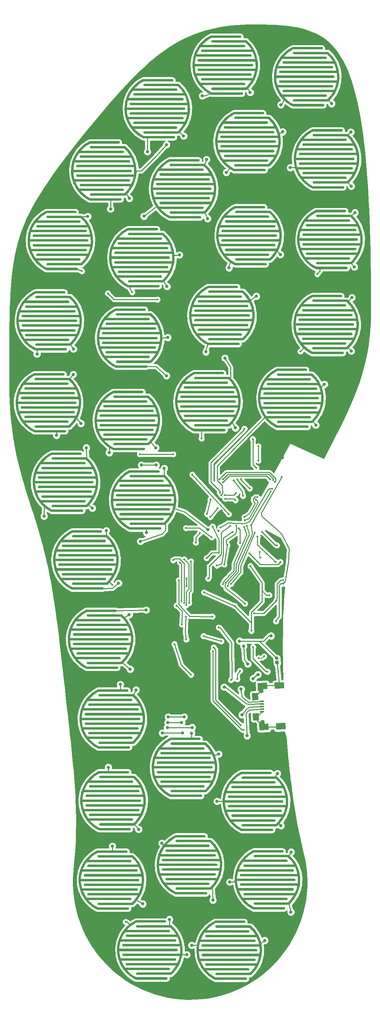
<source format=gtl>
G04 #@! TF.GenerationSoftware,KiCad,Pcbnew,(5.0.0)*
G04 #@! TF.CreationDate,2020-01-29T13:43:46+01:00*
G04 #@! TF.ProjectId,Insole_PCB,496E736F6C655F5043422E6B69636164,rev?*
G04 #@! TF.SameCoordinates,Original*
G04 #@! TF.FileFunction,Copper,L1,Top,Signal*
G04 #@! TF.FilePolarity,Positive*
%FSLAX46Y46*%
G04 Gerber Fmt 4.6, Leading zero omitted, Abs format (unit mm)*
G04 Created by KiCad (PCBNEW (5.0.0)) date 01/29/20 13:43:46*
%MOMM*%
%LPD*%
G01*
G04 APERTURE LIST*
G04 #@! TA.AperFunction,ComponentPad*
%ADD10C,0.850000*%
G04 #@! TD*
G04 #@! TA.AperFunction,Conductor*
%ADD11C,0.850000*%
G04 #@! TD*
G04 #@! TA.AperFunction,Conductor*
%ADD12C,0.100000*%
G04 #@! TD*
G04 #@! TA.AperFunction,SMDPad,CuDef*
%ADD13C,1.600000*%
G04 #@! TD*
G04 #@! TA.AperFunction,SMDPad,CuDef*
%ADD14C,1.500000*%
G04 #@! TD*
G04 #@! TA.AperFunction,SMDPad,CuDef*
%ADD15C,0.400000*%
G04 #@! TD*
G04 #@! TA.AperFunction,SMDPad,CuDef*
%ADD16C,0.500000*%
G04 #@! TD*
G04 #@! TA.AperFunction,ViaPad*
%ADD17C,0.800000*%
G04 #@! TD*
G04 #@! TA.AperFunction,ViaPad*
%ADD18C,0.500000*%
G04 #@! TD*
G04 #@! TA.AperFunction,ViaPad*
%ADD19C,0.600000*%
G04 #@! TD*
G04 #@! TA.AperFunction,Conductor*
%ADD20C,0.250000*%
G04 #@! TD*
G04 #@! TA.AperFunction,Conductor*
%ADD21C,0.160000*%
G04 #@! TD*
G04 #@! TA.AperFunction,Conductor*
%ADD22C,0.254000*%
G04 #@! TD*
G04 APERTURE END LIST*
D10*
G04 #@! TO.P,J2,2*
G04 #@! TO.N,+BATT*
X191709697Y-185653143D03*
D11*
G04 #@! TD*
G04 #@! TO.N,+BATT*
G04 #@! TO.C,J2*
X191709697Y-185653143D02*
X191709697Y-185653143D01*
D10*
G04 #@! TO.P,J2,1*
G04 #@! TO.N,-BATT*
X191779453Y-186650707D03*
D12*
G04 #@! TD*
G04 #@! TO.N,-BATT*
G04 #@! TO.C,J2*
G36*
X191385135Y-187104318D02*
X191325842Y-186256389D01*
X192173771Y-186197096D01*
X192233064Y-187045025D01*
X191385135Y-187104318D01*
X191385135Y-187104318D01*
G37*
D13*
G04 #@! TO.P,J1,6*
G04 #@! TO.N,-BATT*
X188089559Y-192614613D03*
D12*
G04 #@! TD*
G04 #@! TO.N,-BATT*
G04 #@! TO.C,J1*
G36*
X188317357Y-193407146D02*
X188350511Y-194356567D01*
X187550999Y-194384487D01*
X186926062Y-193680868D01*
X186862370Y-191856980D01*
X189260908Y-191773221D01*
X189316748Y-193372246D01*
X188317357Y-193407146D01*
X188317357Y-193407146D01*
G37*
D13*
G04 #@! TO.P,J1,6*
G04 #@! TO.N,-BATT*
X188452514Y-203008278D03*
D12*
G04 #@! TD*
G04 #@! TO.N,-BATT*
G04 #@! TO.C,J1*
G36*
X187281165Y-203849670D02*
X187217473Y-202025782D01*
X187791805Y-201280284D01*
X188591318Y-201252364D01*
X188624473Y-202201785D01*
X189623863Y-202166886D01*
X189679703Y-203765911D01*
X187281165Y-203849670D01*
X187281165Y-203849670D01*
G37*
D14*
G04 #@! TO.P,J1,6*
G04 #@! TO.N,-BATT*
X186411218Y-200427946D03*
D12*
G04 #@! TD*
G04 #@! TO.N,-BATT*
G04 #@! TO.C,J1*
G36*
X185630265Y-199554669D02*
X187129352Y-199502320D01*
X187192171Y-201301223D01*
X185693084Y-201353572D01*
X185630265Y-199554669D01*
X185630265Y-199554669D01*
G37*
D14*
G04 #@! TO.P,J1,6*
G04 #@! TO.N,-BATT*
X186233231Y-195331053D03*
D12*
G04 #@! TD*
G04 #@! TO.N,-BATT*
G04 #@! TO.C,J1*
G36*
X185452278Y-194457776D02*
X186951365Y-194405427D01*
X187014184Y-196204330D01*
X185515097Y-196256679D01*
X185452278Y-194457776D01*
X185452278Y-194457776D01*
G37*
D13*
G04 #@! TO.P,J1,6*
G04 #@! TO.N,-BATT*
X192748150Y-202808241D03*
D12*
G04 #@! TD*
G04 #@! TO.N,-BATT*
G04 #@! TO.C,J1*
G36*
X191520961Y-202050608D02*
X193919499Y-201966849D01*
X193975339Y-203565874D01*
X191576801Y-203649633D01*
X191520961Y-202050608D01*
X191520961Y-202050608D01*
G37*
D13*
G04 #@! TO.P,J1,6*
G04 #@! TO.N,-BATT*
X192388685Y-192514515D03*
D12*
G04 #@! TD*
G04 #@! TO.N,-BATT*
G04 #@! TO.C,J1*
G36*
X191161496Y-191756882D02*
X193560034Y-191673123D01*
X193615874Y-193272148D01*
X191217336Y-193355907D01*
X191161496Y-191756882D01*
X191161496Y-191756882D01*
G37*
D15*
G04 #@! TO.P,J1,5*
G04 #@! TO.N,-BATT*
X187991604Y-199121996D03*
D12*
G04 #@! TD*
G04 #@! TO.N,-BATT*
G04 #@! TO.C,J1*
G36*
X187459944Y-198940440D02*
X188509304Y-198903796D01*
X188523264Y-199303552D01*
X187473904Y-199340196D01*
X187459944Y-198940440D01*
X187459944Y-198940440D01*
G37*
D15*
G04 #@! TO.P,J1,4*
G04 #@! TO.N,/P0.7_USB*
X187968920Y-198472392D03*
D12*
G04 #@! TD*
G04 #@! TO.N,/P0.7_USB*
G04 #@! TO.C,J1*
G36*
X187437260Y-198290836D02*
X188486620Y-198254192D01*
X188500580Y-198653948D01*
X187451220Y-198690592D01*
X187437260Y-198290836D01*
X187437260Y-198290836D01*
G37*
D15*
G04 #@! TO.P,J1,3*
G04 #@! TO.N,/P0.6_USB*
X187946235Y-197822788D03*
D12*
G04 #@! TD*
G04 #@! TO.N,/P0.6_USB*
G04 #@! TO.C,J1*
G36*
X187414575Y-197641232D02*
X188463935Y-197604588D01*
X188477895Y-198004344D01*
X187428535Y-198040988D01*
X187414575Y-197641232D01*
X187414575Y-197641232D01*
G37*
D15*
G04 #@! TO.P,J1,2*
G04 #@! TO.N,/XRES_USB*
X187923550Y-197173184D03*
D12*
G04 #@! TD*
G04 #@! TO.N,/XRES_USB*
G04 #@! TO.C,J1*
G36*
X187391890Y-196991628D02*
X188441250Y-196954984D01*
X188455210Y-197354740D01*
X187405850Y-197391384D01*
X187391890Y-196991628D01*
X187391890Y-196991628D01*
G37*
D15*
G04 #@! TO.P,J1,1*
G04 #@! TO.N,+5V*
X187900865Y-196523580D03*
D12*
G04 #@! TD*
G04 #@! TO.N,+5V*
G04 #@! TO.C,J1*
G36*
X187369205Y-196342024D02*
X188418565Y-196305380D01*
X188432525Y-196705136D01*
X187383165Y-196741780D01*
X187369205Y-196342024D01*
X187369205Y-196342024D01*
G37*
D16*
G04 #@! TO.P,S0,2*
G04 #@! TO.N,/U1_A0*
X187294453Y-119910707D03*
D12*
G04 #@! TD*
G04 #@! TO.N,/U1_A0*
G04 #@! TO.C,S0*
G36*
X191790710Y-127410681D02*
X191790657Y-127410683D01*
X191790615Y-127410680D01*
X191790264Y-127410678D01*
X191775902Y-127409774D01*
X191761403Y-127408881D01*
X191761204Y-127408849D01*
X191761012Y-127408837D01*
X191747052Y-127406576D01*
X191732464Y-127404233D01*
X191732269Y-127404182D01*
X191732079Y-127404151D01*
X191718454Y-127400551D01*
X191704116Y-127396783D01*
X191703926Y-127396713D01*
X191703742Y-127396664D01*
X191690132Y-127391603D01*
X191676632Y-127386602D01*
X191676462Y-127386520D01*
X191676270Y-127386448D01*
X191662890Y-127379922D01*
X191650272Y-127373788D01*
X190964379Y-126997885D01*
X190960719Y-126995846D01*
X190950131Y-126989146D01*
X190939394Y-126982560D01*
X190293457Y-126541520D01*
X190290014Y-126539134D01*
X190280095Y-126531405D01*
X190270088Y-126523830D01*
X189670271Y-126021862D01*
X189667077Y-126019151D01*
X189657969Y-126010500D01*
X189648740Y-126001976D01*
X189100769Y-125443872D01*
X189097854Y-125440862D01*
X189089618Y-125431345D01*
X189081280Y-125421979D01*
X188590386Y-124813066D01*
X188587779Y-124809787D01*
X188580512Y-124799514D01*
X188573127Y-124789377D01*
X188143996Y-124135468D01*
X188141722Y-124131949D01*
X188135509Y-124121045D01*
X188129131Y-124110207D01*
X187765858Y-123417543D01*
X187763938Y-123413819D01*
X187758819Y-123402362D01*
X187753528Y-123390951D01*
X187459582Y-122666144D01*
X187458034Y-122662251D01*
X187454046Y-122650315D01*
X187449906Y-122638476D01*
X187228091Y-121888443D01*
X187226931Y-121884417D01*
X187224138Y-121872194D01*
X187221162Y-121859964D01*
X187073595Y-121091865D01*
X187072833Y-121087745D01*
X187071240Y-121075265D01*
X187069478Y-121062845D01*
X186997570Y-120284012D01*
X186997213Y-120279838D01*
X186996845Y-120267245D01*
X186996304Y-120254730D01*
X187000739Y-119472597D01*
X187000792Y-119468408D01*
X187001653Y-119455858D01*
X187002337Y-119443330D01*
X187083074Y-118665363D01*
X187083535Y-118661200D01*
X187085616Y-118648799D01*
X187087520Y-118636393D01*
X187243787Y-117870017D01*
X187244652Y-117865918D01*
X187247931Y-117853786D01*
X187251038Y-117841619D01*
X187481343Y-117094162D01*
X187481346Y-117094149D01*
X187481351Y-117094134D01*
X187482608Y-117090153D01*
X187487048Y-117078420D01*
X187491335Y-117066593D01*
X187793483Y-116345165D01*
X187795128Y-116341312D01*
X187800714Y-116330022D01*
X187806113Y-116318716D01*
X188177218Y-115630216D01*
X188179231Y-115626542D01*
X188185879Y-115615872D01*
X188192368Y-115605125D01*
X188628888Y-114956124D01*
X188631250Y-114952665D01*
X188638902Y-114942702D01*
X188646415Y-114932632D01*
X189144183Y-114329326D01*
X189146871Y-114326113D01*
X189155479Y-114316922D01*
X189163918Y-114307656D01*
X189718183Y-113755802D01*
X189721172Y-113752867D01*
X189730640Y-113744557D01*
X189739938Y-113736162D01*
X190345410Y-113241028D01*
X190348671Y-113238399D01*
X190358888Y-113231064D01*
X190368978Y-113223605D01*
X191019876Y-112789918D01*
X191023378Y-112787620D01*
X191033451Y-112781787D01*
X191043418Y-112775745D01*
X191645343Y-112449944D01*
X191649041Y-112447976D01*
X191653324Y-112445994D01*
X191653612Y-112445823D01*
X191680132Y-112433343D01*
X191707743Y-112423511D01*
X191736183Y-112416420D01*
X191765178Y-112412139D01*
X191794453Y-112410707D01*
X199094453Y-112410707D01*
X199098642Y-112410736D01*
X199127894Y-112412577D01*
X199156827Y-112417263D01*
X199185164Y-112424750D01*
X199212636Y-112434966D01*
X199238979Y-112447815D01*
X199263943Y-112463173D01*
X199287289Y-112480894D01*
X199308795Y-112500808D01*
X199328254Y-112522726D01*
X199345482Y-112546438D01*
X199360314Y-112571718D01*
X199372608Y-112598325D01*
X199382247Y-112626005D01*
X199389139Y-112654493D01*
X199393218Y-112683517D01*
X199394446Y-112712801D01*
X199392810Y-112742066D01*
X199388326Y-112771030D01*
X199381037Y-112799419D01*
X199371012Y-112826962D01*
X199358348Y-112853394D01*
X199343164Y-112878465D01*
X199325607Y-112901934D01*
X199305843Y-112923578D01*
X199284062Y-112943190D01*
X199260470Y-112960583D01*
X199235294Y-112975591D01*
X199208774Y-112988071D01*
X199181163Y-112997903D01*
X199152723Y-113004994D01*
X199123728Y-113009275D01*
X199094453Y-113010707D01*
X191869798Y-113010707D01*
X191341124Y-113296860D01*
X190713879Y-113714785D01*
X190131123Y-114191343D01*
X189597651Y-114722494D01*
X189524870Y-114810707D01*
X200094453Y-114810707D01*
X200098642Y-114810736D01*
X200127894Y-114812577D01*
X200156827Y-114817263D01*
X200185164Y-114824750D01*
X200212636Y-114834966D01*
X200238979Y-114847815D01*
X200263943Y-114863173D01*
X200287289Y-114880894D01*
X200308795Y-114900808D01*
X200328254Y-114922726D01*
X200345482Y-114946438D01*
X200360314Y-114971718D01*
X200372608Y-114998325D01*
X200382247Y-115026005D01*
X200389139Y-115054493D01*
X200393218Y-115083517D01*
X200394446Y-115112801D01*
X200392810Y-115142066D01*
X200388326Y-115171030D01*
X200381037Y-115199419D01*
X200371012Y-115226962D01*
X200358348Y-115253394D01*
X200343164Y-115278465D01*
X200325607Y-115301934D01*
X200305843Y-115323578D01*
X200284062Y-115343190D01*
X200260470Y-115360583D01*
X200235294Y-115375591D01*
X200208774Y-115388071D01*
X200181163Y-115397903D01*
X200152723Y-115404994D01*
X200123728Y-115409275D01*
X200094453Y-115410707D01*
X189046227Y-115410707D01*
X188698415Y-115927819D01*
X188341235Y-116590487D01*
X188081475Y-117210707D01*
X201694453Y-117210707D01*
X201698642Y-117210736D01*
X201727894Y-117212577D01*
X201756827Y-117217263D01*
X201785164Y-117224750D01*
X201812636Y-117234966D01*
X201838979Y-117247815D01*
X201863943Y-117263173D01*
X201887289Y-117280894D01*
X201908795Y-117300808D01*
X201928254Y-117322726D01*
X201945482Y-117346438D01*
X201960314Y-117371718D01*
X201972608Y-117398325D01*
X201982247Y-117426005D01*
X201989139Y-117454493D01*
X201993218Y-117483517D01*
X201994446Y-117512801D01*
X201992810Y-117542066D01*
X201988326Y-117571030D01*
X201981037Y-117599419D01*
X201971012Y-117626962D01*
X201958348Y-117653394D01*
X201943164Y-117678465D01*
X201925607Y-117701934D01*
X201905843Y-117723578D01*
X201884062Y-117743190D01*
X201860470Y-117760583D01*
X201835294Y-117775591D01*
X201808774Y-117788071D01*
X201781163Y-117797903D01*
X201752723Y-117804994D01*
X201723728Y-117809275D01*
X201694453Y-117810707D01*
X187888397Y-117810707D01*
X187828758Y-118004269D01*
X187678353Y-118741900D01*
X187600646Y-119490669D01*
X187599965Y-119610707D01*
X202094453Y-119610707D01*
X202098642Y-119610736D01*
X202127894Y-119612577D01*
X202156827Y-119617263D01*
X202185164Y-119624750D01*
X202212636Y-119634966D01*
X202238979Y-119647815D01*
X202263943Y-119663173D01*
X202287289Y-119680894D01*
X202308795Y-119700808D01*
X202328254Y-119722726D01*
X202345482Y-119746438D01*
X202360314Y-119771718D01*
X202372608Y-119798325D01*
X202382247Y-119826005D01*
X202389139Y-119854493D01*
X202393218Y-119883517D01*
X202394446Y-119912801D01*
X202392810Y-119942066D01*
X202388326Y-119971030D01*
X202381037Y-119999419D01*
X202371012Y-120026962D01*
X202358348Y-120053394D01*
X202343164Y-120078465D01*
X202325607Y-120101934D01*
X202305843Y-120123578D01*
X202284062Y-120143190D01*
X202260470Y-120160583D01*
X202235294Y-120175591D01*
X202208774Y-120188071D01*
X202181163Y-120197903D01*
X202152723Y-120204994D01*
X202123728Y-120209275D01*
X202094453Y-120210707D01*
X187596563Y-120210707D01*
X187596377Y-120243462D01*
X187665587Y-120993069D01*
X187807618Y-121732353D01*
X187889938Y-122010707D01*
X201694453Y-122010707D01*
X201698642Y-122010736D01*
X201727894Y-122012577D01*
X201756827Y-122017263D01*
X201785164Y-122024750D01*
X201812636Y-122034966D01*
X201838979Y-122047815D01*
X201863943Y-122063173D01*
X201887289Y-122080894D01*
X201908795Y-122100808D01*
X201928254Y-122122726D01*
X201945482Y-122146438D01*
X201960314Y-122171718D01*
X201972608Y-122198325D01*
X201982247Y-122226005D01*
X201989139Y-122254493D01*
X201993218Y-122283517D01*
X201994446Y-122312801D01*
X201992810Y-122342066D01*
X201988326Y-122371030D01*
X201981037Y-122399419D01*
X201971012Y-122426962D01*
X201958348Y-122453394D01*
X201943164Y-122478465D01*
X201925607Y-122501934D01*
X201905843Y-122523578D01*
X201884062Y-122543190D01*
X201860470Y-122560583D01*
X201835294Y-122575591D01*
X201808774Y-122588071D01*
X201781163Y-122597903D01*
X201752723Y-122604994D01*
X201723728Y-122609275D01*
X201694453Y-122610707D01*
X188084563Y-122610707D01*
X188304029Y-123151861D01*
X188653674Y-123818538D01*
X189042287Y-124410707D01*
X200094453Y-124410707D01*
X200098642Y-124410736D01*
X200127894Y-124412577D01*
X200156827Y-124417263D01*
X200185164Y-124424750D01*
X200212636Y-124434966D01*
X200238979Y-124447815D01*
X200263943Y-124463173D01*
X200287289Y-124480894D01*
X200308795Y-124500808D01*
X200328254Y-124522726D01*
X200345482Y-124546438D01*
X200360314Y-124571718D01*
X200372608Y-124598325D01*
X200382247Y-124626005D01*
X200389139Y-124654493D01*
X200393218Y-124683517D01*
X200394446Y-124712801D01*
X200392810Y-124742066D01*
X200388326Y-124771030D01*
X200381037Y-124799419D01*
X200371012Y-124826962D01*
X200358348Y-124853394D01*
X200343164Y-124878465D01*
X200325607Y-124901934D01*
X200305843Y-124923578D01*
X200284062Y-124943190D01*
X200260470Y-124960583D01*
X200235294Y-124975591D01*
X200208774Y-124988071D01*
X200181163Y-124997903D01*
X200152723Y-125004994D01*
X200123728Y-125009275D01*
X200094453Y-125010707D01*
X189520417Y-125010707D01*
X189539181Y-125033983D01*
X190066590Y-125571144D01*
X190643905Y-126054281D01*
X191265614Y-126478778D01*
X191871270Y-126810707D01*
X199494453Y-126810707D01*
X199498642Y-126810736D01*
X199527894Y-126812577D01*
X199556827Y-126817263D01*
X199585164Y-126824750D01*
X199612636Y-126834966D01*
X199638979Y-126847815D01*
X199663943Y-126863173D01*
X199687289Y-126880894D01*
X199708795Y-126900808D01*
X199728254Y-126922726D01*
X199745482Y-126946438D01*
X199760314Y-126971718D01*
X199772608Y-126998325D01*
X199782247Y-127026005D01*
X199789139Y-127054493D01*
X199793218Y-127083517D01*
X199794446Y-127112801D01*
X199792810Y-127142066D01*
X199788326Y-127171030D01*
X199781037Y-127199419D01*
X199771012Y-127226962D01*
X199758348Y-127253394D01*
X199743164Y-127278465D01*
X199725607Y-127301934D01*
X199705843Y-127323578D01*
X199684062Y-127343190D01*
X199660470Y-127360583D01*
X199635294Y-127375591D01*
X199608774Y-127388071D01*
X199581163Y-127397903D01*
X199552723Y-127404994D01*
X199523728Y-127409275D01*
X199494453Y-127410707D01*
X191794453Y-127410707D01*
X191790710Y-127410681D01*
X191790710Y-127410681D01*
G37*
D16*
G04 #@! TO.P,S0,1*
G04 #@! TO.N,/U1_Data*
X203294453Y-119910707D03*
D12*
G04 #@! TD*
G04 #@! TO.N,/U1_Data*
G04 #@! TO.C,S0*
G36*
X192090264Y-126210678D02*
X192061012Y-126208837D01*
X192032079Y-126204151D01*
X192003742Y-126196664D01*
X191976270Y-126186448D01*
X191949927Y-126173599D01*
X191924963Y-126158241D01*
X191901617Y-126140520D01*
X191880111Y-126120606D01*
X191860652Y-126098688D01*
X191843424Y-126074976D01*
X191828592Y-126049696D01*
X191816298Y-126023089D01*
X191806659Y-125995409D01*
X191799767Y-125966921D01*
X191795688Y-125937897D01*
X191794460Y-125908613D01*
X191796096Y-125879348D01*
X191800580Y-125850384D01*
X191807869Y-125821995D01*
X191817894Y-125794452D01*
X191830558Y-125768020D01*
X191845742Y-125742949D01*
X191863299Y-125719480D01*
X191883063Y-125697836D01*
X191904844Y-125678224D01*
X191928436Y-125660831D01*
X191953612Y-125645823D01*
X191980132Y-125633343D01*
X192007743Y-125623511D01*
X192036183Y-125616420D01*
X192065178Y-125612139D01*
X192094453Y-125610707D01*
X200478262Y-125610707D01*
X200579795Y-125517850D01*
X201104811Y-124971422D01*
X201570924Y-124380271D01*
X201935949Y-123810707D01*
X189494453Y-123810707D01*
X189490264Y-123810678D01*
X189461012Y-123808837D01*
X189432079Y-123804151D01*
X189403742Y-123796664D01*
X189376270Y-123786448D01*
X189349927Y-123773599D01*
X189324963Y-123758241D01*
X189301617Y-123740520D01*
X189280111Y-123720606D01*
X189260652Y-123698688D01*
X189243424Y-123674976D01*
X189228592Y-123649696D01*
X189216298Y-123623089D01*
X189206659Y-123595409D01*
X189199767Y-123566921D01*
X189195688Y-123537897D01*
X189194460Y-123508613D01*
X189196096Y-123479348D01*
X189200580Y-123450384D01*
X189207869Y-123421995D01*
X189217894Y-123394452D01*
X189230558Y-123368020D01*
X189245742Y-123342949D01*
X189263299Y-123319480D01*
X189283063Y-123297836D01*
X189304844Y-123278224D01*
X189328436Y-123260831D01*
X189353612Y-123245823D01*
X189380132Y-123233343D01*
X189407743Y-123223511D01*
X189436183Y-123216420D01*
X189465178Y-123212139D01*
X189494453Y-123210707D01*
X202250755Y-123210707D01*
X202319531Y-123076048D01*
X202594885Y-122375417D01*
X202800559Y-121651244D01*
X202844078Y-121410707D01*
X188594453Y-121410707D01*
X188590264Y-121410678D01*
X188561012Y-121408837D01*
X188532079Y-121404151D01*
X188503742Y-121396664D01*
X188476270Y-121386448D01*
X188449927Y-121373599D01*
X188424963Y-121358241D01*
X188401617Y-121340520D01*
X188380111Y-121320606D01*
X188360652Y-121298688D01*
X188343424Y-121274976D01*
X188328592Y-121249696D01*
X188316298Y-121223089D01*
X188306659Y-121195409D01*
X188299767Y-121166921D01*
X188295688Y-121137897D01*
X188294460Y-121108613D01*
X188296096Y-121079348D01*
X188300580Y-121050384D01*
X188307869Y-121021995D01*
X188317894Y-120994452D01*
X188330558Y-120968020D01*
X188345742Y-120942949D01*
X188363299Y-120919480D01*
X188383063Y-120897836D01*
X188404844Y-120878224D01*
X188428436Y-120860831D01*
X188453612Y-120845823D01*
X188480132Y-120833343D01*
X188507743Y-120823511D01*
X188536183Y-120816420D01*
X188565178Y-120812139D01*
X188594453Y-120810707D01*
X202942706Y-120810707D01*
X202995679Y-120160160D01*
X202983266Y-119407464D01*
X202937747Y-119010707D01*
X188594453Y-119010707D01*
X188590264Y-119010678D01*
X188561012Y-119008837D01*
X188532079Y-119004151D01*
X188503742Y-118996664D01*
X188476270Y-118986448D01*
X188449927Y-118973599D01*
X188424963Y-118958241D01*
X188401617Y-118940520D01*
X188380111Y-118920606D01*
X188360652Y-118898688D01*
X188343424Y-118874976D01*
X188328592Y-118849696D01*
X188316298Y-118823089D01*
X188306659Y-118795409D01*
X188299767Y-118766921D01*
X188295688Y-118737897D01*
X188294460Y-118708613D01*
X188296096Y-118679348D01*
X188300580Y-118650384D01*
X188307869Y-118621995D01*
X188317894Y-118594452D01*
X188330558Y-118568020D01*
X188345742Y-118542949D01*
X188363299Y-118519480D01*
X188383063Y-118497836D01*
X188404844Y-118478224D01*
X188428436Y-118460831D01*
X188453612Y-118445823D01*
X188480132Y-118433343D01*
X188507743Y-118423511D01*
X188536183Y-118416420D01*
X188565178Y-118412139D01*
X188594453Y-118410707D01*
X202843908Y-118410707D01*
X202739085Y-117923609D01*
X202509650Y-117206629D01*
X202252453Y-116610707D01*
X189494453Y-116610707D01*
X189490264Y-116610678D01*
X189461012Y-116608837D01*
X189432079Y-116604151D01*
X189403742Y-116596664D01*
X189376270Y-116586448D01*
X189349927Y-116573599D01*
X189324963Y-116558241D01*
X189301617Y-116540520D01*
X189280111Y-116520606D01*
X189260652Y-116498688D01*
X189243424Y-116474976D01*
X189228592Y-116449696D01*
X189216298Y-116423089D01*
X189206659Y-116395409D01*
X189199767Y-116366921D01*
X189195688Y-116337897D01*
X189194460Y-116308613D01*
X189196096Y-116279348D01*
X189200580Y-116250384D01*
X189207869Y-116221995D01*
X189217894Y-116194452D01*
X189230558Y-116168020D01*
X189245742Y-116142949D01*
X189263299Y-116119480D01*
X189283063Y-116097836D01*
X189304844Y-116078224D01*
X189328436Y-116060831D01*
X189353612Y-116045823D01*
X189380132Y-116033343D01*
X189407743Y-116023511D01*
X189436183Y-116016420D01*
X189465178Y-116012139D01*
X189494453Y-116010707D01*
X201932192Y-116010707D01*
X201847012Y-115856688D01*
X201420133Y-115236614D01*
X200934797Y-114661172D01*
X200472466Y-114210707D01*
X192094453Y-114210707D01*
X192090264Y-114210678D01*
X192061012Y-114208837D01*
X192032079Y-114204151D01*
X192003742Y-114196664D01*
X191976270Y-114186448D01*
X191949927Y-114173599D01*
X191924963Y-114158241D01*
X191901617Y-114140520D01*
X191880111Y-114120606D01*
X191860652Y-114098688D01*
X191843424Y-114074976D01*
X191828592Y-114049696D01*
X191816298Y-114023089D01*
X191806659Y-113995409D01*
X191799767Y-113966921D01*
X191795688Y-113937897D01*
X191794460Y-113908613D01*
X191796096Y-113879348D01*
X191800580Y-113850384D01*
X191807869Y-113821995D01*
X191817894Y-113794452D01*
X191830558Y-113768020D01*
X191845742Y-113742949D01*
X191863299Y-113719480D01*
X191883063Y-113697836D01*
X191904844Y-113678224D01*
X191928436Y-113660831D01*
X191953612Y-113645823D01*
X191980132Y-113633343D01*
X192007743Y-113623511D01*
X192036183Y-113616420D01*
X192065178Y-113612139D01*
X192094453Y-113610707D01*
X200594453Y-113610707D01*
X200598642Y-113610736D01*
X200609769Y-113611436D01*
X200620887Y-113611874D01*
X200624379Y-113612356D01*
X200627894Y-113612577D01*
X200638886Y-113614357D01*
X200649923Y-113615880D01*
X200653349Y-113616700D01*
X200656827Y-113617263D01*
X200667599Y-113620109D01*
X200678428Y-113622700D01*
X200681757Y-113623850D01*
X200685164Y-113624750D01*
X200695615Y-113628636D01*
X200706132Y-113632269D01*
X200709327Y-113633736D01*
X200712636Y-113634966D01*
X200722654Y-113639852D01*
X200732769Y-113644495D01*
X200735816Y-113646272D01*
X200738979Y-113647815D01*
X200748442Y-113653637D01*
X200758088Y-113659263D01*
X200760952Y-113661333D01*
X200763943Y-113663173D01*
X200772800Y-113669896D01*
X200781842Y-113676431D01*
X200784486Y-113678766D01*
X200787289Y-113680894D01*
X200795447Y-113688448D01*
X200803810Y-113695835D01*
X201364013Y-114241660D01*
X201366993Y-114244605D01*
X201375406Y-114253902D01*
X201383982Y-114263116D01*
X201888246Y-114861002D01*
X201890925Y-114864223D01*
X201898410Y-114874322D01*
X201906026Y-114884303D01*
X202349542Y-115528544D01*
X202351894Y-115532011D01*
X202358355Y-115542788D01*
X202364963Y-115553469D01*
X202743495Y-116237914D01*
X202745497Y-116241594D01*
X202750875Y-116252949D01*
X202756410Y-116264225D01*
X203066346Y-116982342D01*
X203067979Y-116986199D01*
X203072224Y-116998026D01*
X203076632Y-117009787D01*
X203315012Y-117754722D01*
X203316261Y-117758720D01*
X203319326Y-117770885D01*
X203322571Y-117783040D01*
X203487121Y-118547680D01*
X203487974Y-118551781D01*
X203489841Y-118564209D01*
X203491880Y-118576601D01*
X203581028Y-119353650D01*
X203581477Y-119357815D01*
X203582124Y-119370395D01*
X203582942Y-119382898D01*
X203595839Y-120164936D01*
X203595879Y-120169125D01*
X203595296Y-120181687D01*
X203594890Y-120194231D01*
X203531411Y-120973797D01*
X203531042Y-120977970D01*
X203529239Y-120990396D01*
X203527608Y-121002859D01*
X203388360Y-121772509D01*
X203387586Y-121776626D01*
X203384576Y-121788830D01*
X203381740Y-121801061D01*
X203168051Y-122553451D01*
X203166879Y-122557472D01*
X203162692Y-122569324D01*
X203158676Y-122581220D01*
X202872587Y-123309166D01*
X202871028Y-123313054D01*
X202865696Y-123324459D01*
X202860546Y-123335889D01*
X202504787Y-124032443D01*
X202502856Y-124036161D01*
X202496446Y-124046975D01*
X202490197Y-124057863D01*
X202068165Y-124716377D01*
X202065880Y-124719888D01*
X202058460Y-124730005D01*
X202051163Y-124740252D01*
X201566885Y-125354440D01*
X201564268Y-125357711D01*
X201555884Y-125367070D01*
X201547635Y-125376541D01*
X201005735Y-125940542D01*
X201002811Y-125943542D01*
X200997219Y-125948674D01*
X200991870Y-125954069D01*
X200806286Y-126123797D01*
X200803175Y-126126602D01*
X200796640Y-126131864D01*
X200784062Y-126143190D01*
X200760470Y-126160583D01*
X200735294Y-126175591D01*
X200708774Y-126188071D01*
X200681163Y-126197903D01*
X200652723Y-126204994D01*
X200623728Y-126209275D01*
X200594453Y-126210707D01*
X192094453Y-126210707D01*
X192090264Y-126210678D01*
X192090264Y-126210678D01*
G37*
D16*
G04 #@! TO.P,S1,1*
G04 #@! TO.N,/U1_Data*
X212209453Y-101260707D03*
D12*
G04 #@! TD*
G04 #@! TO.N,/U1_Data*
G04 #@! TO.C,S1*
G36*
X201005264Y-107560678D02*
X200976012Y-107558837D01*
X200947079Y-107554151D01*
X200918742Y-107546664D01*
X200891270Y-107536448D01*
X200864927Y-107523599D01*
X200839963Y-107508241D01*
X200816617Y-107490520D01*
X200795111Y-107470606D01*
X200775652Y-107448688D01*
X200758424Y-107424976D01*
X200743592Y-107399696D01*
X200731298Y-107373089D01*
X200721659Y-107345409D01*
X200714767Y-107316921D01*
X200710688Y-107287897D01*
X200709460Y-107258613D01*
X200711096Y-107229348D01*
X200715580Y-107200384D01*
X200722869Y-107171995D01*
X200732894Y-107144452D01*
X200745558Y-107118020D01*
X200760742Y-107092949D01*
X200778299Y-107069480D01*
X200798063Y-107047836D01*
X200819844Y-107028224D01*
X200843436Y-107010831D01*
X200868612Y-106995823D01*
X200895132Y-106983343D01*
X200922743Y-106973511D01*
X200951183Y-106966420D01*
X200980178Y-106962139D01*
X201009453Y-106960707D01*
X209393262Y-106960707D01*
X209494795Y-106867850D01*
X210019811Y-106321422D01*
X210485924Y-105730271D01*
X210850949Y-105160707D01*
X198409453Y-105160707D01*
X198405264Y-105160678D01*
X198376012Y-105158837D01*
X198347079Y-105154151D01*
X198318742Y-105146664D01*
X198291270Y-105136448D01*
X198264927Y-105123599D01*
X198239963Y-105108241D01*
X198216617Y-105090520D01*
X198195111Y-105070606D01*
X198175652Y-105048688D01*
X198158424Y-105024976D01*
X198143592Y-104999696D01*
X198131298Y-104973089D01*
X198121659Y-104945409D01*
X198114767Y-104916921D01*
X198110688Y-104887897D01*
X198109460Y-104858613D01*
X198111096Y-104829348D01*
X198115580Y-104800384D01*
X198122869Y-104771995D01*
X198132894Y-104744452D01*
X198145558Y-104718020D01*
X198160742Y-104692949D01*
X198178299Y-104669480D01*
X198198063Y-104647836D01*
X198219844Y-104628224D01*
X198243436Y-104610831D01*
X198268612Y-104595823D01*
X198295132Y-104583343D01*
X198322743Y-104573511D01*
X198351183Y-104566420D01*
X198380178Y-104562139D01*
X198409453Y-104560707D01*
X211165755Y-104560707D01*
X211234531Y-104426048D01*
X211509885Y-103725417D01*
X211715559Y-103001244D01*
X211759078Y-102760707D01*
X197509453Y-102760707D01*
X197505264Y-102760678D01*
X197476012Y-102758837D01*
X197447079Y-102754151D01*
X197418742Y-102746664D01*
X197391270Y-102736448D01*
X197364927Y-102723599D01*
X197339963Y-102708241D01*
X197316617Y-102690520D01*
X197295111Y-102670606D01*
X197275652Y-102648688D01*
X197258424Y-102624976D01*
X197243592Y-102599696D01*
X197231298Y-102573089D01*
X197221659Y-102545409D01*
X197214767Y-102516921D01*
X197210688Y-102487897D01*
X197209460Y-102458613D01*
X197211096Y-102429348D01*
X197215580Y-102400384D01*
X197222869Y-102371995D01*
X197232894Y-102344452D01*
X197245558Y-102318020D01*
X197260742Y-102292949D01*
X197278299Y-102269480D01*
X197298063Y-102247836D01*
X197319844Y-102228224D01*
X197343436Y-102210831D01*
X197368612Y-102195823D01*
X197395132Y-102183343D01*
X197422743Y-102173511D01*
X197451183Y-102166420D01*
X197480178Y-102162139D01*
X197509453Y-102160707D01*
X211857706Y-102160707D01*
X211910679Y-101510160D01*
X211898266Y-100757464D01*
X211852747Y-100360707D01*
X197509453Y-100360707D01*
X197505264Y-100360678D01*
X197476012Y-100358837D01*
X197447079Y-100354151D01*
X197418742Y-100346664D01*
X197391270Y-100336448D01*
X197364927Y-100323599D01*
X197339963Y-100308241D01*
X197316617Y-100290520D01*
X197295111Y-100270606D01*
X197275652Y-100248688D01*
X197258424Y-100224976D01*
X197243592Y-100199696D01*
X197231298Y-100173089D01*
X197221659Y-100145409D01*
X197214767Y-100116921D01*
X197210688Y-100087897D01*
X197209460Y-100058613D01*
X197211096Y-100029348D01*
X197215580Y-100000384D01*
X197222869Y-99971995D01*
X197232894Y-99944452D01*
X197245558Y-99918020D01*
X197260742Y-99892949D01*
X197278299Y-99869480D01*
X197298063Y-99847836D01*
X197319844Y-99828224D01*
X197343436Y-99810831D01*
X197368612Y-99795823D01*
X197395132Y-99783343D01*
X197422743Y-99773511D01*
X197451183Y-99766420D01*
X197480178Y-99762139D01*
X197509453Y-99760707D01*
X211758908Y-99760707D01*
X211654085Y-99273609D01*
X211424650Y-98556629D01*
X211167453Y-97960707D01*
X198409453Y-97960707D01*
X198405264Y-97960678D01*
X198376012Y-97958837D01*
X198347079Y-97954151D01*
X198318742Y-97946664D01*
X198291270Y-97936448D01*
X198264927Y-97923599D01*
X198239963Y-97908241D01*
X198216617Y-97890520D01*
X198195111Y-97870606D01*
X198175652Y-97848688D01*
X198158424Y-97824976D01*
X198143592Y-97799696D01*
X198131298Y-97773089D01*
X198121659Y-97745409D01*
X198114767Y-97716921D01*
X198110688Y-97687897D01*
X198109460Y-97658613D01*
X198111096Y-97629348D01*
X198115580Y-97600384D01*
X198122869Y-97571995D01*
X198132894Y-97544452D01*
X198145558Y-97518020D01*
X198160742Y-97492949D01*
X198178299Y-97469480D01*
X198198063Y-97447836D01*
X198219844Y-97428224D01*
X198243436Y-97410831D01*
X198268612Y-97395823D01*
X198295132Y-97383343D01*
X198322743Y-97373511D01*
X198351183Y-97366420D01*
X198380178Y-97362139D01*
X198409453Y-97360707D01*
X210847192Y-97360707D01*
X210762012Y-97206688D01*
X210335133Y-96586614D01*
X209849797Y-96011172D01*
X209387466Y-95560707D01*
X201009453Y-95560707D01*
X201005264Y-95560678D01*
X200976012Y-95558837D01*
X200947079Y-95554151D01*
X200918742Y-95546664D01*
X200891270Y-95536448D01*
X200864927Y-95523599D01*
X200839963Y-95508241D01*
X200816617Y-95490520D01*
X200795111Y-95470606D01*
X200775652Y-95448688D01*
X200758424Y-95424976D01*
X200743592Y-95399696D01*
X200731298Y-95373089D01*
X200721659Y-95345409D01*
X200714767Y-95316921D01*
X200710688Y-95287897D01*
X200709460Y-95258613D01*
X200711096Y-95229348D01*
X200715580Y-95200384D01*
X200722869Y-95171995D01*
X200732894Y-95144452D01*
X200745558Y-95118020D01*
X200760742Y-95092949D01*
X200778299Y-95069480D01*
X200798063Y-95047836D01*
X200819844Y-95028224D01*
X200843436Y-95010831D01*
X200868612Y-94995823D01*
X200895132Y-94983343D01*
X200922743Y-94973511D01*
X200951183Y-94966420D01*
X200980178Y-94962139D01*
X201009453Y-94960707D01*
X209509453Y-94960707D01*
X209513642Y-94960736D01*
X209524769Y-94961436D01*
X209535887Y-94961874D01*
X209539379Y-94962356D01*
X209542894Y-94962577D01*
X209553886Y-94964357D01*
X209564923Y-94965880D01*
X209568349Y-94966700D01*
X209571827Y-94967263D01*
X209582599Y-94970109D01*
X209593428Y-94972700D01*
X209596757Y-94973850D01*
X209600164Y-94974750D01*
X209610615Y-94978636D01*
X209621132Y-94982269D01*
X209624327Y-94983736D01*
X209627636Y-94984966D01*
X209637654Y-94989852D01*
X209647769Y-94994495D01*
X209650816Y-94996272D01*
X209653979Y-94997815D01*
X209663442Y-95003637D01*
X209673088Y-95009263D01*
X209675952Y-95011333D01*
X209678943Y-95013173D01*
X209687800Y-95019896D01*
X209696842Y-95026431D01*
X209699486Y-95028766D01*
X209702289Y-95030894D01*
X209710447Y-95038448D01*
X209718810Y-95045835D01*
X210279013Y-95591660D01*
X210281993Y-95594605D01*
X210290406Y-95603902D01*
X210298982Y-95613116D01*
X210803246Y-96211002D01*
X210805925Y-96214223D01*
X210813410Y-96224322D01*
X210821026Y-96234303D01*
X211264542Y-96878544D01*
X211266894Y-96882011D01*
X211273355Y-96892788D01*
X211279963Y-96903469D01*
X211658495Y-97587914D01*
X211660497Y-97591594D01*
X211665875Y-97602949D01*
X211671410Y-97614225D01*
X211981346Y-98332342D01*
X211982979Y-98336199D01*
X211987224Y-98348026D01*
X211991632Y-98359787D01*
X212230012Y-99104722D01*
X212231261Y-99108720D01*
X212234326Y-99120885D01*
X212237571Y-99133040D01*
X212402121Y-99897680D01*
X212402974Y-99901781D01*
X212404841Y-99914209D01*
X212406880Y-99926601D01*
X212496028Y-100703650D01*
X212496477Y-100707815D01*
X212497124Y-100720395D01*
X212497942Y-100732898D01*
X212510839Y-101514936D01*
X212510879Y-101519125D01*
X212510296Y-101531687D01*
X212509890Y-101544231D01*
X212446411Y-102323797D01*
X212446042Y-102327970D01*
X212444239Y-102340396D01*
X212442608Y-102352859D01*
X212303360Y-103122509D01*
X212302586Y-103126626D01*
X212299576Y-103138830D01*
X212296740Y-103151061D01*
X212083051Y-103903451D01*
X212081879Y-103907472D01*
X212077692Y-103919324D01*
X212073676Y-103931220D01*
X211787587Y-104659166D01*
X211786028Y-104663054D01*
X211780696Y-104674459D01*
X211775546Y-104685889D01*
X211419787Y-105382443D01*
X211417856Y-105386161D01*
X211411446Y-105396975D01*
X211405197Y-105407863D01*
X210983165Y-106066377D01*
X210980880Y-106069888D01*
X210973460Y-106080005D01*
X210966163Y-106090252D01*
X210481885Y-106704440D01*
X210479268Y-106707711D01*
X210470884Y-106717070D01*
X210462635Y-106726541D01*
X209920735Y-107290542D01*
X209917811Y-107293542D01*
X209912219Y-107298674D01*
X209906870Y-107304069D01*
X209721286Y-107473797D01*
X209718175Y-107476602D01*
X209711640Y-107481864D01*
X209699062Y-107493190D01*
X209675470Y-107510583D01*
X209650294Y-107525591D01*
X209623774Y-107538071D01*
X209596163Y-107547903D01*
X209567723Y-107554994D01*
X209538728Y-107559275D01*
X209509453Y-107560707D01*
X201009453Y-107560707D01*
X201005264Y-107560678D01*
X201005264Y-107560678D01*
G37*
D16*
G04 #@! TO.P,S1,2*
G04 #@! TO.N,/U1_A1*
X196209453Y-101260707D03*
D12*
G04 #@! TD*
G04 #@! TO.N,/U1_A1*
G04 #@! TO.C,S1*
G36*
X200705710Y-108760681D02*
X200705657Y-108760683D01*
X200705615Y-108760680D01*
X200705264Y-108760678D01*
X200690902Y-108759774D01*
X200676403Y-108758881D01*
X200676204Y-108758849D01*
X200676012Y-108758837D01*
X200662052Y-108756576D01*
X200647464Y-108754233D01*
X200647269Y-108754182D01*
X200647079Y-108754151D01*
X200633454Y-108750551D01*
X200619116Y-108746783D01*
X200618926Y-108746713D01*
X200618742Y-108746664D01*
X200605132Y-108741603D01*
X200591632Y-108736602D01*
X200591462Y-108736520D01*
X200591270Y-108736448D01*
X200577890Y-108729922D01*
X200565272Y-108723788D01*
X199879379Y-108347885D01*
X199875719Y-108345846D01*
X199865131Y-108339146D01*
X199854394Y-108332560D01*
X199208457Y-107891520D01*
X199205014Y-107889134D01*
X199195095Y-107881405D01*
X199185088Y-107873830D01*
X198585271Y-107371862D01*
X198582077Y-107369151D01*
X198572969Y-107360500D01*
X198563740Y-107351976D01*
X198015769Y-106793872D01*
X198012854Y-106790862D01*
X198004618Y-106781345D01*
X197996280Y-106771979D01*
X197505386Y-106163066D01*
X197502779Y-106159787D01*
X197495512Y-106149514D01*
X197488127Y-106139377D01*
X197058996Y-105485468D01*
X197056722Y-105481949D01*
X197050509Y-105471045D01*
X197044131Y-105460207D01*
X196680858Y-104767543D01*
X196678938Y-104763819D01*
X196673819Y-104752362D01*
X196668528Y-104740951D01*
X196374582Y-104016144D01*
X196373034Y-104012251D01*
X196369046Y-104000315D01*
X196364906Y-103988476D01*
X196143091Y-103238443D01*
X196141931Y-103234417D01*
X196139138Y-103222194D01*
X196136162Y-103209964D01*
X195988595Y-102441865D01*
X195987833Y-102437745D01*
X195986240Y-102425265D01*
X195984478Y-102412845D01*
X195912570Y-101634012D01*
X195912213Y-101629838D01*
X195911845Y-101617245D01*
X195911304Y-101604730D01*
X195915739Y-100822597D01*
X195915792Y-100818408D01*
X195916653Y-100805858D01*
X195917337Y-100793330D01*
X195998074Y-100015363D01*
X195998535Y-100011200D01*
X196000616Y-99998799D01*
X196002520Y-99986393D01*
X196158787Y-99220017D01*
X196159652Y-99215918D01*
X196162931Y-99203786D01*
X196166038Y-99191619D01*
X196396343Y-98444162D01*
X196396346Y-98444149D01*
X196396351Y-98444134D01*
X196397608Y-98440153D01*
X196402048Y-98428420D01*
X196406335Y-98416593D01*
X196708483Y-97695165D01*
X196710128Y-97691312D01*
X196715714Y-97680022D01*
X196721113Y-97668716D01*
X197092218Y-96980216D01*
X197094231Y-96976542D01*
X197100879Y-96965872D01*
X197107368Y-96955125D01*
X197543888Y-96306124D01*
X197546250Y-96302665D01*
X197553902Y-96292702D01*
X197561415Y-96282632D01*
X198059183Y-95679326D01*
X198061871Y-95676113D01*
X198070479Y-95666922D01*
X198078918Y-95657656D01*
X198633183Y-95105802D01*
X198636172Y-95102867D01*
X198645640Y-95094557D01*
X198654938Y-95086162D01*
X199260410Y-94591028D01*
X199263671Y-94588399D01*
X199273888Y-94581064D01*
X199283978Y-94573605D01*
X199934876Y-94139918D01*
X199938378Y-94137620D01*
X199948451Y-94131787D01*
X199958418Y-94125745D01*
X200560343Y-93799944D01*
X200564041Y-93797976D01*
X200568324Y-93795994D01*
X200568612Y-93795823D01*
X200595132Y-93783343D01*
X200622743Y-93773511D01*
X200651183Y-93766420D01*
X200680178Y-93762139D01*
X200709453Y-93760707D01*
X208009453Y-93760707D01*
X208013642Y-93760736D01*
X208042894Y-93762577D01*
X208071827Y-93767263D01*
X208100164Y-93774750D01*
X208127636Y-93784966D01*
X208153979Y-93797815D01*
X208178943Y-93813173D01*
X208202289Y-93830894D01*
X208223795Y-93850808D01*
X208243254Y-93872726D01*
X208260482Y-93896438D01*
X208275314Y-93921718D01*
X208287608Y-93948325D01*
X208297247Y-93976005D01*
X208304139Y-94004493D01*
X208308218Y-94033517D01*
X208309446Y-94062801D01*
X208307810Y-94092066D01*
X208303326Y-94121030D01*
X208296037Y-94149419D01*
X208286012Y-94176962D01*
X208273348Y-94203394D01*
X208258164Y-94228465D01*
X208240607Y-94251934D01*
X208220843Y-94273578D01*
X208199062Y-94293190D01*
X208175470Y-94310583D01*
X208150294Y-94325591D01*
X208123774Y-94338071D01*
X208096163Y-94347903D01*
X208067723Y-94354994D01*
X208038728Y-94359275D01*
X208009453Y-94360707D01*
X200784798Y-94360707D01*
X200256124Y-94646860D01*
X199628879Y-95064785D01*
X199046123Y-95541343D01*
X198512651Y-96072494D01*
X198439870Y-96160707D01*
X209009453Y-96160707D01*
X209013642Y-96160736D01*
X209042894Y-96162577D01*
X209071827Y-96167263D01*
X209100164Y-96174750D01*
X209127636Y-96184966D01*
X209153979Y-96197815D01*
X209178943Y-96213173D01*
X209202289Y-96230894D01*
X209223795Y-96250808D01*
X209243254Y-96272726D01*
X209260482Y-96296438D01*
X209275314Y-96321718D01*
X209287608Y-96348325D01*
X209297247Y-96376005D01*
X209304139Y-96404493D01*
X209308218Y-96433517D01*
X209309446Y-96462801D01*
X209307810Y-96492066D01*
X209303326Y-96521030D01*
X209296037Y-96549419D01*
X209286012Y-96576962D01*
X209273348Y-96603394D01*
X209258164Y-96628465D01*
X209240607Y-96651934D01*
X209220843Y-96673578D01*
X209199062Y-96693190D01*
X209175470Y-96710583D01*
X209150294Y-96725591D01*
X209123774Y-96738071D01*
X209096163Y-96747903D01*
X209067723Y-96754994D01*
X209038728Y-96759275D01*
X209009453Y-96760707D01*
X197961227Y-96760707D01*
X197613415Y-97277819D01*
X197256235Y-97940487D01*
X196996475Y-98560707D01*
X210609453Y-98560707D01*
X210613642Y-98560736D01*
X210642894Y-98562577D01*
X210671827Y-98567263D01*
X210700164Y-98574750D01*
X210727636Y-98584966D01*
X210753979Y-98597815D01*
X210778943Y-98613173D01*
X210802289Y-98630894D01*
X210823795Y-98650808D01*
X210843254Y-98672726D01*
X210860482Y-98696438D01*
X210875314Y-98721718D01*
X210887608Y-98748325D01*
X210897247Y-98776005D01*
X210904139Y-98804493D01*
X210908218Y-98833517D01*
X210909446Y-98862801D01*
X210907810Y-98892066D01*
X210903326Y-98921030D01*
X210896037Y-98949419D01*
X210886012Y-98976962D01*
X210873348Y-99003394D01*
X210858164Y-99028465D01*
X210840607Y-99051934D01*
X210820843Y-99073578D01*
X210799062Y-99093190D01*
X210775470Y-99110583D01*
X210750294Y-99125591D01*
X210723774Y-99138071D01*
X210696163Y-99147903D01*
X210667723Y-99154994D01*
X210638728Y-99159275D01*
X210609453Y-99160707D01*
X196803397Y-99160707D01*
X196743758Y-99354269D01*
X196593353Y-100091900D01*
X196515646Y-100840669D01*
X196514965Y-100960707D01*
X211009453Y-100960707D01*
X211013642Y-100960736D01*
X211042894Y-100962577D01*
X211071827Y-100967263D01*
X211100164Y-100974750D01*
X211127636Y-100984966D01*
X211153979Y-100997815D01*
X211178943Y-101013173D01*
X211202289Y-101030894D01*
X211223795Y-101050808D01*
X211243254Y-101072726D01*
X211260482Y-101096438D01*
X211275314Y-101121718D01*
X211287608Y-101148325D01*
X211297247Y-101176005D01*
X211304139Y-101204493D01*
X211308218Y-101233517D01*
X211309446Y-101262801D01*
X211307810Y-101292066D01*
X211303326Y-101321030D01*
X211296037Y-101349419D01*
X211286012Y-101376962D01*
X211273348Y-101403394D01*
X211258164Y-101428465D01*
X211240607Y-101451934D01*
X211220843Y-101473578D01*
X211199062Y-101493190D01*
X211175470Y-101510583D01*
X211150294Y-101525591D01*
X211123774Y-101538071D01*
X211096163Y-101547903D01*
X211067723Y-101554994D01*
X211038728Y-101559275D01*
X211009453Y-101560707D01*
X196511563Y-101560707D01*
X196511377Y-101593462D01*
X196580587Y-102343069D01*
X196722618Y-103082353D01*
X196804938Y-103360707D01*
X210609453Y-103360707D01*
X210613642Y-103360736D01*
X210642894Y-103362577D01*
X210671827Y-103367263D01*
X210700164Y-103374750D01*
X210727636Y-103384966D01*
X210753979Y-103397815D01*
X210778943Y-103413173D01*
X210802289Y-103430894D01*
X210823795Y-103450808D01*
X210843254Y-103472726D01*
X210860482Y-103496438D01*
X210875314Y-103521718D01*
X210887608Y-103548325D01*
X210897247Y-103576005D01*
X210904139Y-103604493D01*
X210908218Y-103633517D01*
X210909446Y-103662801D01*
X210907810Y-103692066D01*
X210903326Y-103721030D01*
X210896037Y-103749419D01*
X210886012Y-103776962D01*
X210873348Y-103803394D01*
X210858164Y-103828465D01*
X210840607Y-103851934D01*
X210820843Y-103873578D01*
X210799062Y-103893190D01*
X210775470Y-103910583D01*
X210750294Y-103925591D01*
X210723774Y-103938071D01*
X210696163Y-103947903D01*
X210667723Y-103954994D01*
X210638728Y-103959275D01*
X210609453Y-103960707D01*
X196999563Y-103960707D01*
X197219029Y-104501861D01*
X197568674Y-105168538D01*
X197957287Y-105760707D01*
X209009453Y-105760707D01*
X209013642Y-105760736D01*
X209042894Y-105762577D01*
X209071827Y-105767263D01*
X209100164Y-105774750D01*
X209127636Y-105784966D01*
X209153979Y-105797815D01*
X209178943Y-105813173D01*
X209202289Y-105830894D01*
X209223795Y-105850808D01*
X209243254Y-105872726D01*
X209260482Y-105896438D01*
X209275314Y-105921718D01*
X209287608Y-105948325D01*
X209297247Y-105976005D01*
X209304139Y-106004493D01*
X209308218Y-106033517D01*
X209309446Y-106062801D01*
X209307810Y-106092066D01*
X209303326Y-106121030D01*
X209296037Y-106149419D01*
X209286012Y-106176962D01*
X209273348Y-106203394D01*
X209258164Y-106228465D01*
X209240607Y-106251934D01*
X209220843Y-106273578D01*
X209199062Y-106293190D01*
X209175470Y-106310583D01*
X209150294Y-106325591D01*
X209123774Y-106338071D01*
X209096163Y-106347903D01*
X209067723Y-106354994D01*
X209038728Y-106359275D01*
X209009453Y-106360707D01*
X198435417Y-106360707D01*
X198454181Y-106383983D01*
X198981590Y-106921144D01*
X199558905Y-107404281D01*
X200180614Y-107828778D01*
X200786270Y-108160707D01*
X208409453Y-108160707D01*
X208413642Y-108160736D01*
X208442894Y-108162577D01*
X208471827Y-108167263D01*
X208500164Y-108174750D01*
X208527636Y-108184966D01*
X208553979Y-108197815D01*
X208578943Y-108213173D01*
X208602289Y-108230894D01*
X208623795Y-108250808D01*
X208643254Y-108272726D01*
X208660482Y-108296438D01*
X208675314Y-108321718D01*
X208687608Y-108348325D01*
X208697247Y-108376005D01*
X208704139Y-108404493D01*
X208708218Y-108433517D01*
X208709446Y-108462801D01*
X208707810Y-108492066D01*
X208703326Y-108521030D01*
X208696037Y-108549419D01*
X208686012Y-108576962D01*
X208673348Y-108603394D01*
X208658164Y-108628465D01*
X208640607Y-108651934D01*
X208620843Y-108673578D01*
X208599062Y-108693190D01*
X208575470Y-108710583D01*
X208550294Y-108725591D01*
X208523774Y-108738071D01*
X208496163Y-108747903D01*
X208467723Y-108754994D01*
X208438728Y-108759275D01*
X208409453Y-108760707D01*
X200709453Y-108760707D01*
X200705710Y-108760681D01*
X200705710Y-108760681D01*
G37*
D16*
G04 #@! TO.P,S2,2*
G04 #@! TO.N,/U1_A2*
X197194453Y-79785707D03*
D12*
G04 #@! TD*
G04 #@! TO.N,/U1_A2*
G04 #@! TO.C,S2*
G36*
X201690710Y-87285681D02*
X201690657Y-87285683D01*
X201690615Y-87285680D01*
X201690264Y-87285678D01*
X201675902Y-87284774D01*
X201661403Y-87283881D01*
X201661204Y-87283849D01*
X201661012Y-87283837D01*
X201647052Y-87281576D01*
X201632464Y-87279233D01*
X201632269Y-87279182D01*
X201632079Y-87279151D01*
X201618454Y-87275551D01*
X201604116Y-87271783D01*
X201603926Y-87271713D01*
X201603742Y-87271664D01*
X201590132Y-87266603D01*
X201576632Y-87261602D01*
X201576462Y-87261520D01*
X201576270Y-87261448D01*
X201562890Y-87254922D01*
X201550272Y-87248788D01*
X200864379Y-86872885D01*
X200860719Y-86870846D01*
X200850131Y-86864146D01*
X200839394Y-86857560D01*
X200193457Y-86416520D01*
X200190014Y-86414134D01*
X200180095Y-86406405D01*
X200170088Y-86398830D01*
X199570271Y-85896862D01*
X199567077Y-85894151D01*
X199557969Y-85885500D01*
X199548740Y-85876976D01*
X199000769Y-85318872D01*
X198997854Y-85315862D01*
X198989618Y-85306345D01*
X198981280Y-85296979D01*
X198490386Y-84688066D01*
X198487779Y-84684787D01*
X198480512Y-84674514D01*
X198473127Y-84664377D01*
X198043996Y-84010468D01*
X198041722Y-84006949D01*
X198035509Y-83996045D01*
X198029131Y-83985207D01*
X197665858Y-83292543D01*
X197663938Y-83288819D01*
X197658819Y-83277362D01*
X197653528Y-83265951D01*
X197359582Y-82541144D01*
X197358034Y-82537251D01*
X197354046Y-82525315D01*
X197349906Y-82513476D01*
X197128091Y-81763443D01*
X197126931Y-81759417D01*
X197124138Y-81747194D01*
X197121162Y-81734964D01*
X196973595Y-80966865D01*
X196972833Y-80962745D01*
X196971240Y-80950265D01*
X196969478Y-80937845D01*
X196897570Y-80159012D01*
X196897213Y-80154838D01*
X196896845Y-80142245D01*
X196896304Y-80129730D01*
X196900739Y-79347597D01*
X196900792Y-79343408D01*
X196901653Y-79330858D01*
X196902337Y-79318330D01*
X196983074Y-78540363D01*
X196983535Y-78536200D01*
X196985616Y-78523799D01*
X196987520Y-78511393D01*
X197143787Y-77745017D01*
X197144652Y-77740918D01*
X197147931Y-77728786D01*
X197151038Y-77716619D01*
X197381343Y-76969162D01*
X197381346Y-76969149D01*
X197381351Y-76969134D01*
X197382608Y-76965153D01*
X197387048Y-76953420D01*
X197391335Y-76941593D01*
X197693483Y-76220165D01*
X197695128Y-76216312D01*
X197700714Y-76205022D01*
X197706113Y-76193716D01*
X198077218Y-75505216D01*
X198079231Y-75501542D01*
X198085879Y-75490872D01*
X198092368Y-75480125D01*
X198528888Y-74831124D01*
X198531250Y-74827665D01*
X198538902Y-74817702D01*
X198546415Y-74807632D01*
X199044183Y-74204326D01*
X199046871Y-74201113D01*
X199055479Y-74191922D01*
X199063918Y-74182656D01*
X199618183Y-73630802D01*
X199621172Y-73627867D01*
X199630640Y-73619557D01*
X199639938Y-73611162D01*
X200245410Y-73116028D01*
X200248671Y-73113399D01*
X200258888Y-73106064D01*
X200268978Y-73098605D01*
X200919876Y-72664918D01*
X200923378Y-72662620D01*
X200933451Y-72656787D01*
X200943418Y-72650745D01*
X201545343Y-72324944D01*
X201549041Y-72322976D01*
X201553324Y-72320994D01*
X201553612Y-72320823D01*
X201580132Y-72308343D01*
X201607743Y-72298511D01*
X201636183Y-72291420D01*
X201665178Y-72287139D01*
X201694453Y-72285707D01*
X208994453Y-72285707D01*
X208998642Y-72285736D01*
X209027894Y-72287577D01*
X209056827Y-72292263D01*
X209085164Y-72299750D01*
X209112636Y-72309966D01*
X209138979Y-72322815D01*
X209163943Y-72338173D01*
X209187289Y-72355894D01*
X209208795Y-72375808D01*
X209228254Y-72397726D01*
X209245482Y-72421438D01*
X209260314Y-72446718D01*
X209272608Y-72473325D01*
X209282247Y-72501005D01*
X209289139Y-72529493D01*
X209293218Y-72558517D01*
X209294446Y-72587801D01*
X209292810Y-72617066D01*
X209288326Y-72646030D01*
X209281037Y-72674419D01*
X209271012Y-72701962D01*
X209258348Y-72728394D01*
X209243164Y-72753465D01*
X209225607Y-72776934D01*
X209205843Y-72798578D01*
X209184062Y-72818190D01*
X209160470Y-72835583D01*
X209135294Y-72850591D01*
X209108774Y-72863071D01*
X209081163Y-72872903D01*
X209052723Y-72879994D01*
X209023728Y-72884275D01*
X208994453Y-72885707D01*
X201769798Y-72885707D01*
X201241124Y-73171860D01*
X200613879Y-73589785D01*
X200031123Y-74066343D01*
X199497651Y-74597494D01*
X199424870Y-74685707D01*
X209994453Y-74685707D01*
X209998642Y-74685736D01*
X210027894Y-74687577D01*
X210056827Y-74692263D01*
X210085164Y-74699750D01*
X210112636Y-74709966D01*
X210138979Y-74722815D01*
X210163943Y-74738173D01*
X210187289Y-74755894D01*
X210208795Y-74775808D01*
X210228254Y-74797726D01*
X210245482Y-74821438D01*
X210260314Y-74846718D01*
X210272608Y-74873325D01*
X210282247Y-74901005D01*
X210289139Y-74929493D01*
X210293218Y-74958517D01*
X210294446Y-74987801D01*
X210292810Y-75017066D01*
X210288326Y-75046030D01*
X210281037Y-75074419D01*
X210271012Y-75101962D01*
X210258348Y-75128394D01*
X210243164Y-75153465D01*
X210225607Y-75176934D01*
X210205843Y-75198578D01*
X210184062Y-75218190D01*
X210160470Y-75235583D01*
X210135294Y-75250591D01*
X210108774Y-75263071D01*
X210081163Y-75272903D01*
X210052723Y-75279994D01*
X210023728Y-75284275D01*
X209994453Y-75285707D01*
X198946227Y-75285707D01*
X198598415Y-75802819D01*
X198241235Y-76465487D01*
X197981475Y-77085707D01*
X211594453Y-77085707D01*
X211598642Y-77085736D01*
X211627894Y-77087577D01*
X211656827Y-77092263D01*
X211685164Y-77099750D01*
X211712636Y-77109966D01*
X211738979Y-77122815D01*
X211763943Y-77138173D01*
X211787289Y-77155894D01*
X211808795Y-77175808D01*
X211828254Y-77197726D01*
X211845482Y-77221438D01*
X211860314Y-77246718D01*
X211872608Y-77273325D01*
X211882247Y-77301005D01*
X211889139Y-77329493D01*
X211893218Y-77358517D01*
X211894446Y-77387801D01*
X211892810Y-77417066D01*
X211888326Y-77446030D01*
X211881037Y-77474419D01*
X211871012Y-77501962D01*
X211858348Y-77528394D01*
X211843164Y-77553465D01*
X211825607Y-77576934D01*
X211805843Y-77598578D01*
X211784062Y-77618190D01*
X211760470Y-77635583D01*
X211735294Y-77650591D01*
X211708774Y-77663071D01*
X211681163Y-77672903D01*
X211652723Y-77679994D01*
X211623728Y-77684275D01*
X211594453Y-77685707D01*
X197788397Y-77685707D01*
X197728758Y-77879269D01*
X197578353Y-78616900D01*
X197500646Y-79365669D01*
X197499965Y-79485707D01*
X211994453Y-79485707D01*
X211998642Y-79485736D01*
X212027894Y-79487577D01*
X212056827Y-79492263D01*
X212085164Y-79499750D01*
X212112636Y-79509966D01*
X212138979Y-79522815D01*
X212163943Y-79538173D01*
X212187289Y-79555894D01*
X212208795Y-79575808D01*
X212228254Y-79597726D01*
X212245482Y-79621438D01*
X212260314Y-79646718D01*
X212272608Y-79673325D01*
X212282247Y-79701005D01*
X212289139Y-79729493D01*
X212293218Y-79758517D01*
X212294446Y-79787801D01*
X212292810Y-79817066D01*
X212288326Y-79846030D01*
X212281037Y-79874419D01*
X212271012Y-79901962D01*
X212258348Y-79928394D01*
X212243164Y-79953465D01*
X212225607Y-79976934D01*
X212205843Y-79998578D01*
X212184062Y-80018190D01*
X212160470Y-80035583D01*
X212135294Y-80050591D01*
X212108774Y-80063071D01*
X212081163Y-80072903D01*
X212052723Y-80079994D01*
X212023728Y-80084275D01*
X211994453Y-80085707D01*
X197496563Y-80085707D01*
X197496377Y-80118462D01*
X197565587Y-80868069D01*
X197707618Y-81607353D01*
X197789938Y-81885707D01*
X211594453Y-81885707D01*
X211598642Y-81885736D01*
X211627894Y-81887577D01*
X211656827Y-81892263D01*
X211685164Y-81899750D01*
X211712636Y-81909966D01*
X211738979Y-81922815D01*
X211763943Y-81938173D01*
X211787289Y-81955894D01*
X211808795Y-81975808D01*
X211828254Y-81997726D01*
X211845482Y-82021438D01*
X211860314Y-82046718D01*
X211872608Y-82073325D01*
X211882247Y-82101005D01*
X211889139Y-82129493D01*
X211893218Y-82158517D01*
X211894446Y-82187801D01*
X211892810Y-82217066D01*
X211888326Y-82246030D01*
X211881037Y-82274419D01*
X211871012Y-82301962D01*
X211858348Y-82328394D01*
X211843164Y-82353465D01*
X211825607Y-82376934D01*
X211805843Y-82398578D01*
X211784062Y-82418190D01*
X211760470Y-82435583D01*
X211735294Y-82450591D01*
X211708774Y-82463071D01*
X211681163Y-82472903D01*
X211652723Y-82479994D01*
X211623728Y-82484275D01*
X211594453Y-82485707D01*
X197984563Y-82485707D01*
X198204029Y-83026861D01*
X198553674Y-83693538D01*
X198942287Y-84285707D01*
X209994453Y-84285707D01*
X209998642Y-84285736D01*
X210027894Y-84287577D01*
X210056827Y-84292263D01*
X210085164Y-84299750D01*
X210112636Y-84309966D01*
X210138979Y-84322815D01*
X210163943Y-84338173D01*
X210187289Y-84355894D01*
X210208795Y-84375808D01*
X210228254Y-84397726D01*
X210245482Y-84421438D01*
X210260314Y-84446718D01*
X210272608Y-84473325D01*
X210282247Y-84501005D01*
X210289139Y-84529493D01*
X210293218Y-84558517D01*
X210294446Y-84587801D01*
X210292810Y-84617066D01*
X210288326Y-84646030D01*
X210281037Y-84674419D01*
X210271012Y-84701962D01*
X210258348Y-84728394D01*
X210243164Y-84753465D01*
X210225607Y-84776934D01*
X210205843Y-84798578D01*
X210184062Y-84818190D01*
X210160470Y-84835583D01*
X210135294Y-84850591D01*
X210108774Y-84863071D01*
X210081163Y-84872903D01*
X210052723Y-84879994D01*
X210023728Y-84884275D01*
X209994453Y-84885707D01*
X199420417Y-84885707D01*
X199439181Y-84908983D01*
X199966590Y-85446144D01*
X200543905Y-85929281D01*
X201165614Y-86353778D01*
X201771270Y-86685707D01*
X209394453Y-86685707D01*
X209398642Y-86685736D01*
X209427894Y-86687577D01*
X209456827Y-86692263D01*
X209485164Y-86699750D01*
X209512636Y-86709966D01*
X209538979Y-86722815D01*
X209563943Y-86738173D01*
X209587289Y-86755894D01*
X209608795Y-86775808D01*
X209628254Y-86797726D01*
X209645482Y-86821438D01*
X209660314Y-86846718D01*
X209672608Y-86873325D01*
X209682247Y-86901005D01*
X209689139Y-86929493D01*
X209693218Y-86958517D01*
X209694446Y-86987801D01*
X209692810Y-87017066D01*
X209688326Y-87046030D01*
X209681037Y-87074419D01*
X209671012Y-87101962D01*
X209658348Y-87128394D01*
X209643164Y-87153465D01*
X209625607Y-87176934D01*
X209605843Y-87198578D01*
X209584062Y-87218190D01*
X209560470Y-87235583D01*
X209535294Y-87250591D01*
X209508774Y-87263071D01*
X209481163Y-87272903D01*
X209452723Y-87279994D01*
X209423728Y-87284275D01*
X209394453Y-87285707D01*
X201694453Y-87285707D01*
X201690710Y-87285681D01*
X201690710Y-87285681D01*
G37*
D16*
G04 #@! TO.P,S2,1*
G04 #@! TO.N,/U1_Data*
X213194453Y-79785707D03*
D12*
G04 #@! TD*
G04 #@! TO.N,/U1_Data*
G04 #@! TO.C,S2*
G36*
X201990264Y-86085678D02*
X201961012Y-86083837D01*
X201932079Y-86079151D01*
X201903742Y-86071664D01*
X201876270Y-86061448D01*
X201849927Y-86048599D01*
X201824963Y-86033241D01*
X201801617Y-86015520D01*
X201780111Y-85995606D01*
X201760652Y-85973688D01*
X201743424Y-85949976D01*
X201728592Y-85924696D01*
X201716298Y-85898089D01*
X201706659Y-85870409D01*
X201699767Y-85841921D01*
X201695688Y-85812897D01*
X201694460Y-85783613D01*
X201696096Y-85754348D01*
X201700580Y-85725384D01*
X201707869Y-85696995D01*
X201717894Y-85669452D01*
X201730558Y-85643020D01*
X201745742Y-85617949D01*
X201763299Y-85594480D01*
X201783063Y-85572836D01*
X201804844Y-85553224D01*
X201828436Y-85535831D01*
X201853612Y-85520823D01*
X201880132Y-85508343D01*
X201907743Y-85498511D01*
X201936183Y-85491420D01*
X201965178Y-85487139D01*
X201994453Y-85485707D01*
X210378262Y-85485707D01*
X210479795Y-85392850D01*
X211004811Y-84846422D01*
X211470924Y-84255271D01*
X211835949Y-83685707D01*
X199394453Y-83685707D01*
X199390264Y-83685678D01*
X199361012Y-83683837D01*
X199332079Y-83679151D01*
X199303742Y-83671664D01*
X199276270Y-83661448D01*
X199249927Y-83648599D01*
X199224963Y-83633241D01*
X199201617Y-83615520D01*
X199180111Y-83595606D01*
X199160652Y-83573688D01*
X199143424Y-83549976D01*
X199128592Y-83524696D01*
X199116298Y-83498089D01*
X199106659Y-83470409D01*
X199099767Y-83441921D01*
X199095688Y-83412897D01*
X199094460Y-83383613D01*
X199096096Y-83354348D01*
X199100580Y-83325384D01*
X199107869Y-83296995D01*
X199117894Y-83269452D01*
X199130558Y-83243020D01*
X199145742Y-83217949D01*
X199163299Y-83194480D01*
X199183063Y-83172836D01*
X199204844Y-83153224D01*
X199228436Y-83135831D01*
X199253612Y-83120823D01*
X199280132Y-83108343D01*
X199307743Y-83098511D01*
X199336183Y-83091420D01*
X199365178Y-83087139D01*
X199394453Y-83085707D01*
X212150755Y-83085707D01*
X212219531Y-82951048D01*
X212494885Y-82250417D01*
X212700559Y-81526244D01*
X212744078Y-81285707D01*
X198494453Y-81285707D01*
X198490264Y-81285678D01*
X198461012Y-81283837D01*
X198432079Y-81279151D01*
X198403742Y-81271664D01*
X198376270Y-81261448D01*
X198349927Y-81248599D01*
X198324963Y-81233241D01*
X198301617Y-81215520D01*
X198280111Y-81195606D01*
X198260652Y-81173688D01*
X198243424Y-81149976D01*
X198228592Y-81124696D01*
X198216298Y-81098089D01*
X198206659Y-81070409D01*
X198199767Y-81041921D01*
X198195688Y-81012897D01*
X198194460Y-80983613D01*
X198196096Y-80954348D01*
X198200580Y-80925384D01*
X198207869Y-80896995D01*
X198217894Y-80869452D01*
X198230558Y-80843020D01*
X198245742Y-80817949D01*
X198263299Y-80794480D01*
X198283063Y-80772836D01*
X198304844Y-80753224D01*
X198328436Y-80735831D01*
X198353612Y-80720823D01*
X198380132Y-80708343D01*
X198407743Y-80698511D01*
X198436183Y-80691420D01*
X198465178Y-80687139D01*
X198494453Y-80685707D01*
X212842706Y-80685707D01*
X212895679Y-80035160D01*
X212883266Y-79282464D01*
X212837747Y-78885707D01*
X198494453Y-78885707D01*
X198490264Y-78885678D01*
X198461012Y-78883837D01*
X198432079Y-78879151D01*
X198403742Y-78871664D01*
X198376270Y-78861448D01*
X198349927Y-78848599D01*
X198324963Y-78833241D01*
X198301617Y-78815520D01*
X198280111Y-78795606D01*
X198260652Y-78773688D01*
X198243424Y-78749976D01*
X198228592Y-78724696D01*
X198216298Y-78698089D01*
X198206659Y-78670409D01*
X198199767Y-78641921D01*
X198195688Y-78612897D01*
X198194460Y-78583613D01*
X198196096Y-78554348D01*
X198200580Y-78525384D01*
X198207869Y-78496995D01*
X198217894Y-78469452D01*
X198230558Y-78443020D01*
X198245742Y-78417949D01*
X198263299Y-78394480D01*
X198283063Y-78372836D01*
X198304844Y-78353224D01*
X198328436Y-78335831D01*
X198353612Y-78320823D01*
X198380132Y-78308343D01*
X198407743Y-78298511D01*
X198436183Y-78291420D01*
X198465178Y-78287139D01*
X198494453Y-78285707D01*
X212743908Y-78285707D01*
X212639085Y-77798609D01*
X212409650Y-77081629D01*
X212152453Y-76485707D01*
X199394453Y-76485707D01*
X199390264Y-76485678D01*
X199361012Y-76483837D01*
X199332079Y-76479151D01*
X199303742Y-76471664D01*
X199276270Y-76461448D01*
X199249927Y-76448599D01*
X199224963Y-76433241D01*
X199201617Y-76415520D01*
X199180111Y-76395606D01*
X199160652Y-76373688D01*
X199143424Y-76349976D01*
X199128592Y-76324696D01*
X199116298Y-76298089D01*
X199106659Y-76270409D01*
X199099767Y-76241921D01*
X199095688Y-76212897D01*
X199094460Y-76183613D01*
X199096096Y-76154348D01*
X199100580Y-76125384D01*
X199107869Y-76096995D01*
X199117894Y-76069452D01*
X199130558Y-76043020D01*
X199145742Y-76017949D01*
X199163299Y-75994480D01*
X199183063Y-75972836D01*
X199204844Y-75953224D01*
X199228436Y-75935831D01*
X199253612Y-75920823D01*
X199280132Y-75908343D01*
X199307743Y-75898511D01*
X199336183Y-75891420D01*
X199365178Y-75887139D01*
X199394453Y-75885707D01*
X211832192Y-75885707D01*
X211747012Y-75731688D01*
X211320133Y-75111614D01*
X210834797Y-74536172D01*
X210372466Y-74085707D01*
X201994453Y-74085707D01*
X201990264Y-74085678D01*
X201961012Y-74083837D01*
X201932079Y-74079151D01*
X201903742Y-74071664D01*
X201876270Y-74061448D01*
X201849927Y-74048599D01*
X201824963Y-74033241D01*
X201801617Y-74015520D01*
X201780111Y-73995606D01*
X201760652Y-73973688D01*
X201743424Y-73949976D01*
X201728592Y-73924696D01*
X201716298Y-73898089D01*
X201706659Y-73870409D01*
X201699767Y-73841921D01*
X201695688Y-73812897D01*
X201694460Y-73783613D01*
X201696096Y-73754348D01*
X201700580Y-73725384D01*
X201707869Y-73696995D01*
X201717894Y-73669452D01*
X201730558Y-73643020D01*
X201745742Y-73617949D01*
X201763299Y-73594480D01*
X201783063Y-73572836D01*
X201804844Y-73553224D01*
X201828436Y-73535831D01*
X201853612Y-73520823D01*
X201880132Y-73508343D01*
X201907743Y-73498511D01*
X201936183Y-73491420D01*
X201965178Y-73487139D01*
X201994453Y-73485707D01*
X210494453Y-73485707D01*
X210498642Y-73485736D01*
X210509769Y-73486436D01*
X210520887Y-73486874D01*
X210524379Y-73487356D01*
X210527894Y-73487577D01*
X210538886Y-73489357D01*
X210549923Y-73490880D01*
X210553349Y-73491700D01*
X210556827Y-73492263D01*
X210567599Y-73495109D01*
X210578428Y-73497700D01*
X210581757Y-73498850D01*
X210585164Y-73499750D01*
X210595615Y-73503636D01*
X210606132Y-73507269D01*
X210609327Y-73508736D01*
X210612636Y-73509966D01*
X210622654Y-73514852D01*
X210632769Y-73519495D01*
X210635816Y-73521272D01*
X210638979Y-73522815D01*
X210648442Y-73528637D01*
X210658088Y-73534263D01*
X210660952Y-73536333D01*
X210663943Y-73538173D01*
X210672800Y-73544896D01*
X210681842Y-73551431D01*
X210684486Y-73553766D01*
X210687289Y-73555894D01*
X210695447Y-73563448D01*
X210703810Y-73570835D01*
X211264013Y-74116660D01*
X211266993Y-74119605D01*
X211275406Y-74128902D01*
X211283982Y-74138116D01*
X211788246Y-74736002D01*
X211790925Y-74739223D01*
X211798410Y-74749322D01*
X211806026Y-74759303D01*
X212249542Y-75403544D01*
X212251894Y-75407011D01*
X212258355Y-75417788D01*
X212264963Y-75428469D01*
X212643495Y-76112914D01*
X212645497Y-76116594D01*
X212650875Y-76127949D01*
X212656410Y-76139225D01*
X212966346Y-76857342D01*
X212967979Y-76861199D01*
X212972224Y-76873026D01*
X212976632Y-76884787D01*
X213215012Y-77629722D01*
X213216261Y-77633720D01*
X213219326Y-77645885D01*
X213222571Y-77658040D01*
X213387121Y-78422680D01*
X213387974Y-78426781D01*
X213389841Y-78439209D01*
X213391880Y-78451601D01*
X213481028Y-79228650D01*
X213481477Y-79232815D01*
X213482124Y-79245395D01*
X213482942Y-79257898D01*
X213495839Y-80039936D01*
X213495879Y-80044125D01*
X213495296Y-80056687D01*
X213494890Y-80069231D01*
X213431411Y-80848797D01*
X213431042Y-80852970D01*
X213429239Y-80865396D01*
X213427608Y-80877859D01*
X213288360Y-81647509D01*
X213287586Y-81651626D01*
X213284576Y-81663830D01*
X213281740Y-81676061D01*
X213068051Y-82428451D01*
X213066879Y-82432472D01*
X213062692Y-82444324D01*
X213058676Y-82456220D01*
X212772587Y-83184166D01*
X212771028Y-83188054D01*
X212765696Y-83199459D01*
X212760546Y-83210889D01*
X212404787Y-83907443D01*
X212402856Y-83911161D01*
X212396446Y-83921975D01*
X212390197Y-83932863D01*
X211968165Y-84591377D01*
X211965880Y-84594888D01*
X211958460Y-84605005D01*
X211951163Y-84615252D01*
X211466885Y-85229440D01*
X211464268Y-85232711D01*
X211455884Y-85242070D01*
X211447635Y-85251541D01*
X210905735Y-85815542D01*
X210902811Y-85818542D01*
X210897219Y-85823674D01*
X210891870Y-85829069D01*
X210706286Y-85998797D01*
X210703175Y-86001602D01*
X210696640Y-86006864D01*
X210684062Y-86018190D01*
X210660470Y-86035583D01*
X210635294Y-86050591D01*
X210608774Y-86063071D01*
X210581163Y-86072903D01*
X210552723Y-86079994D01*
X210523728Y-86084275D01*
X210494453Y-86085707D01*
X201994453Y-86085707D01*
X201990264Y-86085678D01*
X201990264Y-86085678D01*
G37*
D16*
G04 #@! TO.P,S3,1*
G04 #@! TO.N,/U1_Data*
X212319453Y-59385707D03*
D12*
G04 #@! TD*
G04 #@! TO.N,/U1_Data*
G04 #@! TO.C,S3*
G36*
X201115264Y-65685678D02*
X201086012Y-65683837D01*
X201057079Y-65679151D01*
X201028742Y-65671664D01*
X201001270Y-65661448D01*
X200974927Y-65648599D01*
X200949963Y-65633241D01*
X200926617Y-65615520D01*
X200905111Y-65595606D01*
X200885652Y-65573688D01*
X200868424Y-65549976D01*
X200853592Y-65524696D01*
X200841298Y-65498089D01*
X200831659Y-65470409D01*
X200824767Y-65441921D01*
X200820688Y-65412897D01*
X200819460Y-65383613D01*
X200821096Y-65354348D01*
X200825580Y-65325384D01*
X200832869Y-65296995D01*
X200842894Y-65269452D01*
X200855558Y-65243020D01*
X200870742Y-65217949D01*
X200888299Y-65194480D01*
X200908063Y-65172836D01*
X200929844Y-65153224D01*
X200953436Y-65135831D01*
X200978612Y-65120823D01*
X201005132Y-65108343D01*
X201032743Y-65098511D01*
X201061183Y-65091420D01*
X201090178Y-65087139D01*
X201119453Y-65085707D01*
X209503262Y-65085707D01*
X209604795Y-64992850D01*
X210129811Y-64446422D01*
X210595924Y-63855271D01*
X210960949Y-63285707D01*
X198519453Y-63285707D01*
X198515264Y-63285678D01*
X198486012Y-63283837D01*
X198457079Y-63279151D01*
X198428742Y-63271664D01*
X198401270Y-63261448D01*
X198374927Y-63248599D01*
X198349963Y-63233241D01*
X198326617Y-63215520D01*
X198305111Y-63195606D01*
X198285652Y-63173688D01*
X198268424Y-63149976D01*
X198253592Y-63124696D01*
X198241298Y-63098089D01*
X198231659Y-63070409D01*
X198224767Y-63041921D01*
X198220688Y-63012897D01*
X198219460Y-62983613D01*
X198221096Y-62954348D01*
X198225580Y-62925384D01*
X198232869Y-62896995D01*
X198242894Y-62869452D01*
X198255558Y-62843020D01*
X198270742Y-62817949D01*
X198288299Y-62794480D01*
X198308063Y-62772836D01*
X198329844Y-62753224D01*
X198353436Y-62735831D01*
X198378612Y-62720823D01*
X198405132Y-62708343D01*
X198432743Y-62698511D01*
X198461183Y-62691420D01*
X198490178Y-62687139D01*
X198519453Y-62685707D01*
X211275755Y-62685707D01*
X211344531Y-62551048D01*
X211619885Y-61850417D01*
X211825559Y-61126244D01*
X211869078Y-60885707D01*
X197619453Y-60885707D01*
X197615264Y-60885678D01*
X197586012Y-60883837D01*
X197557079Y-60879151D01*
X197528742Y-60871664D01*
X197501270Y-60861448D01*
X197474927Y-60848599D01*
X197449963Y-60833241D01*
X197426617Y-60815520D01*
X197405111Y-60795606D01*
X197385652Y-60773688D01*
X197368424Y-60749976D01*
X197353592Y-60724696D01*
X197341298Y-60698089D01*
X197331659Y-60670409D01*
X197324767Y-60641921D01*
X197320688Y-60612897D01*
X197319460Y-60583613D01*
X197321096Y-60554348D01*
X197325580Y-60525384D01*
X197332869Y-60496995D01*
X197342894Y-60469452D01*
X197355558Y-60443020D01*
X197370742Y-60417949D01*
X197388299Y-60394480D01*
X197408063Y-60372836D01*
X197429844Y-60353224D01*
X197453436Y-60335831D01*
X197478612Y-60320823D01*
X197505132Y-60308343D01*
X197532743Y-60298511D01*
X197561183Y-60291420D01*
X197590178Y-60287139D01*
X197619453Y-60285707D01*
X211967706Y-60285707D01*
X212020679Y-59635160D01*
X212008266Y-58882464D01*
X211962747Y-58485707D01*
X197619453Y-58485707D01*
X197615264Y-58485678D01*
X197586012Y-58483837D01*
X197557079Y-58479151D01*
X197528742Y-58471664D01*
X197501270Y-58461448D01*
X197474927Y-58448599D01*
X197449963Y-58433241D01*
X197426617Y-58415520D01*
X197405111Y-58395606D01*
X197385652Y-58373688D01*
X197368424Y-58349976D01*
X197353592Y-58324696D01*
X197341298Y-58298089D01*
X197331659Y-58270409D01*
X197324767Y-58241921D01*
X197320688Y-58212897D01*
X197319460Y-58183613D01*
X197321096Y-58154348D01*
X197325580Y-58125384D01*
X197332869Y-58096995D01*
X197342894Y-58069452D01*
X197355558Y-58043020D01*
X197370742Y-58017949D01*
X197388299Y-57994480D01*
X197408063Y-57972836D01*
X197429844Y-57953224D01*
X197453436Y-57935831D01*
X197478612Y-57920823D01*
X197505132Y-57908343D01*
X197532743Y-57898511D01*
X197561183Y-57891420D01*
X197590178Y-57887139D01*
X197619453Y-57885707D01*
X211868908Y-57885707D01*
X211764085Y-57398609D01*
X211534650Y-56681629D01*
X211277453Y-56085707D01*
X198519453Y-56085707D01*
X198515264Y-56085678D01*
X198486012Y-56083837D01*
X198457079Y-56079151D01*
X198428742Y-56071664D01*
X198401270Y-56061448D01*
X198374927Y-56048599D01*
X198349963Y-56033241D01*
X198326617Y-56015520D01*
X198305111Y-55995606D01*
X198285652Y-55973688D01*
X198268424Y-55949976D01*
X198253592Y-55924696D01*
X198241298Y-55898089D01*
X198231659Y-55870409D01*
X198224767Y-55841921D01*
X198220688Y-55812897D01*
X198219460Y-55783613D01*
X198221096Y-55754348D01*
X198225580Y-55725384D01*
X198232869Y-55696995D01*
X198242894Y-55669452D01*
X198255558Y-55643020D01*
X198270742Y-55617949D01*
X198288299Y-55594480D01*
X198308063Y-55572836D01*
X198329844Y-55553224D01*
X198353436Y-55535831D01*
X198378612Y-55520823D01*
X198405132Y-55508343D01*
X198432743Y-55498511D01*
X198461183Y-55491420D01*
X198490178Y-55487139D01*
X198519453Y-55485707D01*
X210957192Y-55485707D01*
X210872012Y-55331688D01*
X210445133Y-54711614D01*
X209959797Y-54136172D01*
X209497466Y-53685707D01*
X201119453Y-53685707D01*
X201115264Y-53685678D01*
X201086012Y-53683837D01*
X201057079Y-53679151D01*
X201028742Y-53671664D01*
X201001270Y-53661448D01*
X200974927Y-53648599D01*
X200949963Y-53633241D01*
X200926617Y-53615520D01*
X200905111Y-53595606D01*
X200885652Y-53573688D01*
X200868424Y-53549976D01*
X200853592Y-53524696D01*
X200841298Y-53498089D01*
X200831659Y-53470409D01*
X200824767Y-53441921D01*
X200820688Y-53412897D01*
X200819460Y-53383613D01*
X200821096Y-53354348D01*
X200825580Y-53325384D01*
X200832869Y-53296995D01*
X200842894Y-53269452D01*
X200855558Y-53243020D01*
X200870742Y-53217949D01*
X200888299Y-53194480D01*
X200908063Y-53172836D01*
X200929844Y-53153224D01*
X200953436Y-53135831D01*
X200978612Y-53120823D01*
X201005132Y-53108343D01*
X201032743Y-53098511D01*
X201061183Y-53091420D01*
X201090178Y-53087139D01*
X201119453Y-53085707D01*
X209619453Y-53085707D01*
X209623642Y-53085736D01*
X209634769Y-53086436D01*
X209645887Y-53086874D01*
X209649379Y-53087356D01*
X209652894Y-53087577D01*
X209663886Y-53089357D01*
X209674923Y-53090880D01*
X209678349Y-53091700D01*
X209681827Y-53092263D01*
X209692599Y-53095109D01*
X209703428Y-53097700D01*
X209706757Y-53098850D01*
X209710164Y-53099750D01*
X209720615Y-53103636D01*
X209731132Y-53107269D01*
X209734327Y-53108736D01*
X209737636Y-53109966D01*
X209747654Y-53114852D01*
X209757769Y-53119495D01*
X209760816Y-53121272D01*
X209763979Y-53122815D01*
X209773442Y-53128637D01*
X209783088Y-53134263D01*
X209785952Y-53136333D01*
X209788943Y-53138173D01*
X209797800Y-53144896D01*
X209806842Y-53151431D01*
X209809486Y-53153766D01*
X209812289Y-53155894D01*
X209820447Y-53163448D01*
X209828810Y-53170835D01*
X210389013Y-53716660D01*
X210391993Y-53719605D01*
X210400406Y-53728902D01*
X210408982Y-53738116D01*
X210913246Y-54336002D01*
X210915925Y-54339223D01*
X210923410Y-54349322D01*
X210931026Y-54359303D01*
X211374542Y-55003544D01*
X211376894Y-55007011D01*
X211383355Y-55017788D01*
X211389963Y-55028469D01*
X211768495Y-55712914D01*
X211770497Y-55716594D01*
X211775875Y-55727949D01*
X211781410Y-55739225D01*
X212091346Y-56457342D01*
X212092979Y-56461199D01*
X212097224Y-56473026D01*
X212101632Y-56484787D01*
X212340012Y-57229722D01*
X212341261Y-57233720D01*
X212344326Y-57245885D01*
X212347571Y-57258040D01*
X212512121Y-58022680D01*
X212512974Y-58026781D01*
X212514841Y-58039209D01*
X212516880Y-58051601D01*
X212606028Y-58828650D01*
X212606477Y-58832815D01*
X212607124Y-58845395D01*
X212607942Y-58857898D01*
X212620839Y-59639936D01*
X212620879Y-59644125D01*
X212620296Y-59656687D01*
X212619890Y-59669231D01*
X212556411Y-60448797D01*
X212556042Y-60452970D01*
X212554239Y-60465396D01*
X212552608Y-60477859D01*
X212413360Y-61247509D01*
X212412586Y-61251626D01*
X212409576Y-61263830D01*
X212406740Y-61276061D01*
X212193051Y-62028451D01*
X212191879Y-62032472D01*
X212187692Y-62044324D01*
X212183676Y-62056220D01*
X211897587Y-62784166D01*
X211896028Y-62788054D01*
X211890696Y-62799459D01*
X211885546Y-62810889D01*
X211529787Y-63507443D01*
X211527856Y-63511161D01*
X211521446Y-63521975D01*
X211515197Y-63532863D01*
X211093165Y-64191377D01*
X211090880Y-64194888D01*
X211083460Y-64205005D01*
X211076163Y-64215252D01*
X210591885Y-64829440D01*
X210589268Y-64832711D01*
X210580884Y-64842070D01*
X210572635Y-64851541D01*
X210030735Y-65415542D01*
X210027811Y-65418542D01*
X210022219Y-65423674D01*
X210016870Y-65429069D01*
X209831286Y-65598797D01*
X209828175Y-65601602D01*
X209821640Y-65606864D01*
X209809062Y-65618190D01*
X209785470Y-65635583D01*
X209760294Y-65650591D01*
X209733774Y-65663071D01*
X209706163Y-65672903D01*
X209677723Y-65679994D01*
X209648728Y-65684275D01*
X209619453Y-65685707D01*
X201119453Y-65685707D01*
X201115264Y-65685678D01*
X201115264Y-65685678D01*
G37*
D16*
G04 #@! TO.P,S3,2*
G04 #@! TO.N,/U1_A3*
X196319453Y-59385707D03*
D12*
G04 #@! TD*
G04 #@! TO.N,/U1_A3*
G04 #@! TO.C,S3*
G36*
X200815710Y-66885681D02*
X200815657Y-66885683D01*
X200815615Y-66885680D01*
X200815264Y-66885678D01*
X200800902Y-66884774D01*
X200786403Y-66883881D01*
X200786204Y-66883849D01*
X200786012Y-66883837D01*
X200772052Y-66881576D01*
X200757464Y-66879233D01*
X200757269Y-66879182D01*
X200757079Y-66879151D01*
X200743454Y-66875551D01*
X200729116Y-66871783D01*
X200728926Y-66871713D01*
X200728742Y-66871664D01*
X200715132Y-66866603D01*
X200701632Y-66861602D01*
X200701462Y-66861520D01*
X200701270Y-66861448D01*
X200687890Y-66854922D01*
X200675272Y-66848788D01*
X199989379Y-66472885D01*
X199985719Y-66470846D01*
X199975131Y-66464146D01*
X199964394Y-66457560D01*
X199318457Y-66016520D01*
X199315014Y-66014134D01*
X199305095Y-66006405D01*
X199295088Y-65998830D01*
X198695271Y-65496862D01*
X198692077Y-65494151D01*
X198682969Y-65485500D01*
X198673740Y-65476976D01*
X198125769Y-64918872D01*
X198122854Y-64915862D01*
X198114618Y-64906345D01*
X198106280Y-64896979D01*
X197615386Y-64288066D01*
X197612779Y-64284787D01*
X197605512Y-64274514D01*
X197598127Y-64264377D01*
X197168996Y-63610468D01*
X197166722Y-63606949D01*
X197160509Y-63596045D01*
X197154131Y-63585207D01*
X196790858Y-62892543D01*
X196788938Y-62888819D01*
X196783819Y-62877362D01*
X196778528Y-62865951D01*
X196484582Y-62141144D01*
X196483034Y-62137251D01*
X196479046Y-62125315D01*
X196474906Y-62113476D01*
X196253091Y-61363443D01*
X196251931Y-61359417D01*
X196249138Y-61347194D01*
X196246162Y-61334964D01*
X196098595Y-60566865D01*
X196097833Y-60562745D01*
X196096240Y-60550265D01*
X196094478Y-60537845D01*
X196022570Y-59759012D01*
X196022213Y-59754838D01*
X196021845Y-59742245D01*
X196021304Y-59729730D01*
X196025739Y-58947597D01*
X196025792Y-58943408D01*
X196026653Y-58930858D01*
X196027337Y-58918330D01*
X196108074Y-58140363D01*
X196108535Y-58136200D01*
X196110616Y-58123799D01*
X196112520Y-58111393D01*
X196268787Y-57345017D01*
X196269652Y-57340918D01*
X196272931Y-57328786D01*
X196276038Y-57316619D01*
X196506343Y-56569162D01*
X196506346Y-56569149D01*
X196506351Y-56569134D01*
X196507608Y-56565153D01*
X196512048Y-56553420D01*
X196516335Y-56541593D01*
X196818483Y-55820165D01*
X196820128Y-55816312D01*
X196825714Y-55805022D01*
X196831113Y-55793716D01*
X197202218Y-55105216D01*
X197204231Y-55101542D01*
X197210879Y-55090872D01*
X197217368Y-55080125D01*
X197653888Y-54431124D01*
X197656250Y-54427665D01*
X197663902Y-54417702D01*
X197671415Y-54407632D01*
X198169183Y-53804326D01*
X198171871Y-53801113D01*
X198180479Y-53791922D01*
X198188918Y-53782656D01*
X198743183Y-53230802D01*
X198746172Y-53227867D01*
X198755640Y-53219557D01*
X198764938Y-53211162D01*
X199370410Y-52716028D01*
X199373671Y-52713399D01*
X199383888Y-52706064D01*
X199393978Y-52698605D01*
X200044876Y-52264918D01*
X200048378Y-52262620D01*
X200058451Y-52256787D01*
X200068418Y-52250745D01*
X200670343Y-51924944D01*
X200674041Y-51922976D01*
X200678324Y-51920994D01*
X200678612Y-51920823D01*
X200705132Y-51908343D01*
X200732743Y-51898511D01*
X200761183Y-51891420D01*
X200790178Y-51887139D01*
X200819453Y-51885707D01*
X208119453Y-51885707D01*
X208123642Y-51885736D01*
X208152894Y-51887577D01*
X208181827Y-51892263D01*
X208210164Y-51899750D01*
X208237636Y-51909966D01*
X208263979Y-51922815D01*
X208288943Y-51938173D01*
X208312289Y-51955894D01*
X208333795Y-51975808D01*
X208353254Y-51997726D01*
X208370482Y-52021438D01*
X208385314Y-52046718D01*
X208397608Y-52073325D01*
X208407247Y-52101005D01*
X208414139Y-52129493D01*
X208418218Y-52158517D01*
X208419446Y-52187801D01*
X208417810Y-52217066D01*
X208413326Y-52246030D01*
X208406037Y-52274419D01*
X208396012Y-52301962D01*
X208383348Y-52328394D01*
X208368164Y-52353465D01*
X208350607Y-52376934D01*
X208330843Y-52398578D01*
X208309062Y-52418190D01*
X208285470Y-52435583D01*
X208260294Y-52450591D01*
X208233774Y-52463071D01*
X208206163Y-52472903D01*
X208177723Y-52479994D01*
X208148728Y-52484275D01*
X208119453Y-52485707D01*
X200894798Y-52485707D01*
X200366124Y-52771860D01*
X199738879Y-53189785D01*
X199156123Y-53666343D01*
X198622651Y-54197494D01*
X198549870Y-54285707D01*
X209119453Y-54285707D01*
X209123642Y-54285736D01*
X209152894Y-54287577D01*
X209181827Y-54292263D01*
X209210164Y-54299750D01*
X209237636Y-54309966D01*
X209263979Y-54322815D01*
X209288943Y-54338173D01*
X209312289Y-54355894D01*
X209333795Y-54375808D01*
X209353254Y-54397726D01*
X209370482Y-54421438D01*
X209385314Y-54446718D01*
X209397608Y-54473325D01*
X209407247Y-54501005D01*
X209414139Y-54529493D01*
X209418218Y-54558517D01*
X209419446Y-54587801D01*
X209417810Y-54617066D01*
X209413326Y-54646030D01*
X209406037Y-54674419D01*
X209396012Y-54701962D01*
X209383348Y-54728394D01*
X209368164Y-54753465D01*
X209350607Y-54776934D01*
X209330843Y-54798578D01*
X209309062Y-54818190D01*
X209285470Y-54835583D01*
X209260294Y-54850591D01*
X209233774Y-54863071D01*
X209206163Y-54872903D01*
X209177723Y-54879994D01*
X209148728Y-54884275D01*
X209119453Y-54885707D01*
X198071227Y-54885707D01*
X197723415Y-55402819D01*
X197366235Y-56065487D01*
X197106475Y-56685707D01*
X210719453Y-56685707D01*
X210723642Y-56685736D01*
X210752894Y-56687577D01*
X210781827Y-56692263D01*
X210810164Y-56699750D01*
X210837636Y-56709966D01*
X210863979Y-56722815D01*
X210888943Y-56738173D01*
X210912289Y-56755894D01*
X210933795Y-56775808D01*
X210953254Y-56797726D01*
X210970482Y-56821438D01*
X210985314Y-56846718D01*
X210997608Y-56873325D01*
X211007247Y-56901005D01*
X211014139Y-56929493D01*
X211018218Y-56958517D01*
X211019446Y-56987801D01*
X211017810Y-57017066D01*
X211013326Y-57046030D01*
X211006037Y-57074419D01*
X210996012Y-57101962D01*
X210983348Y-57128394D01*
X210968164Y-57153465D01*
X210950607Y-57176934D01*
X210930843Y-57198578D01*
X210909062Y-57218190D01*
X210885470Y-57235583D01*
X210860294Y-57250591D01*
X210833774Y-57263071D01*
X210806163Y-57272903D01*
X210777723Y-57279994D01*
X210748728Y-57284275D01*
X210719453Y-57285707D01*
X196913397Y-57285707D01*
X196853758Y-57479269D01*
X196703353Y-58216900D01*
X196625646Y-58965669D01*
X196624965Y-59085707D01*
X211119453Y-59085707D01*
X211123642Y-59085736D01*
X211152894Y-59087577D01*
X211181827Y-59092263D01*
X211210164Y-59099750D01*
X211237636Y-59109966D01*
X211263979Y-59122815D01*
X211288943Y-59138173D01*
X211312289Y-59155894D01*
X211333795Y-59175808D01*
X211353254Y-59197726D01*
X211370482Y-59221438D01*
X211385314Y-59246718D01*
X211397608Y-59273325D01*
X211407247Y-59301005D01*
X211414139Y-59329493D01*
X211418218Y-59358517D01*
X211419446Y-59387801D01*
X211417810Y-59417066D01*
X211413326Y-59446030D01*
X211406037Y-59474419D01*
X211396012Y-59501962D01*
X211383348Y-59528394D01*
X211368164Y-59553465D01*
X211350607Y-59576934D01*
X211330843Y-59598578D01*
X211309062Y-59618190D01*
X211285470Y-59635583D01*
X211260294Y-59650591D01*
X211233774Y-59663071D01*
X211206163Y-59672903D01*
X211177723Y-59679994D01*
X211148728Y-59684275D01*
X211119453Y-59685707D01*
X196621563Y-59685707D01*
X196621377Y-59718462D01*
X196690587Y-60468069D01*
X196832618Y-61207353D01*
X196914938Y-61485707D01*
X210719453Y-61485707D01*
X210723642Y-61485736D01*
X210752894Y-61487577D01*
X210781827Y-61492263D01*
X210810164Y-61499750D01*
X210837636Y-61509966D01*
X210863979Y-61522815D01*
X210888943Y-61538173D01*
X210912289Y-61555894D01*
X210933795Y-61575808D01*
X210953254Y-61597726D01*
X210970482Y-61621438D01*
X210985314Y-61646718D01*
X210997608Y-61673325D01*
X211007247Y-61701005D01*
X211014139Y-61729493D01*
X211018218Y-61758517D01*
X211019446Y-61787801D01*
X211017810Y-61817066D01*
X211013326Y-61846030D01*
X211006037Y-61874419D01*
X210996012Y-61901962D01*
X210983348Y-61928394D01*
X210968164Y-61953465D01*
X210950607Y-61976934D01*
X210930843Y-61998578D01*
X210909062Y-62018190D01*
X210885470Y-62035583D01*
X210860294Y-62050591D01*
X210833774Y-62063071D01*
X210806163Y-62072903D01*
X210777723Y-62079994D01*
X210748728Y-62084275D01*
X210719453Y-62085707D01*
X197109563Y-62085707D01*
X197329029Y-62626861D01*
X197678674Y-63293538D01*
X198067287Y-63885707D01*
X209119453Y-63885707D01*
X209123642Y-63885736D01*
X209152894Y-63887577D01*
X209181827Y-63892263D01*
X209210164Y-63899750D01*
X209237636Y-63909966D01*
X209263979Y-63922815D01*
X209288943Y-63938173D01*
X209312289Y-63955894D01*
X209333795Y-63975808D01*
X209353254Y-63997726D01*
X209370482Y-64021438D01*
X209385314Y-64046718D01*
X209397608Y-64073325D01*
X209407247Y-64101005D01*
X209414139Y-64129493D01*
X209418218Y-64158517D01*
X209419446Y-64187801D01*
X209417810Y-64217066D01*
X209413326Y-64246030D01*
X209406037Y-64274419D01*
X209396012Y-64301962D01*
X209383348Y-64328394D01*
X209368164Y-64353465D01*
X209350607Y-64376934D01*
X209330843Y-64398578D01*
X209309062Y-64418190D01*
X209285470Y-64435583D01*
X209260294Y-64450591D01*
X209233774Y-64463071D01*
X209206163Y-64472903D01*
X209177723Y-64479994D01*
X209148728Y-64484275D01*
X209119453Y-64485707D01*
X198545417Y-64485707D01*
X198564181Y-64508983D01*
X199091590Y-65046144D01*
X199668905Y-65529281D01*
X200290614Y-65953778D01*
X200896270Y-66285707D01*
X208519453Y-66285707D01*
X208523642Y-66285736D01*
X208552894Y-66287577D01*
X208581827Y-66292263D01*
X208610164Y-66299750D01*
X208637636Y-66309966D01*
X208663979Y-66322815D01*
X208688943Y-66338173D01*
X208712289Y-66355894D01*
X208733795Y-66375808D01*
X208753254Y-66397726D01*
X208770482Y-66421438D01*
X208785314Y-66446718D01*
X208797608Y-66473325D01*
X208807247Y-66501005D01*
X208814139Y-66529493D01*
X208818218Y-66558517D01*
X208819446Y-66587801D01*
X208817810Y-66617066D01*
X208813326Y-66646030D01*
X208806037Y-66674419D01*
X208796012Y-66701962D01*
X208783348Y-66728394D01*
X208768164Y-66753465D01*
X208750607Y-66776934D01*
X208730843Y-66798578D01*
X208709062Y-66818190D01*
X208685470Y-66835583D01*
X208660294Y-66850591D01*
X208633774Y-66863071D01*
X208606163Y-66872903D01*
X208577723Y-66879994D01*
X208548728Y-66884275D01*
X208519453Y-66885707D01*
X200819453Y-66885707D01*
X200815710Y-66885681D01*
X200815710Y-66885681D01*
G37*
D16*
G04 #@! TO.P,S4,2*
G04 #@! TO.N,/U1_A4*
X191294453Y-38635707D03*
D12*
G04 #@! TD*
G04 #@! TO.N,/U1_A4*
G04 #@! TO.C,S4*
G36*
X195790710Y-46135681D02*
X195790657Y-46135683D01*
X195790615Y-46135680D01*
X195790264Y-46135678D01*
X195775902Y-46134774D01*
X195761403Y-46133881D01*
X195761204Y-46133849D01*
X195761012Y-46133837D01*
X195747052Y-46131576D01*
X195732464Y-46129233D01*
X195732269Y-46129182D01*
X195732079Y-46129151D01*
X195718454Y-46125551D01*
X195704116Y-46121783D01*
X195703926Y-46121713D01*
X195703742Y-46121664D01*
X195690132Y-46116603D01*
X195676632Y-46111602D01*
X195676462Y-46111520D01*
X195676270Y-46111448D01*
X195662890Y-46104922D01*
X195650272Y-46098788D01*
X194964379Y-45722885D01*
X194960719Y-45720846D01*
X194950131Y-45714146D01*
X194939394Y-45707560D01*
X194293457Y-45266520D01*
X194290014Y-45264134D01*
X194280095Y-45256405D01*
X194270088Y-45248830D01*
X193670271Y-44746862D01*
X193667077Y-44744151D01*
X193657969Y-44735500D01*
X193648740Y-44726976D01*
X193100769Y-44168872D01*
X193097854Y-44165862D01*
X193089618Y-44156345D01*
X193081280Y-44146979D01*
X192590386Y-43538066D01*
X192587779Y-43534787D01*
X192580512Y-43524514D01*
X192573127Y-43514377D01*
X192143996Y-42860468D01*
X192141722Y-42856949D01*
X192135509Y-42846045D01*
X192129131Y-42835207D01*
X191765858Y-42142543D01*
X191763938Y-42138819D01*
X191758819Y-42127362D01*
X191753528Y-42115951D01*
X191459582Y-41391144D01*
X191458034Y-41387251D01*
X191454046Y-41375315D01*
X191449906Y-41363476D01*
X191228091Y-40613443D01*
X191226931Y-40609417D01*
X191224138Y-40597194D01*
X191221162Y-40584964D01*
X191073595Y-39816865D01*
X191072833Y-39812745D01*
X191071240Y-39800265D01*
X191069478Y-39787845D01*
X190997570Y-39009012D01*
X190997213Y-39004838D01*
X190996845Y-38992245D01*
X190996304Y-38979730D01*
X191000739Y-38197597D01*
X191000792Y-38193408D01*
X191001653Y-38180858D01*
X191002337Y-38168330D01*
X191083074Y-37390363D01*
X191083535Y-37386200D01*
X191085616Y-37373799D01*
X191087520Y-37361393D01*
X191243787Y-36595017D01*
X191244652Y-36590918D01*
X191247931Y-36578786D01*
X191251038Y-36566619D01*
X191481343Y-35819162D01*
X191481346Y-35819149D01*
X191481351Y-35819134D01*
X191482608Y-35815153D01*
X191487048Y-35803420D01*
X191491335Y-35791593D01*
X191793483Y-35070165D01*
X191795128Y-35066312D01*
X191800714Y-35055022D01*
X191806113Y-35043716D01*
X192177218Y-34355216D01*
X192179231Y-34351542D01*
X192185879Y-34340872D01*
X192192368Y-34330125D01*
X192628888Y-33681124D01*
X192631250Y-33677665D01*
X192638902Y-33667702D01*
X192646415Y-33657632D01*
X193144183Y-33054326D01*
X193146871Y-33051113D01*
X193155479Y-33041922D01*
X193163918Y-33032656D01*
X193718183Y-32480802D01*
X193721172Y-32477867D01*
X193730640Y-32469557D01*
X193739938Y-32461162D01*
X194345410Y-31966028D01*
X194348671Y-31963399D01*
X194358888Y-31956064D01*
X194368978Y-31948605D01*
X195019876Y-31514918D01*
X195023378Y-31512620D01*
X195033451Y-31506787D01*
X195043418Y-31500745D01*
X195645343Y-31174944D01*
X195649041Y-31172976D01*
X195653324Y-31170994D01*
X195653612Y-31170823D01*
X195680132Y-31158343D01*
X195707743Y-31148511D01*
X195736183Y-31141420D01*
X195765178Y-31137139D01*
X195794453Y-31135707D01*
X203094453Y-31135707D01*
X203098642Y-31135736D01*
X203127894Y-31137577D01*
X203156827Y-31142263D01*
X203185164Y-31149750D01*
X203212636Y-31159966D01*
X203238979Y-31172815D01*
X203263943Y-31188173D01*
X203287289Y-31205894D01*
X203308795Y-31225808D01*
X203328254Y-31247726D01*
X203345482Y-31271438D01*
X203360314Y-31296718D01*
X203372608Y-31323325D01*
X203382247Y-31351005D01*
X203389139Y-31379493D01*
X203393218Y-31408517D01*
X203394446Y-31437801D01*
X203392810Y-31467066D01*
X203388326Y-31496030D01*
X203381037Y-31524419D01*
X203371012Y-31551962D01*
X203358348Y-31578394D01*
X203343164Y-31603465D01*
X203325607Y-31626934D01*
X203305843Y-31648578D01*
X203284062Y-31668190D01*
X203260470Y-31685583D01*
X203235294Y-31700591D01*
X203208774Y-31713071D01*
X203181163Y-31722903D01*
X203152723Y-31729994D01*
X203123728Y-31734275D01*
X203094453Y-31735707D01*
X195869798Y-31735707D01*
X195341124Y-32021860D01*
X194713879Y-32439785D01*
X194131123Y-32916343D01*
X193597651Y-33447494D01*
X193524870Y-33535707D01*
X204094453Y-33535707D01*
X204098642Y-33535736D01*
X204127894Y-33537577D01*
X204156827Y-33542263D01*
X204185164Y-33549750D01*
X204212636Y-33559966D01*
X204238979Y-33572815D01*
X204263943Y-33588173D01*
X204287289Y-33605894D01*
X204308795Y-33625808D01*
X204328254Y-33647726D01*
X204345482Y-33671438D01*
X204360314Y-33696718D01*
X204372608Y-33723325D01*
X204382247Y-33751005D01*
X204389139Y-33779493D01*
X204393218Y-33808517D01*
X204394446Y-33837801D01*
X204392810Y-33867066D01*
X204388326Y-33896030D01*
X204381037Y-33924419D01*
X204371012Y-33951962D01*
X204358348Y-33978394D01*
X204343164Y-34003465D01*
X204325607Y-34026934D01*
X204305843Y-34048578D01*
X204284062Y-34068190D01*
X204260470Y-34085583D01*
X204235294Y-34100591D01*
X204208774Y-34113071D01*
X204181163Y-34122903D01*
X204152723Y-34129994D01*
X204123728Y-34134275D01*
X204094453Y-34135707D01*
X193046227Y-34135707D01*
X192698415Y-34652819D01*
X192341235Y-35315487D01*
X192081475Y-35935707D01*
X205694453Y-35935707D01*
X205698642Y-35935736D01*
X205727894Y-35937577D01*
X205756827Y-35942263D01*
X205785164Y-35949750D01*
X205812636Y-35959966D01*
X205838979Y-35972815D01*
X205863943Y-35988173D01*
X205887289Y-36005894D01*
X205908795Y-36025808D01*
X205928254Y-36047726D01*
X205945482Y-36071438D01*
X205960314Y-36096718D01*
X205972608Y-36123325D01*
X205982247Y-36151005D01*
X205989139Y-36179493D01*
X205993218Y-36208517D01*
X205994446Y-36237801D01*
X205992810Y-36267066D01*
X205988326Y-36296030D01*
X205981037Y-36324419D01*
X205971012Y-36351962D01*
X205958348Y-36378394D01*
X205943164Y-36403465D01*
X205925607Y-36426934D01*
X205905843Y-36448578D01*
X205884062Y-36468190D01*
X205860470Y-36485583D01*
X205835294Y-36500591D01*
X205808774Y-36513071D01*
X205781163Y-36522903D01*
X205752723Y-36529994D01*
X205723728Y-36534275D01*
X205694453Y-36535707D01*
X191888397Y-36535707D01*
X191828758Y-36729269D01*
X191678353Y-37466900D01*
X191600646Y-38215669D01*
X191599965Y-38335707D01*
X206094453Y-38335707D01*
X206098642Y-38335736D01*
X206127894Y-38337577D01*
X206156827Y-38342263D01*
X206185164Y-38349750D01*
X206212636Y-38359966D01*
X206238979Y-38372815D01*
X206263943Y-38388173D01*
X206287289Y-38405894D01*
X206308795Y-38425808D01*
X206328254Y-38447726D01*
X206345482Y-38471438D01*
X206360314Y-38496718D01*
X206372608Y-38523325D01*
X206382247Y-38551005D01*
X206389139Y-38579493D01*
X206393218Y-38608517D01*
X206394446Y-38637801D01*
X206392810Y-38667066D01*
X206388326Y-38696030D01*
X206381037Y-38724419D01*
X206371012Y-38751962D01*
X206358348Y-38778394D01*
X206343164Y-38803465D01*
X206325607Y-38826934D01*
X206305843Y-38848578D01*
X206284062Y-38868190D01*
X206260470Y-38885583D01*
X206235294Y-38900591D01*
X206208774Y-38913071D01*
X206181163Y-38922903D01*
X206152723Y-38929994D01*
X206123728Y-38934275D01*
X206094453Y-38935707D01*
X191596563Y-38935707D01*
X191596377Y-38968462D01*
X191665587Y-39718069D01*
X191807618Y-40457353D01*
X191889938Y-40735707D01*
X205694453Y-40735707D01*
X205698642Y-40735736D01*
X205727894Y-40737577D01*
X205756827Y-40742263D01*
X205785164Y-40749750D01*
X205812636Y-40759966D01*
X205838979Y-40772815D01*
X205863943Y-40788173D01*
X205887289Y-40805894D01*
X205908795Y-40825808D01*
X205928254Y-40847726D01*
X205945482Y-40871438D01*
X205960314Y-40896718D01*
X205972608Y-40923325D01*
X205982247Y-40951005D01*
X205989139Y-40979493D01*
X205993218Y-41008517D01*
X205994446Y-41037801D01*
X205992810Y-41067066D01*
X205988326Y-41096030D01*
X205981037Y-41124419D01*
X205971012Y-41151962D01*
X205958348Y-41178394D01*
X205943164Y-41203465D01*
X205925607Y-41226934D01*
X205905843Y-41248578D01*
X205884062Y-41268190D01*
X205860470Y-41285583D01*
X205835294Y-41300591D01*
X205808774Y-41313071D01*
X205781163Y-41322903D01*
X205752723Y-41329994D01*
X205723728Y-41334275D01*
X205694453Y-41335707D01*
X192084563Y-41335707D01*
X192304029Y-41876861D01*
X192653674Y-42543538D01*
X193042287Y-43135707D01*
X204094453Y-43135707D01*
X204098642Y-43135736D01*
X204127894Y-43137577D01*
X204156827Y-43142263D01*
X204185164Y-43149750D01*
X204212636Y-43159966D01*
X204238979Y-43172815D01*
X204263943Y-43188173D01*
X204287289Y-43205894D01*
X204308795Y-43225808D01*
X204328254Y-43247726D01*
X204345482Y-43271438D01*
X204360314Y-43296718D01*
X204372608Y-43323325D01*
X204382247Y-43351005D01*
X204389139Y-43379493D01*
X204393218Y-43408517D01*
X204394446Y-43437801D01*
X204392810Y-43467066D01*
X204388326Y-43496030D01*
X204381037Y-43524419D01*
X204371012Y-43551962D01*
X204358348Y-43578394D01*
X204343164Y-43603465D01*
X204325607Y-43626934D01*
X204305843Y-43648578D01*
X204284062Y-43668190D01*
X204260470Y-43685583D01*
X204235294Y-43700591D01*
X204208774Y-43713071D01*
X204181163Y-43722903D01*
X204152723Y-43729994D01*
X204123728Y-43734275D01*
X204094453Y-43735707D01*
X193520417Y-43735707D01*
X193539181Y-43758983D01*
X194066590Y-44296144D01*
X194643905Y-44779281D01*
X195265614Y-45203778D01*
X195871270Y-45535707D01*
X203494453Y-45535707D01*
X203498642Y-45535736D01*
X203527894Y-45537577D01*
X203556827Y-45542263D01*
X203585164Y-45549750D01*
X203612636Y-45559966D01*
X203638979Y-45572815D01*
X203663943Y-45588173D01*
X203687289Y-45605894D01*
X203708795Y-45625808D01*
X203728254Y-45647726D01*
X203745482Y-45671438D01*
X203760314Y-45696718D01*
X203772608Y-45723325D01*
X203782247Y-45751005D01*
X203789139Y-45779493D01*
X203793218Y-45808517D01*
X203794446Y-45837801D01*
X203792810Y-45867066D01*
X203788326Y-45896030D01*
X203781037Y-45924419D01*
X203771012Y-45951962D01*
X203758348Y-45978394D01*
X203743164Y-46003465D01*
X203725607Y-46026934D01*
X203705843Y-46048578D01*
X203684062Y-46068190D01*
X203660470Y-46085583D01*
X203635294Y-46100591D01*
X203608774Y-46113071D01*
X203581163Y-46122903D01*
X203552723Y-46129994D01*
X203523728Y-46134275D01*
X203494453Y-46135707D01*
X195794453Y-46135707D01*
X195790710Y-46135681D01*
X195790710Y-46135681D01*
G37*
D16*
G04 #@! TO.P,S4,1*
G04 #@! TO.N,/U1_Data*
X207294453Y-38635707D03*
D12*
G04 #@! TD*
G04 #@! TO.N,/U1_Data*
G04 #@! TO.C,S4*
G36*
X196090264Y-44935678D02*
X196061012Y-44933837D01*
X196032079Y-44929151D01*
X196003742Y-44921664D01*
X195976270Y-44911448D01*
X195949927Y-44898599D01*
X195924963Y-44883241D01*
X195901617Y-44865520D01*
X195880111Y-44845606D01*
X195860652Y-44823688D01*
X195843424Y-44799976D01*
X195828592Y-44774696D01*
X195816298Y-44748089D01*
X195806659Y-44720409D01*
X195799767Y-44691921D01*
X195795688Y-44662897D01*
X195794460Y-44633613D01*
X195796096Y-44604348D01*
X195800580Y-44575384D01*
X195807869Y-44546995D01*
X195817894Y-44519452D01*
X195830558Y-44493020D01*
X195845742Y-44467949D01*
X195863299Y-44444480D01*
X195883063Y-44422836D01*
X195904844Y-44403224D01*
X195928436Y-44385831D01*
X195953612Y-44370823D01*
X195980132Y-44358343D01*
X196007743Y-44348511D01*
X196036183Y-44341420D01*
X196065178Y-44337139D01*
X196094453Y-44335707D01*
X204478262Y-44335707D01*
X204579795Y-44242850D01*
X205104811Y-43696422D01*
X205570924Y-43105271D01*
X205935949Y-42535707D01*
X193494453Y-42535707D01*
X193490264Y-42535678D01*
X193461012Y-42533837D01*
X193432079Y-42529151D01*
X193403742Y-42521664D01*
X193376270Y-42511448D01*
X193349927Y-42498599D01*
X193324963Y-42483241D01*
X193301617Y-42465520D01*
X193280111Y-42445606D01*
X193260652Y-42423688D01*
X193243424Y-42399976D01*
X193228592Y-42374696D01*
X193216298Y-42348089D01*
X193206659Y-42320409D01*
X193199767Y-42291921D01*
X193195688Y-42262897D01*
X193194460Y-42233613D01*
X193196096Y-42204348D01*
X193200580Y-42175384D01*
X193207869Y-42146995D01*
X193217894Y-42119452D01*
X193230558Y-42093020D01*
X193245742Y-42067949D01*
X193263299Y-42044480D01*
X193283063Y-42022836D01*
X193304844Y-42003224D01*
X193328436Y-41985831D01*
X193353612Y-41970823D01*
X193380132Y-41958343D01*
X193407743Y-41948511D01*
X193436183Y-41941420D01*
X193465178Y-41937139D01*
X193494453Y-41935707D01*
X206250755Y-41935707D01*
X206319531Y-41801048D01*
X206594885Y-41100417D01*
X206800559Y-40376244D01*
X206844078Y-40135707D01*
X192594453Y-40135707D01*
X192590264Y-40135678D01*
X192561012Y-40133837D01*
X192532079Y-40129151D01*
X192503742Y-40121664D01*
X192476270Y-40111448D01*
X192449927Y-40098599D01*
X192424963Y-40083241D01*
X192401617Y-40065520D01*
X192380111Y-40045606D01*
X192360652Y-40023688D01*
X192343424Y-39999976D01*
X192328592Y-39974696D01*
X192316298Y-39948089D01*
X192306659Y-39920409D01*
X192299767Y-39891921D01*
X192295688Y-39862897D01*
X192294460Y-39833613D01*
X192296096Y-39804348D01*
X192300580Y-39775384D01*
X192307869Y-39746995D01*
X192317894Y-39719452D01*
X192330558Y-39693020D01*
X192345742Y-39667949D01*
X192363299Y-39644480D01*
X192383063Y-39622836D01*
X192404844Y-39603224D01*
X192428436Y-39585831D01*
X192453612Y-39570823D01*
X192480132Y-39558343D01*
X192507743Y-39548511D01*
X192536183Y-39541420D01*
X192565178Y-39537139D01*
X192594453Y-39535707D01*
X206942706Y-39535707D01*
X206995679Y-38885160D01*
X206983266Y-38132464D01*
X206937747Y-37735707D01*
X192594453Y-37735707D01*
X192590264Y-37735678D01*
X192561012Y-37733837D01*
X192532079Y-37729151D01*
X192503742Y-37721664D01*
X192476270Y-37711448D01*
X192449927Y-37698599D01*
X192424963Y-37683241D01*
X192401617Y-37665520D01*
X192380111Y-37645606D01*
X192360652Y-37623688D01*
X192343424Y-37599976D01*
X192328592Y-37574696D01*
X192316298Y-37548089D01*
X192306659Y-37520409D01*
X192299767Y-37491921D01*
X192295688Y-37462897D01*
X192294460Y-37433613D01*
X192296096Y-37404348D01*
X192300580Y-37375384D01*
X192307869Y-37346995D01*
X192317894Y-37319452D01*
X192330558Y-37293020D01*
X192345742Y-37267949D01*
X192363299Y-37244480D01*
X192383063Y-37222836D01*
X192404844Y-37203224D01*
X192428436Y-37185831D01*
X192453612Y-37170823D01*
X192480132Y-37158343D01*
X192507743Y-37148511D01*
X192536183Y-37141420D01*
X192565178Y-37137139D01*
X192594453Y-37135707D01*
X206843908Y-37135707D01*
X206739085Y-36648609D01*
X206509650Y-35931629D01*
X206252453Y-35335707D01*
X193494453Y-35335707D01*
X193490264Y-35335678D01*
X193461012Y-35333837D01*
X193432079Y-35329151D01*
X193403742Y-35321664D01*
X193376270Y-35311448D01*
X193349927Y-35298599D01*
X193324963Y-35283241D01*
X193301617Y-35265520D01*
X193280111Y-35245606D01*
X193260652Y-35223688D01*
X193243424Y-35199976D01*
X193228592Y-35174696D01*
X193216298Y-35148089D01*
X193206659Y-35120409D01*
X193199767Y-35091921D01*
X193195688Y-35062897D01*
X193194460Y-35033613D01*
X193196096Y-35004348D01*
X193200580Y-34975384D01*
X193207869Y-34946995D01*
X193217894Y-34919452D01*
X193230558Y-34893020D01*
X193245742Y-34867949D01*
X193263299Y-34844480D01*
X193283063Y-34822836D01*
X193304844Y-34803224D01*
X193328436Y-34785831D01*
X193353612Y-34770823D01*
X193380132Y-34758343D01*
X193407743Y-34748511D01*
X193436183Y-34741420D01*
X193465178Y-34737139D01*
X193494453Y-34735707D01*
X205932192Y-34735707D01*
X205847012Y-34581688D01*
X205420133Y-33961614D01*
X204934797Y-33386172D01*
X204472466Y-32935707D01*
X196094453Y-32935707D01*
X196090264Y-32935678D01*
X196061012Y-32933837D01*
X196032079Y-32929151D01*
X196003742Y-32921664D01*
X195976270Y-32911448D01*
X195949927Y-32898599D01*
X195924963Y-32883241D01*
X195901617Y-32865520D01*
X195880111Y-32845606D01*
X195860652Y-32823688D01*
X195843424Y-32799976D01*
X195828592Y-32774696D01*
X195816298Y-32748089D01*
X195806659Y-32720409D01*
X195799767Y-32691921D01*
X195795688Y-32662897D01*
X195794460Y-32633613D01*
X195796096Y-32604348D01*
X195800580Y-32575384D01*
X195807869Y-32546995D01*
X195817894Y-32519452D01*
X195830558Y-32493020D01*
X195845742Y-32467949D01*
X195863299Y-32444480D01*
X195883063Y-32422836D01*
X195904844Y-32403224D01*
X195928436Y-32385831D01*
X195953612Y-32370823D01*
X195980132Y-32358343D01*
X196007743Y-32348511D01*
X196036183Y-32341420D01*
X196065178Y-32337139D01*
X196094453Y-32335707D01*
X204594453Y-32335707D01*
X204598642Y-32335736D01*
X204609769Y-32336436D01*
X204620887Y-32336874D01*
X204624379Y-32337356D01*
X204627894Y-32337577D01*
X204638886Y-32339357D01*
X204649923Y-32340880D01*
X204653349Y-32341700D01*
X204656827Y-32342263D01*
X204667599Y-32345109D01*
X204678428Y-32347700D01*
X204681757Y-32348850D01*
X204685164Y-32349750D01*
X204695615Y-32353636D01*
X204706132Y-32357269D01*
X204709327Y-32358736D01*
X204712636Y-32359966D01*
X204722654Y-32364852D01*
X204732769Y-32369495D01*
X204735816Y-32371272D01*
X204738979Y-32372815D01*
X204748442Y-32378637D01*
X204758088Y-32384263D01*
X204760952Y-32386333D01*
X204763943Y-32388173D01*
X204772800Y-32394896D01*
X204781842Y-32401431D01*
X204784486Y-32403766D01*
X204787289Y-32405894D01*
X204795447Y-32413448D01*
X204803810Y-32420835D01*
X205364013Y-32966660D01*
X205366993Y-32969605D01*
X205375406Y-32978902D01*
X205383982Y-32988116D01*
X205888246Y-33586002D01*
X205890925Y-33589223D01*
X205898410Y-33599322D01*
X205906026Y-33609303D01*
X206349542Y-34253544D01*
X206351894Y-34257011D01*
X206358355Y-34267788D01*
X206364963Y-34278469D01*
X206743495Y-34962914D01*
X206745497Y-34966594D01*
X206750875Y-34977949D01*
X206756410Y-34989225D01*
X207066346Y-35707342D01*
X207067979Y-35711199D01*
X207072224Y-35723026D01*
X207076632Y-35734787D01*
X207315012Y-36479722D01*
X207316261Y-36483720D01*
X207319326Y-36495885D01*
X207322571Y-36508040D01*
X207487121Y-37272680D01*
X207487974Y-37276781D01*
X207489841Y-37289209D01*
X207491880Y-37301601D01*
X207581028Y-38078650D01*
X207581477Y-38082815D01*
X207582124Y-38095395D01*
X207582942Y-38107898D01*
X207595839Y-38889936D01*
X207595879Y-38894125D01*
X207595296Y-38906687D01*
X207594890Y-38919231D01*
X207531411Y-39698797D01*
X207531042Y-39702970D01*
X207529239Y-39715396D01*
X207527608Y-39727859D01*
X207388360Y-40497509D01*
X207387586Y-40501626D01*
X207384576Y-40513830D01*
X207381740Y-40526061D01*
X207168051Y-41278451D01*
X207166879Y-41282472D01*
X207162692Y-41294324D01*
X207158676Y-41306220D01*
X206872587Y-42034166D01*
X206871028Y-42038054D01*
X206865696Y-42049459D01*
X206860546Y-42060889D01*
X206504787Y-42757443D01*
X206502856Y-42761161D01*
X206496446Y-42771975D01*
X206490197Y-42782863D01*
X206068165Y-43441377D01*
X206065880Y-43444888D01*
X206058460Y-43455005D01*
X206051163Y-43465252D01*
X205566885Y-44079440D01*
X205564268Y-44082711D01*
X205555884Y-44092070D01*
X205547635Y-44101541D01*
X205005735Y-44665542D01*
X205002811Y-44668542D01*
X204997219Y-44673674D01*
X204991870Y-44679069D01*
X204806286Y-44848797D01*
X204803175Y-44851602D01*
X204796640Y-44856864D01*
X204784062Y-44868190D01*
X204760470Y-44885583D01*
X204735294Y-44900591D01*
X204708774Y-44913071D01*
X204681163Y-44922903D01*
X204652723Y-44929994D01*
X204623728Y-44934275D01*
X204594453Y-44935707D01*
X196094453Y-44935707D01*
X196090264Y-44935678D01*
X196090264Y-44935678D01*
G37*
D16*
G04 #@! TO.P,S5,1*
G04 #@! TO.N,/U1_Data*
X192419453Y-55035707D03*
D12*
G04 #@! TD*
G04 #@! TO.N,/U1_Data*
G04 #@! TO.C,S5*
G36*
X181215264Y-61335678D02*
X181186012Y-61333837D01*
X181157079Y-61329151D01*
X181128742Y-61321664D01*
X181101270Y-61311448D01*
X181074927Y-61298599D01*
X181049963Y-61283241D01*
X181026617Y-61265520D01*
X181005111Y-61245606D01*
X180985652Y-61223688D01*
X180968424Y-61199976D01*
X180953592Y-61174696D01*
X180941298Y-61148089D01*
X180931659Y-61120409D01*
X180924767Y-61091921D01*
X180920688Y-61062897D01*
X180919460Y-61033613D01*
X180921096Y-61004348D01*
X180925580Y-60975384D01*
X180932869Y-60946995D01*
X180942894Y-60919452D01*
X180955558Y-60893020D01*
X180970742Y-60867949D01*
X180988299Y-60844480D01*
X181008063Y-60822836D01*
X181029844Y-60803224D01*
X181053436Y-60785831D01*
X181078612Y-60770823D01*
X181105132Y-60758343D01*
X181132743Y-60748511D01*
X181161183Y-60741420D01*
X181190178Y-60737139D01*
X181219453Y-60735707D01*
X189603262Y-60735707D01*
X189704795Y-60642850D01*
X190229811Y-60096422D01*
X190695924Y-59505271D01*
X191060949Y-58935707D01*
X178619453Y-58935707D01*
X178615264Y-58935678D01*
X178586012Y-58933837D01*
X178557079Y-58929151D01*
X178528742Y-58921664D01*
X178501270Y-58911448D01*
X178474927Y-58898599D01*
X178449963Y-58883241D01*
X178426617Y-58865520D01*
X178405111Y-58845606D01*
X178385652Y-58823688D01*
X178368424Y-58799976D01*
X178353592Y-58774696D01*
X178341298Y-58748089D01*
X178331659Y-58720409D01*
X178324767Y-58691921D01*
X178320688Y-58662897D01*
X178319460Y-58633613D01*
X178321096Y-58604348D01*
X178325580Y-58575384D01*
X178332869Y-58546995D01*
X178342894Y-58519452D01*
X178355558Y-58493020D01*
X178370742Y-58467949D01*
X178388299Y-58444480D01*
X178408063Y-58422836D01*
X178429844Y-58403224D01*
X178453436Y-58385831D01*
X178478612Y-58370823D01*
X178505132Y-58358343D01*
X178532743Y-58348511D01*
X178561183Y-58341420D01*
X178590178Y-58337139D01*
X178619453Y-58335707D01*
X191375755Y-58335707D01*
X191444531Y-58201048D01*
X191719885Y-57500417D01*
X191925559Y-56776244D01*
X191969078Y-56535707D01*
X177719453Y-56535707D01*
X177715264Y-56535678D01*
X177686012Y-56533837D01*
X177657079Y-56529151D01*
X177628742Y-56521664D01*
X177601270Y-56511448D01*
X177574927Y-56498599D01*
X177549963Y-56483241D01*
X177526617Y-56465520D01*
X177505111Y-56445606D01*
X177485652Y-56423688D01*
X177468424Y-56399976D01*
X177453592Y-56374696D01*
X177441298Y-56348089D01*
X177431659Y-56320409D01*
X177424767Y-56291921D01*
X177420688Y-56262897D01*
X177419460Y-56233613D01*
X177421096Y-56204348D01*
X177425580Y-56175384D01*
X177432869Y-56146995D01*
X177442894Y-56119452D01*
X177455558Y-56093020D01*
X177470742Y-56067949D01*
X177488299Y-56044480D01*
X177508063Y-56022836D01*
X177529844Y-56003224D01*
X177553436Y-55985831D01*
X177578612Y-55970823D01*
X177605132Y-55958343D01*
X177632743Y-55948511D01*
X177661183Y-55941420D01*
X177690178Y-55937139D01*
X177719453Y-55935707D01*
X192067706Y-55935707D01*
X192120679Y-55285160D01*
X192108266Y-54532464D01*
X192062747Y-54135707D01*
X177719453Y-54135707D01*
X177715264Y-54135678D01*
X177686012Y-54133837D01*
X177657079Y-54129151D01*
X177628742Y-54121664D01*
X177601270Y-54111448D01*
X177574927Y-54098599D01*
X177549963Y-54083241D01*
X177526617Y-54065520D01*
X177505111Y-54045606D01*
X177485652Y-54023688D01*
X177468424Y-53999976D01*
X177453592Y-53974696D01*
X177441298Y-53948089D01*
X177431659Y-53920409D01*
X177424767Y-53891921D01*
X177420688Y-53862897D01*
X177419460Y-53833613D01*
X177421096Y-53804348D01*
X177425580Y-53775384D01*
X177432869Y-53746995D01*
X177442894Y-53719452D01*
X177455558Y-53693020D01*
X177470742Y-53667949D01*
X177488299Y-53644480D01*
X177508063Y-53622836D01*
X177529844Y-53603224D01*
X177553436Y-53585831D01*
X177578612Y-53570823D01*
X177605132Y-53558343D01*
X177632743Y-53548511D01*
X177661183Y-53541420D01*
X177690178Y-53537139D01*
X177719453Y-53535707D01*
X191968908Y-53535707D01*
X191864085Y-53048609D01*
X191634650Y-52331629D01*
X191377453Y-51735707D01*
X178619453Y-51735707D01*
X178615264Y-51735678D01*
X178586012Y-51733837D01*
X178557079Y-51729151D01*
X178528742Y-51721664D01*
X178501270Y-51711448D01*
X178474927Y-51698599D01*
X178449963Y-51683241D01*
X178426617Y-51665520D01*
X178405111Y-51645606D01*
X178385652Y-51623688D01*
X178368424Y-51599976D01*
X178353592Y-51574696D01*
X178341298Y-51548089D01*
X178331659Y-51520409D01*
X178324767Y-51491921D01*
X178320688Y-51462897D01*
X178319460Y-51433613D01*
X178321096Y-51404348D01*
X178325580Y-51375384D01*
X178332869Y-51346995D01*
X178342894Y-51319452D01*
X178355558Y-51293020D01*
X178370742Y-51267949D01*
X178388299Y-51244480D01*
X178408063Y-51222836D01*
X178429844Y-51203224D01*
X178453436Y-51185831D01*
X178478612Y-51170823D01*
X178505132Y-51158343D01*
X178532743Y-51148511D01*
X178561183Y-51141420D01*
X178590178Y-51137139D01*
X178619453Y-51135707D01*
X191057192Y-51135707D01*
X190972012Y-50981688D01*
X190545133Y-50361614D01*
X190059797Y-49786172D01*
X189597466Y-49335707D01*
X181219453Y-49335707D01*
X181215264Y-49335678D01*
X181186012Y-49333837D01*
X181157079Y-49329151D01*
X181128742Y-49321664D01*
X181101270Y-49311448D01*
X181074927Y-49298599D01*
X181049963Y-49283241D01*
X181026617Y-49265520D01*
X181005111Y-49245606D01*
X180985652Y-49223688D01*
X180968424Y-49199976D01*
X180953592Y-49174696D01*
X180941298Y-49148089D01*
X180931659Y-49120409D01*
X180924767Y-49091921D01*
X180920688Y-49062897D01*
X180919460Y-49033613D01*
X180921096Y-49004348D01*
X180925580Y-48975384D01*
X180932869Y-48946995D01*
X180942894Y-48919452D01*
X180955558Y-48893020D01*
X180970742Y-48867949D01*
X180988299Y-48844480D01*
X181008063Y-48822836D01*
X181029844Y-48803224D01*
X181053436Y-48785831D01*
X181078612Y-48770823D01*
X181105132Y-48758343D01*
X181132743Y-48748511D01*
X181161183Y-48741420D01*
X181190178Y-48737139D01*
X181219453Y-48735707D01*
X189719453Y-48735707D01*
X189723642Y-48735736D01*
X189734769Y-48736436D01*
X189745887Y-48736874D01*
X189749379Y-48737356D01*
X189752894Y-48737577D01*
X189763886Y-48739357D01*
X189774923Y-48740880D01*
X189778349Y-48741700D01*
X189781827Y-48742263D01*
X189792599Y-48745109D01*
X189803428Y-48747700D01*
X189806757Y-48748850D01*
X189810164Y-48749750D01*
X189820615Y-48753636D01*
X189831132Y-48757269D01*
X189834327Y-48758736D01*
X189837636Y-48759966D01*
X189847654Y-48764852D01*
X189857769Y-48769495D01*
X189860816Y-48771272D01*
X189863979Y-48772815D01*
X189873442Y-48778637D01*
X189883088Y-48784263D01*
X189885952Y-48786333D01*
X189888943Y-48788173D01*
X189897800Y-48794896D01*
X189906842Y-48801431D01*
X189909486Y-48803766D01*
X189912289Y-48805894D01*
X189920447Y-48813448D01*
X189928810Y-48820835D01*
X190489013Y-49366660D01*
X190491993Y-49369605D01*
X190500406Y-49378902D01*
X190508982Y-49388116D01*
X191013246Y-49986002D01*
X191015925Y-49989223D01*
X191023410Y-49999322D01*
X191031026Y-50009303D01*
X191474542Y-50653544D01*
X191476894Y-50657011D01*
X191483355Y-50667788D01*
X191489963Y-50678469D01*
X191868495Y-51362914D01*
X191870497Y-51366594D01*
X191875875Y-51377949D01*
X191881410Y-51389225D01*
X192191346Y-52107342D01*
X192192979Y-52111199D01*
X192197224Y-52123026D01*
X192201632Y-52134787D01*
X192440012Y-52879722D01*
X192441261Y-52883720D01*
X192444326Y-52895885D01*
X192447571Y-52908040D01*
X192612121Y-53672680D01*
X192612974Y-53676781D01*
X192614841Y-53689209D01*
X192616880Y-53701601D01*
X192706028Y-54478650D01*
X192706477Y-54482815D01*
X192707124Y-54495395D01*
X192707942Y-54507898D01*
X192720839Y-55289936D01*
X192720879Y-55294125D01*
X192720296Y-55306687D01*
X192719890Y-55319231D01*
X192656411Y-56098797D01*
X192656042Y-56102970D01*
X192654239Y-56115396D01*
X192652608Y-56127859D01*
X192513360Y-56897509D01*
X192512586Y-56901626D01*
X192509576Y-56913830D01*
X192506740Y-56926061D01*
X192293051Y-57678451D01*
X192291879Y-57682472D01*
X192287692Y-57694324D01*
X192283676Y-57706220D01*
X191997587Y-58434166D01*
X191996028Y-58438054D01*
X191990696Y-58449459D01*
X191985546Y-58460889D01*
X191629787Y-59157443D01*
X191627856Y-59161161D01*
X191621446Y-59171975D01*
X191615197Y-59182863D01*
X191193165Y-59841377D01*
X191190880Y-59844888D01*
X191183460Y-59855005D01*
X191176163Y-59865252D01*
X190691885Y-60479440D01*
X190689268Y-60482711D01*
X190680884Y-60492070D01*
X190672635Y-60501541D01*
X190130735Y-61065542D01*
X190127811Y-61068542D01*
X190122219Y-61073674D01*
X190116870Y-61079069D01*
X189931286Y-61248797D01*
X189928175Y-61251602D01*
X189921640Y-61256864D01*
X189909062Y-61268190D01*
X189885470Y-61285583D01*
X189860294Y-61300591D01*
X189833774Y-61313071D01*
X189806163Y-61322903D01*
X189777723Y-61329994D01*
X189748728Y-61334275D01*
X189719453Y-61335707D01*
X181219453Y-61335707D01*
X181215264Y-61335678D01*
X181215264Y-61335678D01*
G37*
D16*
G04 #@! TO.P,S5,2*
G04 #@! TO.N,/U1_A5*
X176419453Y-55035707D03*
D12*
G04 #@! TD*
G04 #@! TO.N,/U1_A5*
G04 #@! TO.C,S5*
G36*
X180915710Y-62535681D02*
X180915657Y-62535683D01*
X180915615Y-62535680D01*
X180915264Y-62535678D01*
X180900902Y-62534774D01*
X180886403Y-62533881D01*
X180886204Y-62533849D01*
X180886012Y-62533837D01*
X180872052Y-62531576D01*
X180857464Y-62529233D01*
X180857269Y-62529182D01*
X180857079Y-62529151D01*
X180843454Y-62525551D01*
X180829116Y-62521783D01*
X180828926Y-62521713D01*
X180828742Y-62521664D01*
X180815132Y-62516603D01*
X180801632Y-62511602D01*
X180801462Y-62511520D01*
X180801270Y-62511448D01*
X180787890Y-62504922D01*
X180775272Y-62498788D01*
X180089379Y-62122885D01*
X180085719Y-62120846D01*
X180075131Y-62114146D01*
X180064394Y-62107560D01*
X179418457Y-61666520D01*
X179415014Y-61664134D01*
X179405095Y-61656405D01*
X179395088Y-61648830D01*
X178795271Y-61146862D01*
X178792077Y-61144151D01*
X178782969Y-61135500D01*
X178773740Y-61126976D01*
X178225769Y-60568872D01*
X178222854Y-60565862D01*
X178214618Y-60556345D01*
X178206280Y-60546979D01*
X177715386Y-59938066D01*
X177712779Y-59934787D01*
X177705512Y-59924514D01*
X177698127Y-59914377D01*
X177268996Y-59260468D01*
X177266722Y-59256949D01*
X177260509Y-59246045D01*
X177254131Y-59235207D01*
X176890858Y-58542543D01*
X176888938Y-58538819D01*
X176883819Y-58527362D01*
X176878528Y-58515951D01*
X176584582Y-57791144D01*
X176583034Y-57787251D01*
X176579046Y-57775315D01*
X176574906Y-57763476D01*
X176353091Y-57013443D01*
X176351931Y-57009417D01*
X176349138Y-56997194D01*
X176346162Y-56984964D01*
X176198595Y-56216865D01*
X176197833Y-56212745D01*
X176196240Y-56200265D01*
X176194478Y-56187845D01*
X176122570Y-55409012D01*
X176122213Y-55404838D01*
X176121845Y-55392245D01*
X176121304Y-55379730D01*
X176125739Y-54597597D01*
X176125792Y-54593408D01*
X176126653Y-54580858D01*
X176127337Y-54568330D01*
X176208074Y-53790363D01*
X176208535Y-53786200D01*
X176210616Y-53773799D01*
X176212520Y-53761393D01*
X176368787Y-52995017D01*
X176369652Y-52990918D01*
X176372931Y-52978786D01*
X176376038Y-52966619D01*
X176606343Y-52219162D01*
X176606346Y-52219149D01*
X176606351Y-52219134D01*
X176607608Y-52215153D01*
X176612048Y-52203420D01*
X176616335Y-52191593D01*
X176918483Y-51470165D01*
X176920128Y-51466312D01*
X176925714Y-51455022D01*
X176931113Y-51443716D01*
X177302218Y-50755216D01*
X177304231Y-50751542D01*
X177310879Y-50740872D01*
X177317368Y-50730125D01*
X177753888Y-50081124D01*
X177756250Y-50077665D01*
X177763902Y-50067702D01*
X177771415Y-50057632D01*
X178269183Y-49454326D01*
X178271871Y-49451113D01*
X178280479Y-49441922D01*
X178288918Y-49432656D01*
X178843183Y-48880802D01*
X178846172Y-48877867D01*
X178855640Y-48869557D01*
X178864938Y-48861162D01*
X179470410Y-48366028D01*
X179473671Y-48363399D01*
X179483888Y-48356064D01*
X179493978Y-48348605D01*
X180144876Y-47914918D01*
X180148378Y-47912620D01*
X180158451Y-47906787D01*
X180168418Y-47900745D01*
X180770343Y-47574944D01*
X180774041Y-47572976D01*
X180778324Y-47570994D01*
X180778612Y-47570823D01*
X180805132Y-47558343D01*
X180832743Y-47548511D01*
X180861183Y-47541420D01*
X180890178Y-47537139D01*
X180919453Y-47535707D01*
X188219453Y-47535707D01*
X188223642Y-47535736D01*
X188252894Y-47537577D01*
X188281827Y-47542263D01*
X188310164Y-47549750D01*
X188337636Y-47559966D01*
X188363979Y-47572815D01*
X188388943Y-47588173D01*
X188412289Y-47605894D01*
X188433795Y-47625808D01*
X188453254Y-47647726D01*
X188470482Y-47671438D01*
X188485314Y-47696718D01*
X188497608Y-47723325D01*
X188507247Y-47751005D01*
X188514139Y-47779493D01*
X188518218Y-47808517D01*
X188519446Y-47837801D01*
X188517810Y-47867066D01*
X188513326Y-47896030D01*
X188506037Y-47924419D01*
X188496012Y-47951962D01*
X188483348Y-47978394D01*
X188468164Y-48003465D01*
X188450607Y-48026934D01*
X188430843Y-48048578D01*
X188409062Y-48068190D01*
X188385470Y-48085583D01*
X188360294Y-48100591D01*
X188333774Y-48113071D01*
X188306163Y-48122903D01*
X188277723Y-48129994D01*
X188248728Y-48134275D01*
X188219453Y-48135707D01*
X180994798Y-48135707D01*
X180466124Y-48421860D01*
X179838879Y-48839785D01*
X179256123Y-49316343D01*
X178722651Y-49847494D01*
X178649870Y-49935707D01*
X189219453Y-49935707D01*
X189223642Y-49935736D01*
X189252894Y-49937577D01*
X189281827Y-49942263D01*
X189310164Y-49949750D01*
X189337636Y-49959966D01*
X189363979Y-49972815D01*
X189388943Y-49988173D01*
X189412289Y-50005894D01*
X189433795Y-50025808D01*
X189453254Y-50047726D01*
X189470482Y-50071438D01*
X189485314Y-50096718D01*
X189497608Y-50123325D01*
X189507247Y-50151005D01*
X189514139Y-50179493D01*
X189518218Y-50208517D01*
X189519446Y-50237801D01*
X189517810Y-50267066D01*
X189513326Y-50296030D01*
X189506037Y-50324419D01*
X189496012Y-50351962D01*
X189483348Y-50378394D01*
X189468164Y-50403465D01*
X189450607Y-50426934D01*
X189430843Y-50448578D01*
X189409062Y-50468190D01*
X189385470Y-50485583D01*
X189360294Y-50500591D01*
X189333774Y-50513071D01*
X189306163Y-50522903D01*
X189277723Y-50529994D01*
X189248728Y-50534275D01*
X189219453Y-50535707D01*
X178171227Y-50535707D01*
X177823415Y-51052819D01*
X177466235Y-51715487D01*
X177206475Y-52335707D01*
X190819453Y-52335707D01*
X190823642Y-52335736D01*
X190852894Y-52337577D01*
X190881827Y-52342263D01*
X190910164Y-52349750D01*
X190937636Y-52359966D01*
X190963979Y-52372815D01*
X190988943Y-52388173D01*
X191012289Y-52405894D01*
X191033795Y-52425808D01*
X191053254Y-52447726D01*
X191070482Y-52471438D01*
X191085314Y-52496718D01*
X191097608Y-52523325D01*
X191107247Y-52551005D01*
X191114139Y-52579493D01*
X191118218Y-52608517D01*
X191119446Y-52637801D01*
X191117810Y-52667066D01*
X191113326Y-52696030D01*
X191106037Y-52724419D01*
X191096012Y-52751962D01*
X191083348Y-52778394D01*
X191068164Y-52803465D01*
X191050607Y-52826934D01*
X191030843Y-52848578D01*
X191009062Y-52868190D01*
X190985470Y-52885583D01*
X190960294Y-52900591D01*
X190933774Y-52913071D01*
X190906163Y-52922903D01*
X190877723Y-52929994D01*
X190848728Y-52934275D01*
X190819453Y-52935707D01*
X177013397Y-52935707D01*
X176953758Y-53129269D01*
X176803353Y-53866900D01*
X176725646Y-54615669D01*
X176724965Y-54735707D01*
X191219453Y-54735707D01*
X191223642Y-54735736D01*
X191252894Y-54737577D01*
X191281827Y-54742263D01*
X191310164Y-54749750D01*
X191337636Y-54759966D01*
X191363979Y-54772815D01*
X191388943Y-54788173D01*
X191412289Y-54805894D01*
X191433795Y-54825808D01*
X191453254Y-54847726D01*
X191470482Y-54871438D01*
X191485314Y-54896718D01*
X191497608Y-54923325D01*
X191507247Y-54951005D01*
X191514139Y-54979493D01*
X191518218Y-55008517D01*
X191519446Y-55037801D01*
X191517810Y-55067066D01*
X191513326Y-55096030D01*
X191506037Y-55124419D01*
X191496012Y-55151962D01*
X191483348Y-55178394D01*
X191468164Y-55203465D01*
X191450607Y-55226934D01*
X191430843Y-55248578D01*
X191409062Y-55268190D01*
X191385470Y-55285583D01*
X191360294Y-55300591D01*
X191333774Y-55313071D01*
X191306163Y-55322903D01*
X191277723Y-55329994D01*
X191248728Y-55334275D01*
X191219453Y-55335707D01*
X176721563Y-55335707D01*
X176721377Y-55368462D01*
X176790587Y-56118069D01*
X176932618Y-56857353D01*
X177014938Y-57135707D01*
X190819453Y-57135707D01*
X190823642Y-57135736D01*
X190852894Y-57137577D01*
X190881827Y-57142263D01*
X190910164Y-57149750D01*
X190937636Y-57159966D01*
X190963979Y-57172815D01*
X190988943Y-57188173D01*
X191012289Y-57205894D01*
X191033795Y-57225808D01*
X191053254Y-57247726D01*
X191070482Y-57271438D01*
X191085314Y-57296718D01*
X191097608Y-57323325D01*
X191107247Y-57351005D01*
X191114139Y-57379493D01*
X191118218Y-57408517D01*
X191119446Y-57437801D01*
X191117810Y-57467066D01*
X191113326Y-57496030D01*
X191106037Y-57524419D01*
X191096012Y-57551962D01*
X191083348Y-57578394D01*
X191068164Y-57603465D01*
X191050607Y-57626934D01*
X191030843Y-57648578D01*
X191009062Y-57668190D01*
X190985470Y-57685583D01*
X190960294Y-57700591D01*
X190933774Y-57713071D01*
X190906163Y-57722903D01*
X190877723Y-57729994D01*
X190848728Y-57734275D01*
X190819453Y-57735707D01*
X177209563Y-57735707D01*
X177429029Y-58276861D01*
X177778674Y-58943538D01*
X178167287Y-59535707D01*
X189219453Y-59535707D01*
X189223642Y-59535736D01*
X189252894Y-59537577D01*
X189281827Y-59542263D01*
X189310164Y-59549750D01*
X189337636Y-59559966D01*
X189363979Y-59572815D01*
X189388943Y-59588173D01*
X189412289Y-59605894D01*
X189433795Y-59625808D01*
X189453254Y-59647726D01*
X189470482Y-59671438D01*
X189485314Y-59696718D01*
X189497608Y-59723325D01*
X189507247Y-59751005D01*
X189514139Y-59779493D01*
X189518218Y-59808517D01*
X189519446Y-59837801D01*
X189517810Y-59867066D01*
X189513326Y-59896030D01*
X189506037Y-59924419D01*
X189496012Y-59951962D01*
X189483348Y-59978394D01*
X189468164Y-60003465D01*
X189450607Y-60026934D01*
X189430843Y-60048578D01*
X189409062Y-60068190D01*
X189385470Y-60085583D01*
X189360294Y-60100591D01*
X189333774Y-60113071D01*
X189306163Y-60122903D01*
X189277723Y-60129994D01*
X189248728Y-60134275D01*
X189219453Y-60135707D01*
X178645417Y-60135707D01*
X178664181Y-60158983D01*
X179191590Y-60696144D01*
X179768905Y-61179281D01*
X180390614Y-61603778D01*
X180996270Y-61935707D01*
X188619453Y-61935707D01*
X188623642Y-61935736D01*
X188652894Y-61937577D01*
X188681827Y-61942263D01*
X188710164Y-61949750D01*
X188737636Y-61959966D01*
X188763979Y-61972815D01*
X188788943Y-61988173D01*
X188812289Y-62005894D01*
X188833795Y-62025808D01*
X188853254Y-62047726D01*
X188870482Y-62071438D01*
X188885314Y-62096718D01*
X188897608Y-62123325D01*
X188907247Y-62151005D01*
X188914139Y-62179493D01*
X188918218Y-62208517D01*
X188919446Y-62237801D01*
X188917810Y-62267066D01*
X188913326Y-62296030D01*
X188906037Y-62324419D01*
X188896012Y-62351962D01*
X188883348Y-62378394D01*
X188868164Y-62403465D01*
X188850607Y-62426934D01*
X188830843Y-62448578D01*
X188809062Y-62468190D01*
X188785470Y-62485583D01*
X188760294Y-62500591D01*
X188733774Y-62513071D01*
X188706163Y-62522903D01*
X188677723Y-62529994D01*
X188648728Y-62534275D01*
X188619453Y-62535707D01*
X180919453Y-62535707D01*
X180915710Y-62535681D01*
X180915710Y-62535681D01*
G37*
D16*
G04 #@! TO.P,S6,2*
G04 #@! TO.N,/U1_A6*
X176694453Y-78810707D03*
D12*
G04 #@! TD*
G04 #@! TO.N,/U1_A6*
G04 #@! TO.C,S6*
G36*
X181190710Y-86310681D02*
X181190657Y-86310683D01*
X181190615Y-86310680D01*
X181190264Y-86310678D01*
X181175902Y-86309774D01*
X181161403Y-86308881D01*
X181161204Y-86308849D01*
X181161012Y-86308837D01*
X181147052Y-86306576D01*
X181132464Y-86304233D01*
X181132269Y-86304182D01*
X181132079Y-86304151D01*
X181118454Y-86300551D01*
X181104116Y-86296783D01*
X181103926Y-86296713D01*
X181103742Y-86296664D01*
X181090132Y-86291603D01*
X181076632Y-86286602D01*
X181076462Y-86286520D01*
X181076270Y-86286448D01*
X181062890Y-86279922D01*
X181050272Y-86273788D01*
X180364379Y-85897885D01*
X180360719Y-85895846D01*
X180350131Y-85889146D01*
X180339394Y-85882560D01*
X179693457Y-85441520D01*
X179690014Y-85439134D01*
X179680095Y-85431405D01*
X179670088Y-85423830D01*
X179070271Y-84921862D01*
X179067077Y-84919151D01*
X179057969Y-84910500D01*
X179048740Y-84901976D01*
X178500769Y-84343872D01*
X178497854Y-84340862D01*
X178489618Y-84331345D01*
X178481280Y-84321979D01*
X177990386Y-83713066D01*
X177987779Y-83709787D01*
X177980512Y-83699514D01*
X177973127Y-83689377D01*
X177543996Y-83035468D01*
X177541722Y-83031949D01*
X177535509Y-83021045D01*
X177529131Y-83010207D01*
X177165858Y-82317543D01*
X177163938Y-82313819D01*
X177158819Y-82302362D01*
X177153528Y-82290951D01*
X176859582Y-81566144D01*
X176858034Y-81562251D01*
X176854046Y-81550315D01*
X176849906Y-81538476D01*
X176628091Y-80788443D01*
X176626931Y-80784417D01*
X176624138Y-80772194D01*
X176621162Y-80759964D01*
X176473595Y-79991865D01*
X176472833Y-79987745D01*
X176471240Y-79975265D01*
X176469478Y-79962845D01*
X176397570Y-79184012D01*
X176397213Y-79179838D01*
X176396845Y-79167245D01*
X176396304Y-79154730D01*
X176400739Y-78372597D01*
X176400792Y-78368408D01*
X176401653Y-78355858D01*
X176402337Y-78343330D01*
X176483074Y-77565363D01*
X176483535Y-77561200D01*
X176485616Y-77548799D01*
X176487520Y-77536393D01*
X176643787Y-76770017D01*
X176644652Y-76765918D01*
X176647931Y-76753786D01*
X176651038Y-76741619D01*
X176881343Y-75994162D01*
X176881346Y-75994149D01*
X176881351Y-75994134D01*
X176882608Y-75990153D01*
X176887048Y-75978420D01*
X176891335Y-75966593D01*
X177193483Y-75245165D01*
X177195128Y-75241312D01*
X177200714Y-75230022D01*
X177206113Y-75218716D01*
X177577218Y-74530216D01*
X177579231Y-74526542D01*
X177585879Y-74515872D01*
X177592368Y-74505125D01*
X178028888Y-73856124D01*
X178031250Y-73852665D01*
X178038902Y-73842702D01*
X178046415Y-73832632D01*
X178544183Y-73229326D01*
X178546871Y-73226113D01*
X178555479Y-73216922D01*
X178563918Y-73207656D01*
X179118183Y-72655802D01*
X179121172Y-72652867D01*
X179130640Y-72644557D01*
X179139938Y-72636162D01*
X179745410Y-72141028D01*
X179748671Y-72138399D01*
X179758888Y-72131064D01*
X179768978Y-72123605D01*
X180419876Y-71689918D01*
X180423378Y-71687620D01*
X180433451Y-71681787D01*
X180443418Y-71675745D01*
X181045343Y-71349944D01*
X181049041Y-71347976D01*
X181053324Y-71345994D01*
X181053612Y-71345823D01*
X181080132Y-71333343D01*
X181107743Y-71323511D01*
X181136183Y-71316420D01*
X181165178Y-71312139D01*
X181194453Y-71310707D01*
X188494453Y-71310707D01*
X188498642Y-71310736D01*
X188527894Y-71312577D01*
X188556827Y-71317263D01*
X188585164Y-71324750D01*
X188612636Y-71334966D01*
X188638979Y-71347815D01*
X188663943Y-71363173D01*
X188687289Y-71380894D01*
X188708795Y-71400808D01*
X188728254Y-71422726D01*
X188745482Y-71446438D01*
X188760314Y-71471718D01*
X188772608Y-71498325D01*
X188782247Y-71526005D01*
X188789139Y-71554493D01*
X188793218Y-71583517D01*
X188794446Y-71612801D01*
X188792810Y-71642066D01*
X188788326Y-71671030D01*
X188781037Y-71699419D01*
X188771012Y-71726962D01*
X188758348Y-71753394D01*
X188743164Y-71778465D01*
X188725607Y-71801934D01*
X188705843Y-71823578D01*
X188684062Y-71843190D01*
X188660470Y-71860583D01*
X188635294Y-71875591D01*
X188608774Y-71888071D01*
X188581163Y-71897903D01*
X188552723Y-71904994D01*
X188523728Y-71909275D01*
X188494453Y-71910707D01*
X181269798Y-71910707D01*
X180741124Y-72196860D01*
X180113879Y-72614785D01*
X179531123Y-73091343D01*
X178997651Y-73622494D01*
X178924870Y-73710707D01*
X189494453Y-73710707D01*
X189498642Y-73710736D01*
X189527894Y-73712577D01*
X189556827Y-73717263D01*
X189585164Y-73724750D01*
X189612636Y-73734966D01*
X189638979Y-73747815D01*
X189663943Y-73763173D01*
X189687289Y-73780894D01*
X189708795Y-73800808D01*
X189728254Y-73822726D01*
X189745482Y-73846438D01*
X189760314Y-73871718D01*
X189772608Y-73898325D01*
X189782247Y-73926005D01*
X189789139Y-73954493D01*
X189793218Y-73983517D01*
X189794446Y-74012801D01*
X189792810Y-74042066D01*
X189788326Y-74071030D01*
X189781037Y-74099419D01*
X189771012Y-74126962D01*
X189758348Y-74153394D01*
X189743164Y-74178465D01*
X189725607Y-74201934D01*
X189705843Y-74223578D01*
X189684062Y-74243190D01*
X189660470Y-74260583D01*
X189635294Y-74275591D01*
X189608774Y-74288071D01*
X189581163Y-74297903D01*
X189552723Y-74304994D01*
X189523728Y-74309275D01*
X189494453Y-74310707D01*
X178446227Y-74310707D01*
X178098415Y-74827819D01*
X177741235Y-75490487D01*
X177481475Y-76110707D01*
X191094453Y-76110707D01*
X191098642Y-76110736D01*
X191127894Y-76112577D01*
X191156827Y-76117263D01*
X191185164Y-76124750D01*
X191212636Y-76134966D01*
X191238979Y-76147815D01*
X191263943Y-76163173D01*
X191287289Y-76180894D01*
X191308795Y-76200808D01*
X191328254Y-76222726D01*
X191345482Y-76246438D01*
X191360314Y-76271718D01*
X191372608Y-76298325D01*
X191382247Y-76326005D01*
X191389139Y-76354493D01*
X191393218Y-76383517D01*
X191394446Y-76412801D01*
X191392810Y-76442066D01*
X191388326Y-76471030D01*
X191381037Y-76499419D01*
X191371012Y-76526962D01*
X191358348Y-76553394D01*
X191343164Y-76578465D01*
X191325607Y-76601934D01*
X191305843Y-76623578D01*
X191284062Y-76643190D01*
X191260470Y-76660583D01*
X191235294Y-76675591D01*
X191208774Y-76688071D01*
X191181163Y-76697903D01*
X191152723Y-76704994D01*
X191123728Y-76709275D01*
X191094453Y-76710707D01*
X177288397Y-76710707D01*
X177228758Y-76904269D01*
X177078353Y-77641900D01*
X177000646Y-78390669D01*
X176999965Y-78510707D01*
X191494453Y-78510707D01*
X191498642Y-78510736D01*
X191527894Y-78512577D01*
X191556827Y-78517263D01*
X191585164Y-78524750D01*
X191612636Y-78534966D01*
X191638979Y-78547815D01*
X191663943Y-78563173D01*
X191687289Y-78580894D01*
X191708795Y-78600808D01*
X191728254Y-78622726D01*
X191745482Y-78646438D01*
X191760314Y-78671718D01*
X191772608Y-78698325D01*
X191782247Y-78726005D01*
X191789139Y-78754493D01*
X191793218Y-78783517D01*
X191794446Y-78812801D01*
X191792810Y-78842066D01*
X191788326Y-78871030D01*
X191781037Y-78899419D01*
X191771012Y-78926962D01*
X191758348Y-78953394D01*
X191743164Y-78978465D01*
X191725607Y-79001934D01*
X191705843Y-79023578D01*
X191684062Y-79043190D01*
X191660470Y-79060583D01*
X191635294Y-79075591D01*
X191608774Y-79088071D01*
X191581163Y-79097903D01*
X191552723Y-79104994D01*
X191523728Y-79109275D01*
X191494453Y-79110707D01*
X176996563Y-79110707D01*
X176996377Y-79143462D01*
X177065587Y-79893069D01*
X177207618Y-80632353D01*
X177289938Y-80910707D01*
X191094453Y-80910707D01*
X191098642Y-80910736D01*
X191127894Y-80912577D01*
X191156827Y-80917263D01*
X191185164Y-80924750D01*
X191212636Y-80934966D01*
X191238979Y-80947815D01*
X191263943Y-80963173D01*
X191287289Y-80980894D01*
X191308795Y-81000808D01*
X191328254Y-81022726D01*
X191345482Y-81046438D01*
X191360314Y-81071718D01*
X191372608Y-81098325D01*
X191382247Y-81126005D01*
X191389139Y-81154493D01*
X191393218Y-81183517D01*
X191394446Y-81212801D01*
X191392810Y-81242066D01*
X191388326Y-81271030D01*
X191381037Y-81299419D01*
X191371012Y-81326962D01*
X191358348Y-81353394D01*
X191343164Y-81378465D01*
X191325607Y-81401934D01*
X191305843Y-81423578D01*
X191284062Y-81443190D01*
X191260470Y-81460583D01*
X191235294Y-81475591D01*
X191208774Y-81488071D01*
X191181163Y-81497903D01*
X191152723Y-81504994D01*
X191123728Y-81509275D01*
X191094453Y-81510707D01*
X177484563Y-81510707D01*
X177704029Y-82051861D01*
X178053674Y-82718538D01*
X178442287Y-83310707D01*
X189494453Y-83310707D01*
X189498642Y-83310736D01*
X189527894Y-83312577D01*
X189556827Y-83317263D01*
X189585164Y-83324750D01*
X189612636Y-83334966D01*
X189638979Y-83347815D01*
X189663943Y-83363173D01*
X189687289Y-83380894D01*
X189708795Y-83400808D01*
X189728254Y-83422726D01*
X189745482Y-83446438D01*
X189760314Y-83471718D01*
X189772608Y-83498325D01*
X189782247Y-83526005D01*
X189789139Y-83554493D01*
X189793218Y-83583517D01*
X189794446Y-83612801D01*
X189792810Y-83642066D01*
X189788326Y-83671030D01*
X189781037Y-83699419D01*
X189771012Y-83726962D01*
X189758348Y-83753394D01*
X189743164Y-83778465D01*
X189725607Y-83801934D01*
X189705843Y-83823578D01*
X189684062Y-83843190D01*
X189660470Y-83860583D01*
X189635294Y-83875591D01*
X189608774Y-83888071D01*
X189581163Y-83897903D01*
X189552723Y-83904994D01*
X189523728Y-83909275D01*
X189494453Y-83910707D01*
X178920417Y-83910707D01*
X178939181Y-83933983D01*
X179466590Y-84471144D01*
X180043905Y-84954281D01*
X180665614Y-85378778D01*
X181271270Y-85710707D01*
X188894453Y-85710707D01*
X188898642Y-85710736D01*
X188927894Y-85712577D01*
X188956827Y-85717263D01*
X188985164Y-85724750D01*
X189012636Y-85734966D01*
X189038979Y-85747815D01*
X189063943Y-85763173D01*
X189087289Y-85780894D01*
X189108795Y-85800808D01*
X189128254Y-85822726D01*
X189145482Y-85846438D01*
X189160314Y-85871718D01*
X189172608Y-85898325D01*
X189182247Y-85926005D01*
X189189139Y-85954493D01*
X189193218Y-85983517D01*
X189194446Y-86012801D01*
X189192810Y-86042066D01*
X189188326Y-86071030D01*
X189181037Y-86099419D01*
X189171012Y-86126962D01*
X189158348Y-86153394D01*
X189143164Y-86178465D01*
X189125607Y-86201934D01*
X189105843Y-86223578D01*
X189084062Y-86243190D01*
X189060470Y-86260583D01*
X189035294Y-86275591D01*
X189008774Y-86288071D01*
X188981163Y-86297903D01*
X188952723Y-86304994D01*
X188923728Y-86309275D01*
X188894453Y-86310707D01*
X181194453Y-86310707D01*
X181190710Y-86310681D01*
X181190710Y-86310681D01*
G37*
D16*
G04 #@! TO.P,S6,1*
G04 #@! TO.N,/U1_Data*
X192694453Y-78810707D03*
D12*
G04 #@! TD*
G04 #@! TO.N,/U1_Data*
G04 #@! TO.C,S6*
G36*
X181490264Y-85110678D02*
X181461012Y-85108837D01*
X181432079Y-85104151D01*
X181403742Y-85096664D01*
X181376270Y-85086448D01*
X181349927Y-85073599D01*
X181324963Y-85058241D01*
X181301617Y-85040520D01*
X181280111Y-85020606D01*
X181260652Y-84998688D01*
X181243424Y-84974976D01*
X181228592Y-84949696D01*
X181216298Y-84923089D01*
X181206659Y-84895409D01*
X181199767Y-84866921D01*
X181195688Y-84837897D01*
X181194460Y-84808613D01*
X181196096Y-84779348D01*
X181200580Y-84750384D01*
X181207869Y-84721995D01*
X181217894Y-84694452D01*
X181230558Y-84668020D01*
X181245742Y-84642949D01*
X181263299Y-84619480D01*
X181283063Y-84597836D01*
X181304844Y-84578224D01*
X181328436Y-84560831D01*
X181353612Y-84545823D01*
X181380132Y-84533343D01*
X181407743Y-84523511D01*
X181436183Y-84516420D01*
X181465178Y-84512139D01*
X181494453Y-84510707D01*
X189878262Y-84510707D01*
X189979795Y-84417850D01*
X190504811Y-83871422D01*
X190970924Y-83280271D01*
X191335949Y-82710707D01*
X178894453Y-82710707D01*
X178890264Y-82710678D01*
X178861012Y-82708837D01*
X178832079Y-82704151D01*
X178803742Y-82696664D01*
X178776270Y-82686448D01*
X178749927Y-82673599D01*
X178724963Y-82658241D01*
X178701617Y-82640520D01*
X178680111Y-82620606D01*
X178660652Y-82598688D01*
X178643424Y-82574976D01*
X178628592Y-82549696D01*
X178616298Y-82523089D01*
X178606659Y-82495409D01*
X178599767Y-82466921D01*
X178595688Y-82437897D01*
X178594460Y-82408613D01*
X178596096Y-82379348D01*
X178600580Y-82350384D01*
X178607869Y-82321995D01*
X178617894Y-82294452D01*
X178630558Y-82268020D01*
X178645742Y-82242949D01*
X178663299Y-82219480D01*
X178683063Y-82197836D01*
X178704844Y-82178224D01*
X178728436Y-82160831D01*
X178753612Y-82145823D01*
X178780132Y-82133343D01*
X178807743Y-82123511D01*
X178836183Y-82116420D01*
X178865178Y-82112139D01*
X178894453Y-82110707D01*
X191650755Y-82110707D01*
X191719531Y-81976048D01*
X191994885Y-81275417D01*
X192200559Y-80551244D01*
X192244078Y-80310707D01*
X177994453Y-80310707D01*
X177990264Y-80310678D01*
X177961012Y-80308837D01*
X177932079Y-80304151D01*
X177903742Y-80296664D01*
X177876270Y-80286448D01*
X177849927Y-80273599D01*
X177824963Y-80258241D01*
X177801617Y-80240520D01*
X177780111Y-80220606D01*
X177760652Y-80198688D01*
X177743424Y-80174976D01*
X177728592Y-80149696D01*
X177716298Y-80123089D01*
X177706659Y-80095409D01*
X177699767Y-80066921D01*
X177695688Y-80037897D01*
X177694460Y-80008613D01*
X177696096Y-79979348D01*
X177700580Y-79950384D01*
X177707869Y-79921995D01*
X177717894Y-79894452D01*
X177730558Y-79868020D01*
X177745742Y-79842949D01*
X177763299Y-79819480D01*
X177783063Y-79797836D01*
X177804844Y-79778224D01*
X177828436Y-79760831D01*
X177853612Y-79745823D01*
X177880132Y-79733343D01*
X177907743Y-79723511D01*
X177936183Y-79716420D01*
X177965178Y-79712139D01*
X177994453Y-79710707D01*
X192342706Y-79710707D01*
X192395679Y-79060160D01*
X192383266Y-78307464D01*
X192337747Y-77910707D01*
X177994453Y-77910707D01*
X177990264Y-77910678D01*
X177961012Y-77908837D01*
X177932079Y-77904151D01*
X177903742Y-77896664D01*
X177876270Y-77886448D01*
X177849927Y-77873599D01*
X177824963Y-77858241D01*
X177801617Y-77840520D01*
X177780111Y-77820606D01*
X177760652Y-77798688D01*
X177743424Y-77774976D01*
X177728592Y-77749696D01*
X177716298Y-77723089D01*
X177706659Y-77695409D01*
X177699767Y-77666921D01*
X177695688Y-77637897D01*
X177694460Y-77608613D01*
X177696096Y-77579348D01*
X177700580Y-77550384D01*
X177707869Y-77521995D01*
X177717894Y-77494452D01*
X177730558Y-77468020D01*
X177745742Y-77442949D01*
X177763299Y-77419480D01*
X177783063Y-77397836D01*
X177804844Y-77378224D01*
X177828436Y-77360831D01*
X177853612Y-77345823D01*
X177880132Y-77333343D01*
X177907743Y-77323511D01*
X177936183Y-77316420D01*
X177965178Y-77312139D01*
X177994453Y-77310707D01*
X192243908Y-77310707D01*
X192139085Y-76823609D01*
X191909650Y-76106629D01*
X191652453Y-75510707D01*
X178894453Y-75510707D01*
X178890264Y-75510678D01*
X178861012Y-75508837D01*
X178832079Y-75504151D01*
X178803742Y-75496664D01*
X178776270Y-75486448D01*
X178749927Y-75473599D01*
X178724963Y-75458241D01*
X178701617Y-75440520D01*
X178680111Y-75420606D01*
X178660652Y-75398688D01*
X178643424Y-75374976D01*
X178628592Y-75349696D01*
X178616298Y-75323089D01*
X178606659Y-75295409D01*
X178599767Y-75266921D01*
X178595688Y-75237897D01*
X178594460Y-75208613D01*
X178596096Y-75179348D01*
X178600580Y-75150384D01*
X178607869Y-75121995D01*
X178617894Y-75094452D01*
X178630558Y-75068020D01*
X178645742Y-75042949D01*
X178663299Y-75019480D01*
X178683063Y-74997836D01*
X178704844Y-74978224D01*
X178728436Y-74960831D01*
X178753612Y-74945823D01*
X178780132Y-74933343D01*
X178807743Y-74923511D01*
X178836183Y-74916420D01*
X178865178Y-74912139D01*
X178894453Y-74910707D01*
X191332192Y-74910707D01*
X191247012Y-74756688D01*
X190820133Y-74136614D01*
X190334797Y-73561172D01*
X189872466Y-73110707D01*
X181494453Y-73110707D01*
X181490264Y-73110678D01*
X181461012Y-73108837D01*
X181432079Y-73104151D01*
X181403742Y-73096664D01*
X181376270Y-73086448D01*
X181349927Y-73073599D01*
X181324963Y-73058241D01*
X181301617Y-73040520D01*
X181280111Y-73020606D01*
X181260652Y-72998688D01*
X181243424Y-72974976D01*
X181228592Y-72949696D01*
X181216298Y-72923089D01*
X181206659Y-72895409D01*
X181199767Y-72866921D01*
X181195688Y-72837897D01*
X181194460Y-72808613D01*
X181196096Y-72779348D01*
X181200580Y-72750384D01*
X181207869Y-72721995D01*
X181217894Y-72694452D01*
X181230558Y-72668020D01*
X181245742Y-72642949D01*
X181263299Y-72619480D01*
X181283063Y-72597836D01*
X181304844Y-72578224D01*
X181328436Y-72560831D01*
X181353612Y-72545823D01*
X181380132Y-72533343D01*
X181407743Y-72523511D01*
X181436183Y-72516420D01*
X181465178Y-72512139D01*
X181494453Y-72510707D01*
X189994453Y-72510707D01*
X189998642Y-72510736D01*
X190009769Y-72511436D01*
X190020887Y-72511874D01*
X190024379Y-72512356D01*
X190027894Y-72512577D01*
X190038886Y-72514357D01*
X190049923Y-72515880D01*
X190053349Y-72516700D01*
X190056827Y-72517263D01*
X190067599Y-72520109D01*
X190078428Y-72522700D01*
X190081757Y-72523850D01*
X190085164Y-72524750D01*
X190095615Y-72528636D01*
X190106132Y-72532269D01*
X190109327Y-72533736D01*
X190112636Y-72534966D01*
X190122654Y-72539852D01*
X190132769Y-72544495D01*
X190135816Y-72546272D01*
X190138979Y-72547815D01*
X190148442Y-72553637D01*
X190158088Y-72559263D01*
X190160952Y-72561333D01*
X190163943Y-72563173D01*
X190172800Y-72569896D01*
X190181842Y-72576431D01*
X190184486Y-72578766D01*
X190187289Y-72580894D01*
X190195447Y-72588448D01*
X190203810Y-72595835D01*
X190764013Y-73141660D01*
X190766993Y-73144605D01*
X190775406Y-73153902D01*
X190783982Y-73163116D01*
X191288246Y-73761002D01*
X191290925Y-73764223D01*
X191298410Y-73774322D01*
X191306026Y-73784303D01*
X191749542Y-74428544D01*
X191751894Y-74432011D01*
X191758355Y-74442788D01*
X191764963Y-74453469D01*
X192143495Y-75137914D01*
X192145497Y-75141594D01*
X192150875Y-75152949D01*
X192156410Y-75164225D01*
X192466346Y-75882342D01*
X192467979Y-75886199D01*
X192472224Y-75898026D01*
X192476632Y-75909787D01*
X192715012Y-76654722D01*
X192716261Y-76658720D01*
X192719326Y-76670885D01*
X192722571Y-76683040D01*
X192887121Y-77447680D01*
X192887974Y-77451781D01*
X192889841Y-77464209D01*
X192891880Y-77476601D01*
X192981028Y-78253650D01*
X192981477Y-78257815D01*
X192982124Y-78270395D01*
X192982942Y-78282898D01*
X192995839Y-79064936D01*
X192995879Y-79069125D01*
X192995296Y-79081687D01*
X192994890Y-79094231D01*
X192931411Y-79873797D01*
X192931042Y-79877970D01*
X192929239Y-79890396D01*
X192927608Y-79902859D01*
X192788360Y-80672509D01*
X192787586Y-80676626D01*
X192784576Y-80688830D01*
X192781740Y-80701061D01*
X192568051Y-81453451D01*
X192566879Y-81457472D01*
X192562692Y-81469324D01*
X192558676Y-81481220D01*
X192272587Y-82209166D01*
X192271028Y-82213054D01*
X192265696Y-82224459D01*
X192260546Y-82235889D01*
X191904787Y-82932443D01*
X191902856Y-82936161D01*
X191896446Y-82946975D01*
X191890197Y-82957863D01*
X191468165Y-83616377D01*
X191465880Y-83619888D01*
X191458460Y-83630005D01*
X191451163Y-83640252D01*
X190966885Y-84254440D01*
X190964268Y-84257711D01*
X190955884Y-84267070D01*
X190947635Y-84276541D01*
X190405735Y-84840542D01*
X190402811Y-84843542D01*
X190397219Y-84848674D01*
X190391870Y-84854069D01*
X190206286Y-85023797D01*
X190203175Y-85026602D01*
X190196640Y-85031864D01*
X190184062Y-85043190D01*
X190160470Y-85060583D01*
X190135294Y-85075591D01*
X190108774Y-85088071D01*
X190081163Y-85097903D01*
X190052723Y-85104994D01*
X190023728Y-85109275D01*
X189994453Y-85110707D01*
X181494453Y-85110707D01*
X181490264Y-85110678D01*
X181490264Y-85110678D01*
G37*
D16*
G04 #@! TO.P,S7,1*
G04 #@! TO.N,/U1_Data*
X185819453Y-98985707D03*
D12*
G04 #@! TD*
G04 #@! TO.N,/U1_Data*
G04 #@! TO.C,S7*
G36*
X174615264Y-105285678D02*
X174586012Y-105283837D01*
X174557079Y-105279151D01*
X174528742Y-105271664D01*
X174501270Y-105261448D01*
X174474927Y-105248599D01*
X174449963Y-105233241D01*
X174426617Y-105215520D01*
X174405111Y-105195606D01*
X174385652Y-105173688D01*
X174368424Y-105149976D01*
X174353592Y-105124696D01*
X174341298Y-105098089D01*
X174331659Y-105070409D01*
X174324767Y-105041921D01*
X174320688Y-105012897D01*
X174319460Y-104983613D01*
X174321096Y-104954348D01*
X174325580Y-104925384D01*
X174332869Y-104896995D01*
X174342894Y-104869452D01*
X174355558Y-104843020D01*
X174370742Y-104817949D01*
X174388299Y-104794480D01*
X174408063Y-104772836D01*
X174429844Y-104753224D01*
X174453436Y-104735831D01*
X174478612Y-104720823D01*
X174505132Y-104708343D01*
X174532743Y-104698511D01*
X174561183Y-104691420D01*
X174590178Y-104687139D01*
X174619453Y-104685707D01*
X183003262Y-104685707D01*
X183104795Y-104592850D01*
X183629811Y-104046422D01*
X184095924Y-103455271D01*
X184460949Y-102885707D01*
X172019453Y-102885707D01*
X172015264Y-102885678D01*
X171986012Y-102883837D01*
X171957079Y-102879151D01*
X171928742Y-102871664D01*
X171901270Y-102861448D01*
X171874927Y-102848599D01*
X171849963Y-102833241D01*
X171826617Y-102815520D01*
X171805111Y-102795606D01*
X171785652Y-102773688D01*
X171768424Y-102749976D01*
X171753592Y-102724696D01*
X171741298Y-102698089D01*
X171731659Y-102670409D01*
X171724767Y-102641921D01*
X171720688Y-102612897D01*
X171719460Y-102583613D01*
X171721096Y-102554348D01*
X171725580Y-102525384D01*
X171732869Y-102496995D01*
X171742894Y-102469452D01*
X171755558Y-102443020D01*
X171770742Y-102417949D01*
X171788299Y-102394480D01*
X171808063Y-102372836D01*
X171829844Y-102353224D01*
X171853436Y-102335831D01*
X171878612Y-102320823D01*
X171905132Y-102308343D01*
X171932743Y-102298511D01*
X171961183Y-102291420D01*
X171990178Y-102287139D01*
X172019453Y-102285707D01*
X184775755Y-102285707D01*
X184844531Y-102151048D01*
X185119885Y-101450417D01*
X185325559Y-100726244D01*
X185369078Y-100485707D01*
X171119453Y-100485707D01*
X171115264Y-100485678D01*
X171086012Y-100483837D01*
X171057079Y-100479151D01*
X171028742Y-100471664D01*
X171001270Y-100461448D01*
X170974927Y-100448599D01*
X170949963Y-100433241D01*
X170926617Y-100415520D01*
X170905111Y-100395606D01*
X170885652Y-100373688D01*
X170868424Y-100349976D01*
X170853592Y-100324696D01*
X170841298Y-100298089D01*
X170831659Y-100270409D01*
X170824767Y-100241921D01*
X170820688Y-100212897D01*
X170819460Y-100183613D01*
X170821096Y-100154348D01*
X170825580Y-100125384D01*
X170832869Y-100096995D01*
X170842894Y-100069452D01*
X170855558Y-100043020D01*
X170870742Y-100017949D01*
X170888299Y-99994480D01*
X170908063Y-99972836D01*
X170929844Y-99953224D01*
X170953436Y-99935831D01*
X170978612Y-99920823D01*
X171005132Y-99908343D01*
X171032743Y-99898511D01*
X171061183Y-99891420D01*
X171090178Y-99887139D01*
X171119453Y-99885707D01*
X185467706Y-99885707D01*
X185520679Y-99235160D01*
X185508266Y-98482464D01*
X185462747Y-98085707D01*
X171119453Y-98085707D01*
X171115264Y-98085678D01*
X171086012Y-98083837D01*
X171057079Y-98079151D01*
X171028742Y-98071664D01*
X171001270Y-98061448D01*
X170974927Y-98048599D01*
X170949963Y-98033241D01*
X170926617Y-98015520D01*
X170905111Y-97995606D01*
X170885652Y-97973688D01*
X170868424Y-97949976D01*
X170853592Y-97924696D01*
X170841298Y-97898089D01*
X170831659Y-97870409D01*
X170824767Y-97841921D01*
X170820688Y-97812897D01*
X170819460Y-97783613D01*
X170821096Y-97754348D01*
X170825580Y-97725384D01*
X170832869Y-97696995D01*
X170842894Y-97669452D01*
X170855558Y-97643020D01*
X170870742Y-97617949D01*
X170888299Y-97594480D01*
X170908063Y-97572836D01*
X170929844Y-97553224D01*
X170953436Y-97535831D01*
X170978612Y-97520823D01*
X171005132Y-97508343D01*
X171032743Y-97498511D01*
X171061183Y-97491420D01*
X171090178Y-97487139D01*
X171119453Y-97485707D01*
X185368908Y-97485707D01*
X185264085Y-96998609D01*
X185034650Y-96281629D01*
X184777453Y-95685707D01*
X172019453Y-95685707D01*
X172015264Y-95685678D01*
X171986012Y-95683837D01*
X171957079Y-95679151D01*
X171928742Y-95671664D01*
X171901270Y-95661448D01*
X171874927Y-95648599D01*
X171849963Y-95633241D01*
X171826617Y-95615520D01*
X171805111Y-95595606D01*
X171785652Y-95573688D01*
X171768424Y-95549976D01*
X171753592Y-95524696D01*
X171741298Y-95498089D01*
X171731659Y-95470409D01*
X171724767Y-95441921D01*
X171720688Y-95412897D01*
X171719460Y-95383613D01*
X171721096Y-95354348D01*
X171725580Y-95325384D01*
X171732869Y-95296995D01*
X171742894Y-95269452D01*
X171755558Y-95243020D01*
X171770742Y-95217949D01*
X171788299Y-95194480D01*
X171808063Y-95172836D01*
X171829844Y-95153224D01*
X171853436Y-95135831D01*
X171878612Y-95120823D01*
X171905132Y-95108343D01*
X171932743Y-95098511D01*
X171961183Y-95091420D01*
X171990178Y-95087139D01*
X172019453Y-95085707D01*
X184457192Y-95085707D01*
X184372012Y-94931688D01*
X183945133Y-94311614D01*
X183459797Y-93736172D01*
X182997466Y-93285707D01*
X174619453Y-93285707D01*
X174615264Y-93285678D01*
X174586012Y-93283837D01*
X174557079Y-93279151D01*
X174528742Y-93271664D01*
X174501270Y-93261448D01*
X174474927Y-93248599D01*
X174449963Y-93233241D01*
X174426617Y-93215520D01*
X174405111Y-93195606D01*
X174385652Y-93173688D01*
X174368424Y-93149976D01*
X174353592Y-93124696D01*
X174341298Y-93098089D01*
X174331659Y-93070409D01*
X174324767Y-93041921D01*
X174320688Y-93012897D01*
X174319460Y-92983613D01*
X174321096Y-92954348D01*
X174325580Y-92925384D01*
X174332869Y-92896995D01*
X174342894Y-92869452D01*
X174355558Y-92843020D01*
X174370742Y-92817949D01*
X174388299Y-92794480D01*
X174408063Y-92772836D01*
X174429844Y-92753224D01*
X174453436Y-92735831D01*
X174478612Y-92720823D01*
X174505132Y-92708343D01*
X174532743Y-92698511D01*
X174561183Y-92691420D01*
X174590178Y-92687139D01*
X174619453Y-92685707D01*
X183119453Y-92685707D01*
X183123642Y-92685736D01*
X183134769Y-92686436D01*
X183145887Y-92686874D01*
X183149379Y-92687356D01*
X183152894Y-92687577D01*
X183163886Y-92689357D01*
X183174923Y-92690880D01*
X183178349Y-92691700D01*
X183181827Y-92692263D01*
X183192599Y-92695109D01*
X183203428Y-92697700D01*
X183206757Y-92698850D01*
X183210164Y-92699750D01*
X183220615Y-92703636D01*
X183231132Y-92707269D01*
X183234327Y-92708736D01*
X183237636Y-92709966D01*
X183247654Y-92714852D01*
X183257769Y-92719495D01*
X183260816Y-92721272D01*
X183263979Y-92722815D01*
X183273442Y-92728637D01*
X183283088Y-92734263D01*
X183285952Y-92736333D01*
X183288943Y-92738173D01*
X183297800Y-92744896D01*
X183306842Y-92751431D01*
X183309486Y-92753766D01*
X183312289Y-92755894D01*
X183320447Y-92763448D01*
X183328810Y-92770835D01*
X183889013Y-93316660D01*
X183891993Y-93319605D01*
X183900406Y-93328902D01*
X183908982Y-93338116D01*
X184413246Y-93936002D01*
X184415925Y-93939223D01*
X184423410Y-93949322D01*
X184431026Y-93959303D01*
X184874542Y-94603544D01*
X184876894Y-94607011D01*
X184883355Y-94617788D01*
X184889963Y-94628469D01*
X185268495Y-95312914D01*
X185270497Y-95316594D01*
X185275875Y-95327949D01*
X185281410Y-95339225D01*
X185591346Y-96057342D01*
X185592979Y-96061199D01*
X185597224Y-96073026D01*
X185601632Y-96084787D01*
X185840012Y-96829722D01*
X185841261Y-96833720D01*
X185844326Y-96845885D01*
X185847571Y-96858040D01*
X186012121Y-97622680D01*
X186012974Y-97626781D01*
X186014841Y-97639209D01*
X186016880Y-97651601D01*
X186106028Y-98428650D01*
X186106477Y-98432815D01*
X186107124Y-98445395D01*
X186107942Y-98457898D01*
X186120839Y-99239936D01*
X186120879Y-99244125D01*
X186120296Y-99256687D01*
X186119890Y-99269231D01*
X186056411Y-100048797D01*
X186056042Y-100052970D01*
X186054239Y-100065396D01*
X186052608Y-100077859D01*
X185913360Y-100847509D01*
X185912586Y-100851626D01*
X185909576Y-100863830D01*
X185906740Y-100876061D01*
X185693051Y-101628451D01*
X185691879Y-101632472D01*
X185687692Y-101644324D01*
X185683676Y-101656220D01*
X185397587Y-102384166D01*
X185396028Y-102388054D01*
X185390696Y-102399459D01*
X185385546Y-102410889D01*
X185029787Y-103107443D01*
X185027856Y-103111161D01*
X185021446Y-103121975D01*
X185015197Y-103132863D01*
X184593165Y-103791377D01*
X184590880Y-103794888D01*
X184583460Y-103805005D01*
X184576163Y-103815252D01*
X184091885Y-104429440D01*
X184089268Y-104432711D01*
X184080884Y-104442070D01*
X184072635Y-104451541D01*
X183530735Y-105015542D01*
X183527811Y-105018542D01*
X183522219Y-105023674D01*
X183516870Y-105029069D01*
X183331286Y-105198797D01*
X183328175Y-105201602D01*
X183321640Y-105206864D01*
X183309062Y-105218190D01*
X183285470Y-105235583D01*
X183260294Y-105250591D01*
X183233774Y-105263071D01*
X183206163Y-105272903D01*
X183177723Y-105279994D01*
X183148728Y-105284275D01*
X183119453Y-105285707D01*
X174619453Y-105285707D01*
X174615264Y-105285678D01*
X174615264Y-105285678D01*
G37*
D16*
G04 #@! TO.P,S7,2*
G04 #@! TO.N,/U1_A7*
X169819453Y-98985707D03*
D12*
G04 #@! TD*
G04 #@! TO.N,/U1_A7*
G04 #@! TO.C,S7*
G36*
X174315710Y-106485681D02*
X174315657Y-106485683D01*
X174315615Y-106485680D01*
X174315264Y-106485678D01*
X174300902Y-106484774D01*
X174286403Y-106483881D01*
X174286204Y-106483849D01*
X174286012Y-106483837D01*
X174272052Y-106481576D01*
X174257464Y-106479233D01*
X174257269Y-106479182D01*
X174257079Y-106479151D01*
X174243454Y-106475551D01*
X174229116Y-106471783D01*
X174228926Y-106471713D01*
X174228742Y-106471664D01*
X174215132Y-106466603D01*
X174201632Y-106461602D01*
X174201462Y-106461520D01*
X174201270Y-106461448D01*
X174187890Y-106454922D01*
X174175272Y-106448788D01*
X173489379Y-106072885D01*
X173485719Y-106070846D01*
X173475131Y-106064146D01*
X173464394Y-106057560D01*
X172818457Y-105616520D01*
X172815014Y-105614134D01*
X172805095Y-105606405D01*
X172795088Y-105598830D01*
X172195271Y-105096862D01*
X172192077Y-105094151D01*
X172182969Y-105085500D01*
X172173740Y-105076976D01*
X171625769Y-104518872D01*
X171622854Y-104515862D01*
X171614618Y-104506345D01*
X171606280Y-104496979D01*
X171115386Y-103888066D01*
X171112779Y-103884787D01*
X171105512Y-103874514D01*
X171098127Y-103864377D01*
X170668996Y-103210468D01*
X170666722Y-103206949D01*
X170660509Y-103196045D01*
X170654131Y-103185207D01*
X170290858Y-102492543D01*
X170288938Y-102488819D01*
X170283819Y-102477362D01*
X170278528Y-102465951D01*
X169984582Y-101741144D01*
X169983034Y-101737251D01*
X169979046Y-101725315D01*
X169974906Y-101713476D01*
X169753091Y-100963443D01*
X169751931Y-100959417D01*
X169749138Y-100947194D01*
X169746162Y-100934964D01*
X169598595Y-100166865D01*
X169597833Y-100162745D01*
X169596240Y-100150265D01*
X169594478Y-100137845D01*
X169522570Y-99359012D01*
X169522213Y-99354838D01*
X169521845Y-99342245D01*
X169521304Y-99329730D01*
X169525739Y-98547597D01*
X169525792Y-98543408D01*
X169526653Y-98530858D01*
X169527337Y-98518330D01*
X169608074Y-97740363D01*
X169608535Y-97736200D01*
X169610616Y-97723799D01*
X169612520Y-97711393D01*
X169768787Y-96945017D01*
X169769652Y-96940918D01*
X169772931Y-96928786D01*
X169776038Y-96916619D01*
X170006343Y-96169162D01*
X170006346Y-96169149D01*
X170006351Y-96169134D01*
X170007608Y-96165153D01*
X170012048Y-96153420D01*
X170016335Y-96141593D01*
X170318483Y-95420165D01*
X170320128Y-95416312D01*
X170325714Y-95405022D01*
X170331113Y-95393716D01*
X170702218Y-94705216D01*
X170704231Y-94701542D01*
X170710879Y-94690872D01*
X170717368Y-94680125D01*
X171153888Y-94031124D01*
X171156250Y-94027665D01*
X171163902Y-94017702D01*
X171171415Y-94007632D01*
X171669183Y-93404326D01*
X171671871Y-93401113D01*
X171680479Y-93391922D01*
X171688918Y-93382656D01*
X172243183Y-92830802D01*
X172246172Y-92827867D01*
X172255640Y-92819557D01*
X172264938Y-92811162D01*
X172870410Y-92316028D01*
X172873671Y-92313399D01*
X172883888Y-92306064D01*
X172893978Y-92298605D01*
X173544876Y-91864918D01*
X173548378Y-91862620D01*
X173558451Y-91856787D01*
X173568418Y-91850745D01*
X174170343Y-91524944D01*
X174174041Y-91522976D01*
X174178324Y-91520994D01*
X174178612Y-91520823D01*
X174205132Y-91508343D01*
X174232743Y-91498511D01*
X174261183Y-91491420D01*
X174290178Y-91487139D01*
X174319453Y-91485707D01*
X181619453Y-91485707D01*
X181623642Y-91485736D01*
X181652894Y-91487577D01*
X181681827Y-91492263D01*
X181710164Y-91499750D01*
X181737636Y-91509966D01*
X181763979Y-91522815D01*
X181788943Y-91538173D01*
X181812289Y-91555894D01*
X181833795Y-91575808D01*
X181853254Y-91597726D01*
X181870482Y-91621438D01*
X181885314Y-91646718D01*
X181897608Y-91673325D01*
X181907247Y-91701005D01*
X181914139Y-91729493D01*
X181918218Y-91758517D01*
X181919446Y-91787801D01*
X181917810Y-91817066D01*
X181913326Y-91846030D01*
X181906037Y-91874419D01*
X181896012Y-91901962D01*
X181883348Y-91928394D01*
X181868164Y-91953465D01*
X181850607Y-91976934D01*
X181830843Y-91998578D01*
X181809062Y-92018190D01*
X181785470Y-92035583D01*
X181760294Y-92050591D01*
X181733774Y-92063071D01*
X181706163Y-92072903D01*
X181677723Y-92079994D01*
X181648728Y-92084275D01*
X181619453Y-92085707D01*
X174394798Y-92085707D01*
X173866124Y-92371860D01*
X173238879Y-92789785D01*
X172656123Y-93266343D01*
X172122651Y-93797494D01*
X172049870Y-93885707D01*
X182619453Y-93885707D01*
X182623642Y-93885736D01*
X182652894Y-93887577D01*
X182681827Y-93892263D01*
X182710164Y-93899750D01*
X182737636Y-93909966D01*
X182763979Y-93922815D01*
X182788943Y-93938173D01*
X182812289Y-93955894D01*
X182833795Y-93975808D01*
X182853254Y-93997726D01*
X182870482Y-94021438D01*
X182885314Y-94046718D01*
X182897608Y-94073325D01*
X182907247Y-94101005D01*
X182914139Y-94129493D01*
X182918218Y-94158517D01*
X182919446Y-94187801D01*
X182917810Y-94217066D01*
X182913326Y-94246030D01*
X182906037Y-94274419D01*
X182896012Y-94301962D01*
X182883348Y-94328394D01*
X182868164Y-94353465D01*
X182850607Y-94376934D01*
X182830843Y-94398578D01*
X182809062Y-94418190D01*
X182785470Y-94435583D01*
X182760294Y-94450591D01*
X182733774Y-94463071D01*
X182706163Y-94472903D01*
X182677723Y-94479994D01*
X182648728Y-94484275D01*
X182619453Y-94485707D01*
X171571227Y-94485707D01*
X171223415Y-95002819D01*
X170866235Y-95665487D01*
X170606475Y-96285707D01*
X184219453Y-96285707D01*
X184223642Y-96285736D01*
X184252894Y-96287577D01*
X184281827Y-96292263D01*
X184310164Y-96299750D01*
X184337636Y-96309966D01*
X184363979Y-96322815D01*
X184388943Y-96338173D01*
X184412289Y-96355894D01*
X184433795Y-96375808D01*
X184453254Y-96397726D01*
X184470482Y-96421438D01*
X184485314Y-96446718D01*
X184497608Y-96473325D01*
X184507247Y-96501005D01*
X184514139Y-96529493D01*
X184518218Y-96558517D01*
X184519446Y-96587801D01*
X184517810Y-96617066D01*
X184513326Y-96646030D01*
X184506037Y-96674419D01*
X184496012Y-96701962D01*
X184483348Y-96728394D01*
X184468164Y-96753465D01*
X184450607Y-96776934D01*
X184430843Y-96798578D01*
X184409062Y-96818190D01*
X184385470Y-96835583D01*
X184360294Y-96850591D01*
X184333774Y-96863071D01*
X184306163Y-96872903D01*
X184277723Y-96879994D01*
X184248728Y-96884275D01*
X184219453Y-96885707D01*
X170413397Y-96885707D01*
X170353758Y-97079269D01*
X170203353Y-97816900D01*
X170125646Y-98565669D01*
X170124965Y-98685707D01*
X184619453Y-98685707D01*
X184623642Y-98685736D01*
X184652894Y-98687577D01*
X184681827Y-98692263D01*
X184710164Y-98699750D01*
X184737636Y-98709966D01*
X184763979Y-98722815D01*
X184788943Y-98738173D01*
X184812289Y-98755894D01*
X184833795Y-98775808D01*
X184853254Y-98797726D01*
X184870482Y-98821438D01*
X184885314Y-98846718D01*
X184897608Y-98873325D01*
X184907247Y-98901005D01*
X184914139Y-98929493D01*
X184918218Y-98958517D01*
X184919446Y-98987801D01*
X184917810Y-99017066D01*
X184913326Y-99046030D01*
X184906037Y-99074419D01*
X184896012Y-99101962D01*
X184883348Y-99128394D01*
X184868164Y-99153465D01*
X184850607Y-99176934D01*
X184830843Y-99198578D01*
X184809062Y-99218190D01*
X184785470Y-99235583D01*
X184760294Y-99250591D01*
X184733774Y-99263071D01*
X184706163Y-99272903D01*
X184677723Y-99279994D01*
X184648728Y-99284275D01*
X184619453Y-99285707D01*
X170121563Y-99285707D01*
X170121377Y-99318462D01*
X170190587Y-100068069D01*
X170332618Y-100807353D01*
X170414938Y-101085707D01*
X184219453Y-101085707D01*
X184223642Y-101085736D01*
X184252894Y-101087577D01*
X184281827Y-101092263D01*
X184310164Y-101099750D01*
X184337636Y-101109966D01*
X184363979Y-101122815D01*
X184388943Y-101138173D01*
X184412289Y-101155894D01*
X184433795Y-101175808D01*
X184453254Y-101197726D01*
X184470482Y-101221438D01*
X184485314Y-101246718D01*
X184497608Y-101273325D01*
X184507247Y-101301005D01*
X184514139Y-101329493D01*
X184518218Y-101358517D01*
X184519446Y-101387801D01*
X184517810Y-101417066D01*
X184513326Y-101446030D01*
X184506037Y-101474419D01*
X184496012Y-101501962D01*
X184483348Y-101528394D01*
X184468164Y-101553465D01*
X184450607Y-101576934D01*
X184430843Y-101598578D01*
X184409062Y-101618190D01*
X184385470Y-101635583D01*
X184360294Y-101650591D01*
X184333774Y-101663071D01*
X184306163Y-101672903D01*
X184277723Y-101679994D01*
X184248728Y-101684275D01*
X184219453Y-101685707D01*
X170609563Y-101685707D01*
X170829029Y-102226861D01*
X171178674Y-102893538D01*
X171567287Y-103485707D01*
X182619453Y-103485707D01*
X182623642Y-103485736D01*
X182652894Y-103487577D01*
X182681827Y-103492263D01*
X182710164Y-103499750D01*
X182737636Y-103509966D01*
X182763979Y-103522815D01*
X182788943Y-103538173D01*
X182812289Y-103555894D01*
X182833795Y-103575808D01*
X182853254Y-103597726D01*
X182870482Y-103621438D01*
X182885314Y-103646718D01*
X182897608Y-103673325D01*
X182907247Y-103701005D01*
X182914139Y-103729493D01*
X182918218Y-103758517D01*
X182919446Y-103787801D01*
X182917810Y-103817066D01*
X182913326Y-103846030D01*
X182906037Y-103874419D01*
X182896012Y-103901962D01*
X182883348Y-103928394D01*
X182868164Y-103953465D01*
X182850607Y-103976934D01*
X182830843Y-103998578D01*
X182809062Y-104018190D01*
X182785470Y-104035583D01*
X182760294Y-104050591D01*
X182733774Y-104063071D01*
X182706163Y-104072903D01*
X182677723Y-104079994D01*
X182648728Y-104084275D01*
X182619453Y-104085707D01*
X172045417Y-104085707D01*
X172064181Y-104108983D01*
X172591590Y-104646144D01*
X173168905Y-105129281D01*
X173790614Y-105553778D01*
X174396270Y-105885707D01*
X182019453Y-105885707D01*
X182023642Y-105885736D01*
X182052894Y-105887577D01*
X182081827Y-105892263D01*
X182110164Y-105899750D01*
X182137636Y-105909966D01*
X182163979Y-105922815D01*
X182188943Y-105938173D01*
X182212289Y-105955894D01*
X182233795Y-105975808D01*
X182253254Y-105997726D01*
X182270482Y-106021438D01*
X182285314Y-106046718D01*
X182297608Y-106073325D01*
X182307247Y-106101005D01*
X182314139Y-106129493D01*
X182318218Y-106158517D01*
X182319446Y-106187801D01*
X182317810Y-106217066D01*
X182313326Y-106246030D01*
X182306037Y-106274419D01*
X182296012Y-106301962D01*
X182283348Y-106328394D01*
X182268164Y-106353465D01*
X182250607Y-106376934D01*
X182230843Y-106398578D01*
X182209062Y-106418190D01*
X182185470Y-106435583D01*
X182160294Y-106450591D01*
X182133774Y-106463071D01*
X182106163Y-106472903D01*
X182077723Y-106479994D01*
X182048728Y-106484275D01*
X182019453Y-106485707D01*
X174319453Y-106485707D01*
X174315710Y-106485681D01*
X174315710Y-106485681D01*
G37*
D16*
G04 #@! TO.P,S8,2*
G04 #@! TO.N,/U2_A0*
X170644453Y-35685707D03*
D12*
G04 #@! TD*
G04 #@! TO.N,/U2_A0*
G04 #@! TO.C,S8*
G36*
X175140710Y-43185681D02*
X175140657Y-43185683D01*
X175140615Y-43185680D01*
X175140264Y-43185678D01*
X175125902Y-43184774D01*
X175111403Y-43183881D01*
X175111204Y-43183849D01*
X175111012Y-43183837D01*
X175097052Y-43181576D01*
X175082464Y-43179233D01*
X175082269Y-43179182D01*
X175082079Y-43179151D01*
X175068454Y-43175551D01*
X175054116Y-43171783D01*
X175053926Y-43171713D01*
X175053742Y-43171664D01*
X175040132Y-43166603D01*
X175026632Y-43161602D01*
X175026462Y-43161520D01*
X175026270Y-43161448D01*
X175012890Y-43154922D01*
X175000272Y-43148788D01*
X174314379Y-42772885D01*
X174310719Y-42770846D01*
X174300131Y-42764146D01*
X174289394Y-42757560D01*
X173643457Y-42316520D01*
X173640014Y-42314134D01*
X173630095Y-42306405D01*
X173620088Y-42298830D01*
X173020271Y-41796862D01*
X173017077Y-41794151D01*
X173007969Y-41785500D01*
X172998740Y-41776976D01*
X172450769Y-41218872D01*
X172447854Y-41215862D01*
X172439618Y-41206345D01*
X172431280Y-41196979D01*
X171940386Y-40588066D01*
X171937779Y-40584787D01*
X171930512Y-40574514D01*
X171923127Y-40564377D01*
X171493996Y-39910468D01*
X171491722Y-39906949D01*
X171485509Y-39896045D01*
X171479131Y-39885207D01*
X171115858Y-39192543D01*
X171113938Y-39188819D01*
X171108819Y-39177362D01*
X171103528Y-39165951D01*
X170809582Y-38441144D01*
X170808034Y-38437251D01*
X170804046Y-38425315D01*
X170799906Y-38413476D01*
X170578091Y-37663443D01*
X170576931Y-37659417D01*
X170574138Y-37647194D01*
X170571162Y-37634964D01*
X170423595Y-36866865D01*
X170422833Y-36862745D01*
X170421240Y-36850265D01*
X170419478Y-36837845D01*
X170347570Y-36059012D01*
X170347213Y-36054838D01*
X170346845Y-36042245D01*
X170346304Y-36029730D01*
X170350739Y-35247597D01*
X170350792Y-35243408D01*
X170351653Y-35230858D01*
X170352337Y-35218330D01*
X170433074Y-34440363D01*
X170433535Y-34436200D01*
X170435616Y-34423799D01*
X170437520Y-34411393D01*
X170593787Y-33645017D01*
X170594652Y-33640918D01*
X170597931Y-33628786D01*
X170601038Y-33616619D01*
X170831343Y-32869162D01*
X170831346Y-32869149D01*
X170831351Y-32869134D01*
X170832608Y-32865153D01*
X170837048Y-32853420D01*
X170841335Y-32841593D01*
X171143483Y-32120165D01*
X171145128Y-32116312D01*
X171150714Y-32105022D01*
X171156113Y-32093716D01*
X171527218Y-31405216D01*
X171529231Y-31401542D01*
X171535879Y-31390872D01*
X171542368Y-31380125D01*
X171978888Y-30731124D01*
X171981250Y-30727665D01*
X171988902Y-30717702D01*
X171996415Y-30707632D01*
X172494183Y-30104326D01*
X172496871Y-30101113D01*
X172505479Y-30091922D01*
X172513918Y-30082656D01*
X173068183Y-29530802D01*
X173071172Y-29527867D01*
X173080640Y-29519557D01*
X173089938Y-29511162D01*
X173695410Y-29016028D01*
X173698671Y-29013399D01*
X173708888Y-29006064D01*
X173718978Y-28998605D01*
X174369876Y-28564918D01*
X174373378Y-28562620D01*
X174383451Y-28556787D01*
X174393418Y-28550745D01*
X174995343Y-28224944D01*
X174999041Y-28222976D01*
X175003324Y-28220994D01*
X175003612Y-28220823D01*
X175030132Y-28208343D01*
X175057743Y-28198511D01*
X175086183Y-28191420D01*
X175115178Y-28187139D01*
X175144453Y-28185707D01*
X182444453Y-28185707D01*
X182448642Y-28185736D01*
X182477894Y-28187577D01*
X182506827Y-28192263D01*
X182535164Y-28199750D01*
X182562636Y-28209966D01*
X182588979Y-28222815D01*
X182613943Y-28238173D01*
X182637289Y-28255894D01*
X182658795Y-28275808D01*
X182678254Y-28297726D01*
X182695482Y-28321438D01*
X182710314Y-28346718D01*
X182722608Y-28373325D01*
X182732247Y-28401005D01*
X182739139Y-28429493D01*
X182743218Y-28458517D01*
X182744446Y-28487801D01*
X182742810Y-28517066D01*
X182738326Y-28546030D01*
X182731037Y-28574419D01*
X182721012Y-28601962D01*
X182708348Y-28628394D01*
X182693164Y-28653465D01*
X182675607Y-28676934D01*
X182655843Y-28698578D01*
X182634062Y-28718190D01*
X182610470Y-28735583D01*
X182585294Y-28750591D01*
X182558774Y-28763071D01*
X182531163Y-28772903D01*
X182502723Y-28779994D01*
X182473728Y-28784275D01*
X182444453Y-28785707D01*
X175219798Y-28785707D01*
X174691124Y-29071860D01*
X174063879Y-29489785D01*
X173481123Y-29966343D01*
X172947651Y-30497494D01*
X172874870Y-30585707D01*
X183444453Y-30585707D01*
X183448642Y-30585736D01*
X183477894Y-30587577D01*
X183506827Y-30592263D01*
X183535164Y-30599750D01*
X183562636Y-30609966D01*
X183588979Y-30622815D01*
X183613943Y-30638173D01*
X183637289Y-30655894D01*
X183658795Y-30675808D01*
X183678254Y-30697726D01*
X183695482Y-30721438D01*
X183710314Y-30746718D01*
X183722608Y-30773325D01*
X183732247Y-30801005D01*
X183739139Y-30829493D01*
X183743218Y-30858517D01*
X183744446Y-30887801D01*
X183742810Y-30917066D01*
X183738326Y-30946030D01*
X183731037Y-30974419D01*
X183721012Y-31001962D01*
X183708348Y-31028394D01*
X183693164Y-31053465D01*
X183675607Y-31076934D01*
X183655843Y-31098578D01*
X183634062Y-31118190D01*
X183610470Y-31135583D01*
X183585294Y-31150591D01*
X183558774Y-31163071D01*
X183531163Y-31172903D01*
X183502723Y-31179994D01*
X183473728Y-31184275D01*
X183444453Y-31185707D01*
X172396227Y-31185707D01*
X172048415Y-31702819D01*
X171691235Y-32365487D01*
X171431475Y-32985707D01*
X185044453Y-32985707D01*
X185048642Y-32985736D01*
X185077894Y-32987577D01*
X185106827Y-32992263D01*
X185135164Y-32999750D01*
X185162636Y-33009966D01*
X185188979Y-33022815D01*
X185213943Y-33038173D01*
X185237289Y-33055894D01*
X185258795Y-33075808D01*
X185278254Y-33097726D01*
X185295482Y-33121438D01*
X185310314Y-33146718D01*
X185322608Y-33173325D01*
X185332247Y-33201005D01*
X185339139Y-33229493D01*
X185343218Y-33258517D01*
X185344446Y-33287801D01*
X185342810Y-33317066D01*
X185338326Y-33346030D01*
X185331037Y-33374419D01*
X185321012Y-33401962D01*
X185308348Y-33428394D01*
X185293164Y-33453465D01*
X185275607Y-33476934D01*
X185255843Y-33498578D01*
X185234062Y-33518190D01*
X185210470Y-33535583D01*
X185185294Y-33550591D01*
X185158774Y-33563071D01*
X185131163Y-33572903D01*
X185102723Y-33579994D01*
X185073728Y-33584275D01*
X185044453Y-33585707D01*
X171238397Y-33585707D01*
X171178758Y-33779269D01*
X171028353Y-34516900D01*
X170950646Y-35265669D01*
X170949965Y-35385707D01*
X185444453Y-35385707D01*
X185448642Y-35385736D01*
X185477894Y-35387577D01*
X185506827Y-35392263D01*
X185535164Y-35399750D01*
X185562636Y-35409966D01*
X185588979Y-35422815D01*
X185613943Y-35438173D01*
X185637289Y-35455894D01*
X185658795Y-35475808D01*
X185678254Y-35497726D01*
X185695482Y-35521438D01*
X185710314Y-35546718D01*
X185722608Y-35573325D01*
X185732247Y-35601005D01*
X185739139Y-35629493D01*
X185743218Y-35658517D01*
X185744446Y-35687801D01*
X185742810Y-35717066D01*
X185738326Y-35746030D01*
X185731037Y-35774419D01*
X185721012Y-35801962D01*
X185708348Y-35828394D01*
X185693164Y-35853465D01*
X185675607Y-35876934D01*
X185655843Y-35898578D01*
X185634062Y-35918190D01*
X185610470Y-35935583D01*
X185585294Y-35950591D01*
X185558774Y-35963071D01*
X185531163Y-35972903D01*
X185502723Y-35979994D01*
X185473728Y-35984275D01*
X185444453Y-35985707D01*
X170946563Y-35985707D01*
X170946377Y-36018462D01*
X171015587Y-36768069D01*
X171157618Y-37507353D01*
X171239938Y-37785707D01*
X185044453Y-37785707D01*
X185048642Y-37785736D01*
X185077894Y-37787577D01*
X185106827Y-37792263D01*
X185135164Y-37799750D01*
X185162636Y-37809966D01*
X185188979Y-37822815D01*
X185213943Y-37838173D01*
X185237289Y-37855894D01*
X185258795Y-37875808D01*
X185278254Y-37897726D01*
X185295482Y-37921438D01*
X185310314Y-37946718D01*
X185322608Y-37973325D01*
X185332247Y-38001005D01*
X185339139Y-38029493D01*
X185343218Y-38058517D01*
X185344446Y-38087801D01*
X185342810Y-38117066D01*
X185338326Y-38146030D01*
X185331037Y-38174419D01*
X185321012Y-38201962D01*
X185308348Y-38228394D01*
X185293164Y-38253465D01*
X185275607Y-38276934D01*
X185255843Y-38298578D01*
X185234062Y-38318190D01*
X185210470Y-38335583D01*
X185185294Y-38350591D01*
X185158774Y-38363071D01*
X185131163Y-38372903D01*
X185102723Y-38379994D01*
X185073728Y-38384275D01*
X185044453Y-38385707D01*
X171434563Y-38385707D01*
X171654029Y-38926861D01*
X172003674Y-39593538D01*
X172392287Y-40185707D01*
X183444453Y-40185707D01*
X183448642Y-40185736D01*
X183477894Y-40187577D01*
X183506827Y-40192263D01*
X183535164Y-40199750D01*
X183562636Y-40209966D01*
X183588979Y-40222815D01*
X183613943Y-40238173D01*
X183637289Y-40255894D01*
X183658795Y-40275808D01*
X183678254Y-40297726D01*
X183695482Y-40321438D01*
X183710314Y-40346718D01*
X183722608Y-40373325D01*
X183732247Y-40401005D01*
X183739139Y-40429493D01*
X183743218Y-40458517D01*
X183744446Y-40487801D01*
X183742810Y-40517066D01*
X183738326Y-40546030D01*
X183731037Y-40574419D01*
X183721012Y-40601962D01*
X183708348Y-40628394D01*
X183693164Y-40653465D01*
X183675607Y-40676934D01*
X183655843Y-40698578D01*
X183634062Y-40718190D01*
X183610470Y-40735583D01*
X183585294Y-40750591D01*
X183558774Y-40763071D01*
X183531163Y-40772903D01*
X183502723Y-40779994D01*
X183473728Y-40784275D01*
X183444453Y-40785707D01*
X172870417Y-40785707D01*
X172889181Y-40808983D01*
X173416590Y-41346144D01*
X173993905Y-41829281D01*
X174615614Y-42253778D01*
X175221270Y-42585707D01*
X182844453Y-42585707D01*
X182848642Y-42585736D01*
X182877894Y-42587577D01*
X182906827Y-42592263D01*
X182935164Y-42599750D01*
X182962636Y-42609966D01*
X182988979Y-42622815D01*
X183013943Y-42638173D01*
X183037289Y-42655894D01*
X183058795Y-42675808D01*
X183078254Y-42697726D01*
X183095482Y-42721438D01*
X183110314Y-42746718D01*
X183122608Y-42773325D01*
X183132247Y-42801005D01*
X183139139Y-42829493D01*
X183143218Y-42858517D01*
X183144446Y-42887801D01*
X183142810Y-42917066D01*
X183138326Y-42946030D01*
X183131037Y-42974419D01*
X183121012Y-43001962D01*
X183108348Y-43028394D01*
X183093164Y-43053465D01*
X183075607Y-43076934D01*
X183055843Y-43098578D01*
X183034062Y-43118190D01*
X183010470Y-43135583D01*
X182985294Y-43150591D01*
X182958774Y-43163071D01*
X182931163Y-43172903D01*
X182902723Y-43179994D01*
X182873728Y-43184275D01*
X182844453Y-43185707D01*
X175144453Y-43185707D01*
X175140710Y-43185681D01*
X175140710Y-43185681D01*
G37*
D16*
G04 #@! TO.P,S8,1*
G04 #@! TO.N,/U2_Data*
X186644453Y-35685707D03*
D12*
G04 #@! TD*
G04 #@! TO.N,/U2_Data*
G04 #@! TO.C,S8*
G36*
X175440264Y-41985678D02*
X175411012Y-41983837D01*
X175382079Y-41979151D01*
X175353742Y-41971664D01*
X175326270Y-41961448D01*
X175299927Y-41948599D01*
X175274963Y-41933241D01*
X175251617Y-41915520D01*
X175230111Y-41895606D01*
X175210652Y-41873688D01*
X175193424Y-41849976D01*
X175178592Y-41824696D01*
X175166298Y-41798089D01*
X175156659Y-41770409D01*
X175149767Y-41741921D01*
X175145688Y-41712897D01*
X175144460Y-41683613D01*
X175146096Y-41654348D01*
X175150580Y-41625384D01*
X175157869Y-41596995D01*
X175167894Y-41569452D01*
X175180558Y-41543020D01*
X175195742Y-41517949D01*
X175213299Y-41494480D01*
X175233063Y-41472836D01*
X175254844Y-41453224D01*
X175278436Y-41435831D01*
X175303612Y-41420823D01*
X175330132Y-41408343D01*
X175357743Y-41398511D01*
X175386183Y-41391420D01*
X175415178Y-41387139D01*
X175444453Y-41385707D01*
X183828262Y-41385707D01*
X183929795Y-41292850D01*
X184454811Y-40746422D01*
X184920924Y-40155271D01*
X185285949Y-39585707D01*
X172844453Y-39585707D01*
X172840264Y-39585678D01*
X172811012Y-39583837D01*
X172782079Y-39579151D01*
X172753742Y-39571664D01*
X172726270Y-39561448D01*
X172699927Y-39548599D01*
X172674963Y-39533241D01*
X172651617Y-39515520D01*
X172630111Y-39495606D01*
X172610652Y-39473688D01*
X172593424Y-39449976D01*
X172578592Y-39424696D01*
X172566298Y-39398089D01*
X172556659Y-39370409D01*
X172549767Y-39341921D01*
X172545688Y-39312897D01*
X172544460Y-39283613D01*
X172546096Y-39254348D01*
X172550580Y-39225384D01*
X172557869Y-39196995D01*
X172567894Y-39169452D01*
X172580558Y-39143020D01*
X172595742Y-39117949D01*
X172613299Y-39094480D01*
X172633063Y-39072836D01*
X172654844Y-39053224D01*
X172678436Y-39035831D01*
X172703612Y-39020823D01*
X172730132Y-39008343D01*
X172757743Y-38998511D01*
X172786183Y-38991420D01*
X172815178Y-38987139D01*
X172844453Y-38985707D01*
X185600755Y-38985707D01*
X185669531Y-38851048D01*
X185944885Y-38150417D01*
X186150559Y-37426244D01*
X186194078Y-37185707D01*
X171944453Y-37185707D01*
X171940264Y-37185678D01*
X171911012Y-37183837D01*
X171882079Y-37179151D01*
X171853742Y-37171664D01*
X171826270Y-37161448D01*
X171799927Y-37148599D01*
X171774963Y-37133241D01*
X171751617Y-37115520D01*
X171730111Y-37095606D01*
X171710652Y-37073688D01*
X171693424Y-37049976D01*
X171678592Y-37024696D01*
X171666298Y-36998089D01*
X171656659Y-36970409D01*
X171649767Y-36941921D01*
X171645688Y-36912897D01*
X171644460Y-36883613D01*
X171646096Y-36854348D01*
X171650580Y-36825384D01*
X171657869Y-36796995D01*
X171667894Y-36769452D01*
X171680558Y-36743020D01*
X171695742Y-36717949D01*
X171713299Y-36694480D01*
X171733063Y-36672836D01*
X171754844Y-36653224D01*
X171778436Y-36635831D01*
X171803612Y-36620823D01*
X171830132Y-36608343D01*
X171857743Y-36598511D01*
X171886183Y-36591420D01*
X171915178Y-36587139D01*
X171944453Y-36585707D01*
X186292706Y-36585707D01*
X186345679Y-35935160D01*
X186333266Y-35182464D01*
X186287747Y-34785707D01*
X171944453Y-34785707D01*
X171940264Y-34785678D01*
X171911012Y-34783837D01*
X171882079Y-34779151D01*
X171853742Y-34771664D01*
X171826270Y-34761448D01*
X171799927Y-34748599D01*
X171774963Y-34733241D01*
X171751617Y-34715520D01*
X171730111Y-34695606D01*
X171710652Y-34673688D01*
X171693424Y-34649976D01*
X171678592Y-34624696D01*
X171666298Y-34598089D01*
X171656659Y-34570409D01*
X171649767Y-34541921D01*
X171645688Y-34512897D01*
X171644460Y-34483613D01*
X171646096Y-34454348D01*
X171650580Y-34425384D01*
X171657869Y-34396995D01*
X171667894Y-34369452D01*
X171680558Y-34343020D01*
X171695742Y-34317949D01*
X171713299Y-34294480D01*
X171733063Y-34272836D01*
X171754844Y-34253224D01*
X171778436Y-34235831D01*
X171803612Y-34220823D01*
X171830132Y-34208343D01*
X171857743Y-34198511D01*
X171886183Y-34191420D01*
X171915178Y-34187139D01*
X171944453Y-34185707D01*
X186193908Y-34185707D01*
X186089085Y-33698609D01*
X185859650Y-32981629D01*
X185602453Y-32385707D01*
X172844453Y-32385707D01*
X172840264Y-32385678D01*
X172811012Y-32383837D01*
X172782079Y-32379151D01*
X172753742Y-32371664D01*
X172726270Y-32361448D01*
X172699927Y-32348599D01*
X172674963Y-32333241D01*
X172651617Y-32315520D01*
X172630111Y-32295606D01*
X172610652Y-32273688D01*
X172593424Y-32249976D01*
X172578592Y-32224696D01*
X172566298Y-32198089D01*
X172556659Y-32170409D01*
X172549767Y-32141921D01*
X172545688Y-32112897D01*
X172544460Y-32083613D01*
X172546096Y-32054348D01*
X172550580Y-32025384D01*
X172557869Y-31996995D01*
X172567894Y-31969452D01*
X172580558Y-31943020D01*
X172595742Y-31917949D01*
X172613299Y-31894480D01*
X172633063Y-31872836D01*
X172654844Y-31853224D01*
X172678436Y-31835831D01*
X172703612Y-31820823D01*
X172730132Y-31808343D01*
X172757743Y-31798511D01*
X172786183Y-31791420D01*
X172815178Y-31787139D01*
X172844453Y-31785707D01*
X185282192Y-31785707D01*
X185197012Y-31631688D01*
X184770133Y-31011614D01*
X184284797Y-30436172D01*
X183822466Y-29985707D01*
X175444453Y-29985707D01*
X175440264Y-29985678D01*
X175411012Y-29983837D01*
X175382079Y-29979151D01*
X175353742Y-29971664D01*
X175326270Y-29961448D01*
X175299927Y-29948599D01*
X175274963Y-29933241D01*
X175251617Y-29915520D01*
X175230111Y-29895606D01*
X175210652Y-29873688D01*
X175193424Y-29849976D01*
X175178592Y-29824696D01*
X175166298Y-29798089D01*
X175156659Y-29770409D01*
X175149767Y-29741921D01*
X175145688Y-29712897D01*
X175144460Y-29683613D01*
X175146096Y-29654348D01*
X175150580Y-29625384D01*
X175157869Y-29596995D01*
X175167894Y-29569452D01*
X175180558Y-29543020D01*
X175195742Y-29517949D01*
X175213299Y-29494480D01*
X175233063Y-29472836D01*
X175254844Y-29453224D01*
X175278436Y-29435831D01*
X175303612Y-29420823D01*
X175330132Y-29408343D01*
X175357743Y-29398511D01*
X175386183Y-29391420D01*
X175415178Y-29387139D01*
X175444453Y-29385707D01*
X183944453Y-29385707D01*
X183948642Y-29385736D01*
X183959769Y-29386436D01*
X183970887Y-29386874D01*
X183974379Y-29387356D01*
X183977894Y-29387577D01*
X183988886Y-29389357D01*
X183999923Y-29390880D01*
X184003349Y-29391700D01*
X184006827Y-29392263D01*
X184017599Y-29395109D01*
X184028428Y-29397700D01*
X184031757Y-29398850D01*
X184035164Y-29399750D01*
X184045615Y-29403636D01*
X184056132Y-29407269D01*
X184059327Y-29408736D01*
X184062636Y-29409966D01*
X184072654Y-29414852D01*
X184082769Y-29419495D01*
X184085816Y-29421272D01*
X184088979Y-29422815D01*
X184098442Y-29428637D01*
X184108088Y-29434263D01*
X184110952Y-29436333D01*
X184113943Y-29438173D01*
X184122800Y-29444896D01*
X184131842Y-29451431D01*
X184134486Y-29453766D01*
X184137289Y-29455894D01*
X184145447Y-29463448D01*
X184153810Y-29470835D01*
X184714013Y-30016660D01*
X184716993Y-30019605D01*
X184725406Y-30028902D01*
X184733982Y-30038116D01*
X185238246Y-30636002D01*
X185240925Y-30639223D01*
X185248410Y-30649322D01*
X185256026Y-30659303D01*
X185699542Y-31303544D01*
X185701894Y-31307011D01*
X185708355Y-31317788D01*
X185714963Y-31328469D01*
X186093495Y-32012914D01*
X186095497Y-32016594D01*
X186100875Y-32027949D01*
X186106410Y-32039225D01*
X186416346Y-32757342D01*
X186417979Y-32761199D01*
X186422224Y-32773026D01*
X186426632Y-32784787D01*
X186665012Y-33529722D01*
X186666261Y-33533720D01*
X186669326Y-33545885D01*
X186672571Y-33558040D01*
X186837121Y-34322680D01*
X186837974Y-34326781D01*
X186839841Y-34339209D01*
X186841880Y-34351601D01*
X186931028Y-35128650D01*
X186931477Y-35132815D01*
X186932124Y-35145395D01*
X186932942Y-35157898D01*
X186945839Y-35939936D01*
X186945879Y-35944125D01*
X186945296Y-35956687D01*
X186944890Y-35969231D01*
X186881411Y-36748797D01*
X186881042Y-36752970D01*
X186879239Y-36765396D01*
X186877608Y-36777859D01*
X186738360Y-37547509D01*
X186737586Y-37551626D01*
X186734576Y-37563830D01*
X186731740Y-37576061D01*
X186518051Y-38328451D01*
X186516879Y-38332472D01*
X186512692Y-38344324D01*
X186508676Y-38356220D01*
X186222587Y-39084166D01*
X186221028Y-39088054D01*
X186215696Y-39099459D01*
X186210546Y-39110889D01*
X185854787Y-39807443D01*
X185852856Y-39811161D01*
X185846446Y-39821975D01*
X185840197Y-39832863D01*
X185418165Y-40491377D01*
X185415880Y-40494888D01*
X185408460Y-40505005D01*
X185401163Y-40515252D01*
X184916885Y-41129440D01*
X184914268Y-41132711D01*
X184905884Y-41142070D01*
X184897635Y-41151541D01*
X184355735Y-41715542D01*
X184352811Y-41718542D01*
X184347219Y-41723674D01*
X184341870Y-41729069D01*
X184156286Y-41898797D01*
X184153175Y-41901602D01*
X184146640Y-41906864D01*
X184134062Y-41918190D01*
X184110470Y-41935583D01*
X184085294Y-41950591D01*
X184058774Y-41963071D01*
X184031163Y-41972903D01*
X184002723Y-41979994D01*
X183973728Y-41984275D01*
X183944453Y-41985707D01*
X175444453Y-41985707D01*
X175440264Y-41985678D01*
X175440264Y-41985678D01*
G37*
D16*
G04 #@! TO.P,S9,2*
G04 #@! TO.N,/U2_A1*
X153444453Y-46710707D03*
D12*
G04 #@! TD*
G04 #@! TO.N,/U2_A1*
G04 #@! TO.C,S9*
G36*
X157940710Y-54210681D02*
X157940657Y-54210683D01*
X157940615Y-54210680D01*
X157940264Y-54210678D01*
X157925902Y-54209774D01*
X157911403Y-54208881D01*
X157911204Y-54208849D01*
X157911012Y-54208837D01*
X157897052Y-54206576D01*
X157882464Y-54204233D01*
X157882269Y-54204182D01*
X157882079Y-54204151D01*
X157868454Y-54200551D01*
X157854116Y-54196783D01*
X157853926Y-54196713D01*
X157853742Y-54196664D01*
X157840132Y-54191603D01*
X157826632Y-54186602D01*
X157826462Y-54186520D01*
X157826270Y-54186448D01*
X157812890Y-54179922D01*
X157800272Y-54173788D01*
X157114379Y-53797885D01*
X157110719Y-53795846D01*
X157100131Y-53789146D01*
X157089394Y-53782560D01*
X156443457Y-53341520D01*
X156440014Y-53339134D01*
X156430095Y-53331405D01*
X156420088Y-53323830D01*
X155820271Y-52821862D01*
X155817077Y-52819151D01*
X155807969Y-52810500D01*
X155798740Y-52801976D01*
X155250769Y-52243872D01*
X155247854Y-52240862D01*
X155239618Y-52231345D01*
X155231280Y-52221979D01*
X154740386Y-51613066D01*
X154737779Y-51609787D01*
X154730512Y-51599514D01*
X154723127Y-51589377D01*
X154293996Y-50935468D01*
X154291722Y-50931949D01*
X154285509Y-50921045D01*
X154279131Y-50910207D01*
X153915858Y-50217543D01*
X153913938Y-50213819D01*
X153908819Y-50202362D01*
X153903528Y-50190951D01*
X153609582Y-49466144D01*
X153608034Y-49462251D01*
X153604046Y-49450315D01*
X153599906Y-49438476D01*
X153378091Y-48688443D01*
X153376931Y-48684417D01*
X153374138Y-48672194D01*
X153371162Y-48659964D01*
X153223595Y-47891865D01*
X153222833Y-47887745D01*
X153221240Y-47875265D01*
X153219478Y-47862845D01*
X153147570Y-47084012D01*
X153147213Y-47079838D01*
X153146845Y-47067245D01*
X153146304Y-47054730D01*
X153150739Y-46272597D01*
X153150792Y-46268408D01*
X153151653Y-46255858D01*
X153152337Y-46243330D01*
X153233074Y-45465363D01*
X153233535Y-45461200D01*
X153235616Y-45448799D01*
X153237520Y-45436393D01*
X153393787Y-44670017D01*
X153394652Y-44665918D01*
X153397931Y-44653786D01*
X153401038Y-44641619D01*
X153631343Y-43894162D01*
X153631346Y-43894149D01*
X153631351Y-43894134D01*
X153632608Y-43890153D01*
X153637048Y-43878420D01*
X153641335Y-43866593D01*
X153943483Y-43145165D01*
X153945128Y-43141312D01*
X153950714Y-43130022D01*
X153956113Y-43118716D01*
X154327218Y-42430216D01*
X154329231Y-42426542D01*
X154335879Y-42415872D01*
X154342368Y-42405125D01*
X154778888Y-41756124D01*
X154781250Y-41752665D01*
X154788902Y-41742702D01*
X154796415Y-41732632D01*
X155294183Y-41129326D01*
X155296871Y-41126113D01*
X155305479Y-41116922D01*
X155313918Y-41107656D01*
X155868183Y-40555802D01*
X155871172Y-40552867D01*
X155880640Y-40544557D01*
X155889938Y-40536162D01*
X156495410Y-40041028D01*
X156498671Y-40038399D01*
X156508888Y-40031064D01*
X156518978Y-40023605D01*
X157169876Y-39589918D01*
X157173378Y-39587620D01*
X157183451Y-39581787D01*
X157193418Y-39575745D01*
X157795343Y-39249944D01*
X157799041Y-39247976D01*
X157803324Y-39245994D01*
X157803612Y-39245823D01*
X157830132Y-39233343D01*
X157857743Y-39223511D01*
X157886183Y-39216420D01*
X157915178Y-39212139D01*
X157944453Y-39210707D01*
X165244453Y-39210707D01*
X165248642Y-39210736D01*
X165277894Y-39212577D01*
X165306827Y-39217263D01*
X165335164Y-39224750D01*
X165362636Y-39234966D01*
X165388979Y-39247815D01*
X165413943Y-39263173D01*
X165437289Y-39280894D01*
X165458795Y-39300808D01*
X165478254Y-39322726D01*
X165495482Y-39346438D01*
X165510314Y-39371718D01*
X165522608Y-39398325D01*
X165532247Y-39426005D01*
X165539139Y-39454493D01*
X165543218Y-39483517D01*
X165544446Y-39512801D01*
X165542810Y-39542066D01*
X165538326Y-39571030D01*
X165531037Y-39599419D01*
X165521012Y-39626962D01*
X165508348Y-39653394D01*
X165493164Y-39678465D01*
X165475607Y-39701934D01*
X165455843Y-39723578D01*
X165434062Y-39743190D01*
X165410470Y-39760583D01*
X165385294Y-39775591D01*
X165358774Y-39788071D01*
X165331163Y-39797903D01*
X165302723Y-39804994D01*
X165273728Y-39809275D01*
X165244453Y-39810707D01*
X158019798Y-39810707D01*
X157491124Y-40096860D01*
X156863879Y-40514785D01*
X156281123Y-40991343D01*
X155747651Y-41522494D01*
X155674870Y-41610707D01*
X166244453Y-41610707D01*
X166248642Y-41610736D01*
X166277894Y-41612577D01*
X166306827Y-41617263D01*
X166335164Y-41624750D01*
X166362636Y-41634966D01*
X166388979Y-41647815D01*
X166413943Y-41663173D01*
X166437289Y-41680894D01*
X166458795Y-41700808D01*
X166478254Y-41722726D01*
X166495482Y-41746438D01*
X166510314Y-41771718D01*
X166522608Y-41798325D01*
X166532247Y-41826005D01*
X166539139Y-41854493D01*
X166543218Y-41883517D01*
X166544446Y-41912801D01*
X166542810Y-41942066D01*
X166538326Y-41971030D01*
X166531037Y-41999419D01*
X166521012Y-42026962D01*
X166508348Y-42053394D01*
X166493164Y-42078465D01*
X166475607Y-42101934D01*
X166455843Y-42123578D01*
X166434062Y-42143190D01*
X166410470Y-42160583D01*
X166385294Y-42175591D01*
X166358774Y-42188071D01*
X166331163Y-42197903D01*
X166302723Y-42204994D01*
X166273728Y-42209275D01*
X166244453Y-42210707D01*
X155196227Y-42210707D01*
X154848415Y-42727819D01*
X154491235Y-43390487D01*
X154231475Y-44010707D01*
X167844453Y-44010707D01*
X167848642Y-44010736D01*
X167877894Y-44012577D01*
X167906827Y-44017263D01*
X167935164Y-44024750D01*
X167962636Y-44034966D01*
X167988979Y-44047815D01*
X168013943Y-44063173D01*
X168037289Y-44080894D01*
X168058795Y-44100808D01*
X168078254Y-44122726D01*
X168095482Y-44146438D01*
X168110314Y-44171718D01*
X168122608Y-44198325D01*
X168132247Y-44226005D01*
X168139139Y-44254493D01*
X168143218Y-44283517D01*
X168144446Y-44312801D01*
X168142810Y-44342066D01*
X168138326Y-44371030D01*
X168131037Y-44399419D01*
X168121012Y-44426962D01*
X168108348Y-44453394D01*
X168093164Y-44478465D01*
X168075607Y-44501934D01*
X168055843Y-44523578D01*
X168034062Y-44543190D01*
X168010470Y-44560583D01*
X167985294Y-44575591D01*
X167958774Y-44588071D01*
X167931163Y-44597903D01*
X167902723Y-44604994D01*
X167873728Y-44609275D01*
X167844453Y-44610707D01*
X154038397Y-44610707D01*
X153978758Y-44804269D01*
X153828353Y-45541900D01*
X153750646Y-46290669D01*
X153749965Y-46410707D01*
X168244453Y-46410707D01*
X168248642Y-46410736D01*
X168277894Y-46412577D01*
X168306827Y-46417263D01*
X168335164Y-46424750D01*
X168362636Y-46434966D01*
X168388979Y-46447815D01*
X168413943Y-46463173D01*
X168437289Y-46480894D01*
X168458795Y-46500808D01*
X168478254Y-46522726D01*
X168495482Y-46546438D01*
X168510314Y-46571718D01*
X168522608Y-46598325D01*
X168532247Y-46626005D01*
X168539139Y-46654493D01*
X168543218Y-46683517D01*
X168544446Y-46712801D01*
X168542810Y-46742066D01*
X168538326Y-46771030D01*
X168531037Y-46799419D01*
X168521012Y-46826962D01*
X168508348Y-46853394D01*
X168493164Y-46878465D01*
X168475607Y-46901934D01*
X168455843Y-46923578D01*
X168434062Y-46943190D01*
X168410470Y-46960583D01*
X168385294Y-46975591D01*
X168358774Y-46988071D01*
X168331163Y-46997903D01*
X168302723Y-47004994D01*
X168273728Y-47009275D01*
X168244453Y-47010707D01*
X153746563Y-47010707D01*
X153746377Y-47043462D01*
X153815587Y-47793069D01*
X153957618Y-48532353D01*
X154039938Y-48810707D01*
X167844453Y-48810707D01*
X167848642Y-48810736D01*
X167877894Y-48812577D01*
X167906827Y-48817263D01*
X167935164Y-48824750D01*
X167962636Y-48834966D01*
X167988979Y-48847815D01*
X168013943Y-48863173D01*
X168037289Y-48880894D01*
X168058795Y-48900808D01*
X168078254Y-48922726D01*
X168095482Y-48946438D01*
X168110314Y-48971718D01*
X168122608Y-48998325D01*
X168132247Y-49026005D01*
X168139139Y-49054493D01*
X168143218Y-49083517D01*
X168144446Y-49112801D01*
X168142810Y-49142066D01*
X168138326Y-49171030D01*
X168131037Y-49199419D01*
X168121012Y-49226962D01*
X168108348Y-49253394D01*
X168093164Y-49278465D01*
X168075607Y-49301934D01*
X168055843Y-49323578D01*
X168034062Y-49343190D01*
X168010470Y-49360583D01*
X167985294Y-49375591D01*
X167958774Y-49388071D01*
X167931163Y-49397903D01*
X167902723Y-49404994D01*
X167873728Y-49409275D01*
X167844453Y-49410707D01*
X154234563Y-49410707D01*
X154454029Y-49951861D01*
X154803674Y-50618538D01*
X155192287Y-51210707D01*
X166244453Y-51210707D01*
X166248642Y-51210736D01*
X166277894Y-51212577D01*
X166306827Y-51217263D01*
X166335164Y-51224750D01*
X166362636Y-51234966D01*
X166388979Y-51247815D01*
X166413943Y-51263173D01*
X166437289Y-51280894D01*
X166458795Y-51300808D01*
X166478254Y-51322726D01*
X166495482Y-51346438D01*
X166510314Y-51371718D01*
X166522608Y-51398325D01*
X166532247Y-51426005D01*
X166539139Y-51454493D01*
X166543218Y-51483517D01*
X166544446Y-51512801D01*
X166542810Y-51542066D01*
X166538326Y-51571030D01*
X166531037Y-51599419D01*
X166521012Y-51626962D01*
X166508348Y-51653394D01*
X166493164Y-51678465D01*
X166475607Y-51701934D01*
X166455843Y-51723578D01*
X166434062Y-51743190D01*
X166410470Y-51760583D01*
X166385294Y-51775591D01*
X166358774Y-51788071D01*
X166331163Y-51797903D01*
X166302723Y-51804994D01*
X166273728Y-51809275D01*
X166244453Y-51810707D01*
X155670417Y-51810707D01*
X155689181Y-51833983D01*
X156216590Y-52371144D01*
X156793905Y-52854281D01*
X157415614Y-53278778D01*
X158021270Y-53610707D01*
X165644453Y-53610707D01*
X165648642Y-53610736D01*
X165677894Y-53612577D01*
X165706827Y-53617263D01*
X165735164Y-53624750D01*
X165762636Y-53634966D01*
X165788979Y-53647815D01*
X165813943Y-53663173D01*
X165837289Y-53680894D01*
X165858795Y-53700808D01*
X165878254Y-53722726D01*
X165895482Y-53746438D01*
X165910314Y-53771718D01*
X165922608Y-53798325D01*
X165932247Y-53826005D01*
X165939139Y-53854493D01*
X165943218Y-53883517D01*
X165944446Y-53912801D01*
X165942810Y-53942066D01*
X165938326Y-53971030D01*
X165931037Y-53999419D01*
X165921012Y-54026962D01*
X165908348Y-54053394D01*
X165893164Y-54078465D01*
X165875607Y-54101934D01*
X165855843Y-54123578D01*
X165834062Y-54143190D01*
X165810470Y-54160583D01*
X165785294Y-54175591D01*
X165758774Y-54188071D01*
X165731163Y-54197903D01*
X165702723Y-54204994D01*
X165673728Y-54209275D01*
X165644453Y-54210707D01*
X157944453Y-54210707D01*
X157940710Y-54210681D01*
X157940710Y-54210681D01*
G37*
D16*
G04 #@! TO.P,S9,1*
G04 #@! TO.N,/U2_Data*
X169444453Y-46710707D03*
D12*
G04 #@! TD*
G04 #@! TO.N,/U2_Data*
G04 #@! TO.C,S9*
G36*
X158240264Y-53010678D02*
X158211012Y-53008837D01*
X158182079Y-53004151D01*
X158153742Y-52996664D01*
X158126270Y-52986448D01*
X158099927Y-52973599D01*
X158074963Y-52958241D01*
X158051617Y-52940520D01*
X158030111Y-52920606D01*
X158010652Y-52898688D01*
X157993424Y-52874976D01*
X157978592Y-52849696D01*
X157966298Y-52823089D01*
X157956659Y-52795409D01*
X157949767Y-52766921D01*
X157945688Y-52737897D01*
X157944460Y-52708613D01*
X157946096Y-52679348D01*
X157950580Y-52650384D01*
X157957869Y-52621995D01*
X157967894Y-52594452D01*
X157980558Y-52568020D01*
X157995742Y-52542949D01*
X158013299Y-52519480D01*
X158033063Y-52497836D01*
X158054844Y-52478224D01*
X158078436Y-52460831D01*
X158103612Y-52445823D01*
X158130132Y-52433343D01*
X158157743Y-52423511D01*
X158186183Y-52416420D01*
X158215178Y-52412139D01*
X158244453Y-52410707D01*
X166628262Y-52410707D01*
X166729795Y-52317850D01*
X167254811Y-51771422D01*
X167720924Y-51180271D01*
X168085949Y-50610707D01*
X155644453Y-50610707D01*
X155640264Y-50610678D01*
X155611012Y-50608837D01*
X155582079Y-50604151D01*
X155553742Y-50596664D01*
X155526270Y-50586448D01*
X155499927Y-50573599D01*
X155474963Y-50558241D01*
X155451617Y-50540520D01*
X155430111Y-50520606D01*
X155410652Y-50498688D01*
X155393424Y-50474976D01*
X155378592Y-50449696D01*
X155366298Y-50423089D01*
X155356659Y-50395409D01*
X155349767Y-50366921D01*
X155345688Y-50337897D01*
X155344460Y-50308613D01*
X155346096Y-50279348D01*
X155350580Y-50250384D01*
X155357869Y-50221995D01*
X155367894Y-50194452D01*
X155380558Y-50168020D01*
X155395742Y-50142949D01*
X155413299Y-50119480D01*
X155433063Y-50097836D01*
X155454844Y-50078224D01*
X155478436Y-50060831D01*
X155503612Y-50045823D01*
X155530132Y-50033343D01*
X155557743Y-50023511D01*
X155586183Y-50016420D01*
X155615178Y-50012139D01*
X155644453Y-50010707D01*
X168400755Y-50010707D01*
X168469531Y-49876048D01*
X168744885Y-49175417D01*
X168950559Y-48451244D01*
X168994078Y-48210707D01*
X154744453Y-48210707D01*
X154740264Y-48210678D01*
X154711012Y-48208837D01*
X154682079Y-48204151D01*
X154653742Y-48196664D01*
X154626270Y-48186448D01*
X154599927Y-48173599D01*
X154574963Y-48158241D01*
X154551617Y-48140520D01*
X154530111Y-48120606D01*
X154510652Y-48098688D01*
X154493424Y-48074976D01*
X154478592Y-48049696D01*
X154466298Y-48023089D01*
X154456659Y-47995409D01*
X154449767Y-47966921D01*
X154445688Y-47937897D01*
X154444460Y-47908613D01*
X154446096Y-47879348D01*
X154450580Y-47850384D01*
X154457869Y-47821995D01*
X154467894Y-47794452D01*
X154480558Y-47768020D01*
X154495742Y-47742949D01*
X154513299Y-47719480D01*
X154533063Y-47697836D01*
X154554844Y-47678224D01*
X154578436Y-47660831D01*
X154603612Y-47645823D01*
X154630132Y-47633343D01*
X154657743Y-47623511D01*
X154686183Y-47616420D01*
X154715178Y-47612139D01*
X154744453Y-47610707D01*
X169092706Y-47610707D01*
X169145679Y-46960160D01*
X169133266Y-46207464D01*
X169087747Y-45810707D01*
X154744453Y-45810707D01*
X154740264Y-45810678D01*
X154711012Y-45808837D01*
X154682079Y-45804151D01*
X154653742Y-45796664D01*
X154626270Y-45786448D01*
X154599927Y-45773599D01*
X154574963Y-45758241D01*
X154551617Y-45740520D01*
X154530111Y-45720606D01*
X154510652Y-45698688D01*
X154493424Y-45674976D01*
X154478592Y-45649696D01*
X154466298Y-45623089D01*
X154456659Y-45595409D01*
X154449767Y-45566921D01*
X154445688Y-45537897D01*
X154444460Y-45508613D01*
X154446096Y-45479348D01*
X154450580Y-45450384D01*
X154457869Y-45421995D01*
X154467894Y-45394452D01*
X154480558Y-45368020D01*
X154495742Y-45342949D01*
X154513299Y-45319480D01*
X154533063Y-45297836D01*
X154554844Y-45278224D01*
X154578436Y-45260831D01*
X154603612Y-45245823D01*
X154630132Y-45233343D01*
X154657743Y-45223511D01*
X154686183Y-45216420D01*
X154715178Y-45212139D01*
X154744453Y-45210707D01*
X168993908Y-45210707D01*
X168889085Y-44723609D01*
X168659650Y-44006629D01*
X168402453Y-43410707D01*
X155644453Y-43410707D01*
X155640264Y-43410678D01*
X155611012Y-43408837D01*
X155582079Y-43404151D01*
X155553742Y-43396664D01*
X155526270Y-43386448D01*
X155499927Y-43373599D01*
X155474963Y-43358241D01*
X155451617Y-43340520D01*
X155430111Y-43320606D01*
X155410652Y-43298688D01*
X155393424Y-43274976D01*
X155378592Y-43249696D01*
X155366298Y-43223089D01*
X155356659Y-43195409D01*
X155349767Y-43166921D01*
X155345688Y-43137897D01*
X155344460Y-43108613D01*
X155346096Y-43079348D01*
X155350580Y-43050384D01*
X155357869Y-43021995D01*
X155367894Y-42994452D01*
X155380558Y-42968020D01*
X155395742Y-42942949D01*
X155413299Y-42919480D01*
X155433063Y-42897836D01*
X155454844Y-42878224D01*
X155478436Y-42860831D01*
X155503612Y-42845823D01*
X155530132Y-42833343D01*
X155557743Y-42823511D01*
X155586183Y-42816420D01*
X155615178Y-42812139D01*
X155644453Y-42810707D01*
X168082192Y-42810707D01*
X167997012Y-42656688D01*
X167570133Y-42036614D01*
X167084797Y-41461172D01*
X166622466Y-41010707D01*
X158244453Y-41010707D01*
X158240264Y-41010678D01*
X158211012Y-41008837D01*
X158182079Y-41004151D01*
X158153742Y-40996664D01*
X158126270Y-40986448D01*
X158099927Y-40973599D01*
X158074963Y-40958241D01*
X158051617Y-40940520D01*
X158030111Y-40920606D01*
X158010652Y-40898688D01*
X157993424Y-40874976D01*
X157978592Y-40849696D01*
X157966298Y-40823089D01*
X157956659Y-40795409D01*
X157949767Y-40766921D01*
X157945688Y-40737897D01*
X157944460Y-40708613D01*
X157946096Y-40679348D01*
X157950580Y-40650384D01*
X157957869Y-40621995D01*
X157967894Y-40594452D01*
X157980558Y-40568020D01*
X157995742Y-40542949D01*
X158013299Y-40519480D01*
X158033063Y-40497836D01*
X158054844Y-40478224D01*
X158078436Y-40460831D01*
X158103612Y-40445823D01*
X158130132Y-40433343D01*
X158157743Y-40423511D01*
X158186183Y-40416420D01*
X158215178Y-40412139D01*
X158244453Y-40410707D01*
X166744453Y-40410707D01*
X166748642Y-40410736D01*
X166759769Y-40411436D01*
X166770887Y-40411874D01*
X166774379Y-40412356D01*
X166777894Y-40412577D01*
X166788886Y-40414357D01*
X166799923Y-40415880D01*
X166803349Y-40416700D01*
X166806827Y-40417263D01*
X166817599Y-40420109D01*
X166828428Y-40422700D01*
X166831757Y-40423850D01*
X166835164Y-40424750D01*
X166845615Y-40428636D01*
X166856132Y-40432269D01*
X166859327Y-40433736D01*
X166862636Y-40434966D01*
X166872654Y-40439852D01*
X166882769Y-40444495D01*
X166885816Y-40446272D01*
X166888979Y-40447815D01*
X166898442Y-40453637D01*
X166908088Y-40459263D01*
X166910952Y-40461333D01*
X166913943Y-40463173D01*
X166922800Y-40469896D01*
X166931842Y-40476431D01*
X166934486Y-40478766D01*
X166937289Y-40480894D01*
X166945447Y-40488448D01*
X166953810Y-40495835D01*
X167514013Y-41041660D01*
X167516993Y-41044605D01*
X167525406Y-41053902D01*
X167533982Y-41063116D01*
X168038246Y-41661002D01*
X168040925Y-41664223D01*
X168048410Y-41674322D01*
X168056026Y-41684303D01*
X168499542Y-42328544D01*
X168501894Y-42332011D01*
X168508355Y-42342788D01*
X168514963Y-42353469D01*
X168893495Y-43037914D01*
X168895497Y-43041594D01*
X168900875Y-43052949D01*
X168906410Y-43064225D01*
X169216346Y-43782342D01*
X169217979Y-43786199D01*
X169222224Y-43798026D01*
X169226632Y-43809787D01*
X169465012Y-44554722D01*
X169466261Y-44558720D01*
X169469326Y-44570885D01*
X169472571Y-44583040D01*
X169637121Y-45347680D01*
X169637974Y-45351781D01*
X169639841Y-45364209D01*
X169641880Y-45376601D01*
X169731028Y-46153650D01*
X169731477Y-46157815D01*
X169732124Y-46170395D01*
X169732942Y-46182898D01*
X169745839Y-46964936D01*
X169745879Y-46969125D01*
X169745296Y-46981687D01*
X169744890Y-46994231D01*
X169681411Y-47773797D01*
X169681042Y-47777970D01*
X169679239Y-47790396D01*
X169677608Y-47802859D01*
X169538360Y-48572509D01*
X169537586Y-48576626D01*
X169534576Y-48588830D01*
X169531740Y-48601061D01*
X169318051Y-49353451D01*
X169316879Y-49357472D01*
X169312692Y-49369324D01*
X169308676Y-49381220D01*
X169022587Y-50109166D01*
X169021028Y-50113054D01*
X169015696Y-50124459D01*
X169010546Y-50135889D01*
X168654787Y-50832443D01*
X168652856Y-50836161D01*
X168646446Y-50846975D01*
X168640197Y-50857863D01*
X168218165Y-51516377D01*
X168215880Y-51519888D01*
X168208460Y-51530005D01*
X168201163Y-51540252D01*
X167716885Y-52154440D01*
X167714268Y-52157711D01*
X167705884Y-52167070D01*
X167697635Y-52176541D01*
X167155735Y-52740542D01*
X167152811Y-52743542D01*
X167147219Y-52748674D01*
X167141870Y-52754069D01*
X166956286Y-52923797D01*
X166953175Y-52926602D01*
X166946640Y-52931864D01*
X166934062Y-52943190D01*
X166910470Y-52960583D01*
X166885294Y-52975591D01*
X166858774Y-52988071D01*
X166831163Y-52997903D01*
X166802723Y-53004994D01*
X166773728Y-53009275D01*
X166744453Y-53010707D01*
X158244453Y-53010707D01*
X158240264Y-53010678D01*
X158240264Y-53010678D01*
G37*
D16*
G04 #@! TO.P,S10,2*
G04 #@! TO.N,/U2_A2*
X160094453Y-66960707D03*
D12*
G04 #@! TD*
G04 #@! TO.N,/U2_A2*
G04 #@! TO.C,S10*
G36*
X164590710Y-74460681D02*
X164590657Y-74460683D01*
X164590615Y-74460680D01*
X164590264Y-74460678D01*
X164575902Y-74459774D01*
X164561403Y-74458881D01*
X164561204Y-74458849D01*
X164561012Y-74458837D01*
X164547052Y-74456576D01*
X164532464Y-74454233D01*
X164532269Y-74454182D01*
X164532079Y-74454151D01*
X164518454Y-74450551D01*
X164504116Y-74446783D01*
X164503926Y-74446713D01*
X164503742Y-74446664D01*
X164490132Y-74441603D01*
X164476632Y-74436602D01*
X164476462Y-74436520D01*
X164476270Y-74436448D01*
X164462890Y-74429922D01*
X164450272Y-74423788D01*
X163764379Y-74047885D01*
X163760719Y-74045846D01*
X163750131Y-74039146D01*
X163739394Y-74032560D01*
X163093457Y-73591520D01*
X163090014Y-73589134D01*
X163080095Y-73581405D01*
X163070088Y-73573830D01*
X162470271Y-73071862D01*
X162467077Y-73069151D01*
X162457969Y-73060500D01*
X162448740Y-73051976D01*
X161900769Y-72493872D01*
X161897854Y-72490862D01*
X161889618Y-72481345D01*
X161881280Y-72471979D01*
X161390386Y-71863066D01*
X161387779Y-71859787D01*
X161380512Y-71849514D01*
X161373127Y-71839377D01*
X160943996Y-71185468D01*
X160941722Y-71181949D01*
X160935509Y-71171045D01*
X160929131Y-71160207D01*
X160565858Y-70467543D01*
X160563938Y-70463819D01*
X160558819Y-70452362D01*
X160553528Y-70440951D01*
X160259582Y-69716144D01*
X160258034Y-69712251D01*
X160254046Y-69700315D01*
X160249906Y-69688476D01*
X160028091Y-68938443D01*
X160026931Y-68934417D01*
X160024138Y-68922194D01*
X160021162Y-68909964D01*
X159873595Y-68141865D01*
X159872833Y-68137745D01*
X159871240Y-68125265D01*
X159869478Y-68112845D01*
X159797570Y-67334012D01*
X159797213Y-67329838D01*
X159796845Y-67317245D01*
X159796304Y-67304730D01*
X159800739Y-66522597D01*
X159800792Y-66518408D01*
X159801653Y-66505858D01*
X159802337Y-66493330D01*
X159883074Y-65715363D01*
X159883535Y-65711200D01*
X159885616Y-65698799D01*
X159887520Y-65686393D01*
X160043787Y-64920017D01*
X160044652Y-64915918D01*
X160047931Y-64903786D01*
X160051038Y-64891619D01*
X160281343Y-64144162D01*
X160281346Y-64144149D01*
X160281351Y-64144134D01*
X160282608Y-64140153D01*
X160287048Y-64128420D01*
X160291335Y-64116593D01*
X160593483Y-63395165D01*
X160595128Y-63391312D01*
X160600714Y-63380022D01*
X160606113Y-63368716D01*
X160977218Y-62680216D01*
X160979231Y-62676542D01*
X160985879Y-62665872D01*
X160992368Y-62655125D01*
X161428888Y-62006124D01*
X161431250Y-62002665D01*
X161438902Y-61992702D01*
X161446415Y-61982632D01*
X161944183Y-61379326D01*
X161946871Y-61376113D01*
X161955479Y-61366922D01*
X161963918Y-61357656D01*
X162518183Y-60805802D01*
X162521172Y-60802867D01*
X162530640Y-60794557D01*
X162539938Y-60786162D01*
X163145410Y-60291028D01*
X163148671Y-60288399D01*
X163158888Y-60281064D01*
X163168978Y-60273605D01*
X163819876Y-59839918D01*
X163823378Y-59837620D01*
X163833451Y-59831787D01*
X163843418Y-59825745D01*
X164445343Y-59499944D01*
X164449041Y-59497976D01*
X164453324Y-59495994D01*
X164453612Y-59495823D01*
X164480132Y-59483343D01*
X164507743Y-59473511D01*
X164536183Y-59466420D01*
X164565178Y-59462139D01*
X164594453Y-59460707D01*
X171894453Y-59460707D01*
X171898642Y-59460736D01*
X171927894Y-59462577D01*
X171956827Y-59467263D01*
X171985164Y-59474750D01*
X172012636Y-59484966D01*
X172038979Y-59497815D01*
X172063943Y-59513173D01*
X172087289Y-59530894D01*
X172108795Y-59550808D01*
X172128254Y-59572726D01*
X172145482Y-59596438D01*
X172160314Y-59621718D01*
X172172608Y-59648325D01*
X172182247Y-59676005D01*
X172189139Y-59704493D01*
X172193218Y-59733517D01*
X172194446Y-59762801D01*
X172192810Y-59792066D01*
X172188326Y-59821030D01*
X172181037Y-59849419D01*
X172171012Y-59876962D01*
X172158348Y-59903394D01*
X172143164Y-59928465D01*
X172125607Y-59951934D01*
X172105843Y-59973578D01*
X172084062Y-59993190D01*
X172060470Y-60010583D01*
X172035294Y-60025591D01*
X172008774Y-60038071D01*
X171981163Y-60047903D01*
X171952723Y-60054994D01*
X171923728Y-60059275D01*
X171894453Y-60060707D01*
X164669798Y-60060707D01*
X164141124Y-60346860D01*
X163513879Y-60764785D01*
X162931123Y-61241343D01*
X162397651Y-61772494D01*
X162324870Y-61860707D01*
X172894453Y-61860707D01*
X172898642Y-61860736D01*
X172927894Y-61862577D01*
X172956827Y-61867263D01*
X172985164Y-61874750D01*
X173012636Y-61884966D01*
X173038979Y-61897815D01*
X173063943Y-61913173D01*
X173087289Y-61930894D01*
X173108795Y-61950808D01*
X173128254Y-61972726D01*
X173145482Y-61996438D01*
X173160314Y-62021718D01*
X173172608Y-62048325D01*
X173182247Y-62076005D01*
X173189139Y-62104493D01*
X173193218Y-62133517D01*
X173194446Y-62162801D01*
X173192810Y-62192066D01*
X173188326Y-62221030D01*
X173181037Y-62249419D01*
X173171012Y-62276962D01*
X173158348Y-62303394D01*
X173143164Y-62328465D01*
X173125607Y-62351934D01*
X173105843Y-62373578D01*
X173084062Y-62393190D01*
X173060470Y-62410583D01*
X173035294Y-62425591D01*
X173008774Y-62438071D01*
X172981163Y-62447903D01*
X172952723Y-62454994D01*
X172923728Y-62459275D01*
X172894453Y-62460707D01*
X161846227Y-62460707D01*
X161498415Y-62977819D01*
X161141235Y-63640487D01*
X160881475Y-64260707D01*
X174494453Y-64260707D01*
X174498642Y-64260736D01*
X174527894Y-64262577D01*
X174556827Y-64267263D01*
X174585164Y-64274750D01*
X174612636Y-64284966D01*
X174638979Y-64297815D01*
X174663943Y-64313173D01*
X174687289Y-64330894D01*
X174708795Y-64350808D01*
X174728254Y-64372726D01*
X174745482Y-64396438D01*
X174760314Y-64421718D01*
X174772608Y-64448325D01*
X174782247Y-64476005D01*
X174789139Y-64504493D01*
X174793218Y-64533517D01*
X174794446Y-64562801D01*
X174792810Y-64592066D01*
X174788326Y-64621030D01*
X174781037Y-64649419D01*
X174771012Y-64676962D01*
X174758348Y-64703394D01*
X174743164Y-64728465D01*
X174725607Y-64751934D01*
X174705843Y-64773578D01*
X174684062Y-64793190D01*
X174660470Y-64810583D01*
X174635294Y-64825591D01*
X174608774Y-64838071D01*
X174581163Y-64847903D01*
X174552723Y-64854994D01*
X174523728Y-64859275D01*
X174494453Y-64860707D01*
X160688397Y-64860707D01*
X160628758Y-65054269D01*
X160478353Y-65791900D01*
X160400646Y-66540669D01*
X160399965Y-66660707D01*
X174894453Y-66660707D01*
X174898642Y-66660736D01*
X174927894Y-66662577D01*
X174956827Y-66667263D01*
X174985164Y-66674750D01*
X175012636Y-66684966D01*
X175038979Y-66697815D01*
X175063943Y-66713173D01*
X175087289Y-66730894D01*
X175108795Y-66750808D01*
X175128254Y-66772726D01*
X175145482Y-66796438D01*
X175160314Y-66821718D01*
X175172608Y-66848325D01*
X175182247Y-66876005D01*
X175189139Y-66904493D01*
X175193218Y-66933517D01*
X175194446Y-66962801D01*
X175192810Y-66992066D01*
X175188326Y-67021030D01*
X175181037Y-67049419D01*
X175171012Y-67076962D01*
X175158348Y-67103394D01*
X175143164Y-67128465D01*
X175125607Y-67151934D01*
X175105843Y-67173578D01*
X175084062Y-67193190D01*
X175060470Y-67210583D01*
X175035294Y-67225591D01*
X175008774Y-67238071D01*
X174981163Y-67247903D01*
X174952723Y-67254994D01*
X174923728Y-67259275D01*
X174894453Y-67260707D01*
X160396563Y-67260707D01*
X160396377Y-67293462D01*
X160465587Y-68043069D01*
X160607618Y-68782353D01*
X160689938Y-69060707D01*
X174494453Y-69060707D01*
X174498642Y-69060736D01*
X174527894Y-69062577D01*
X174556827Y-69067263D01*
X174585164Y-69074750D01*
X174612636Y-69084966D01*
X174638979Y-69097815D01*
X174663943Y-69113173D01*
X174687289Y-69130894D01*
X174708795Y-69150808D01*
X174728254Y-69172726D01*
X174745482Y-69196438D01*
X174760314Y-69221718D01*
X174772608Y-69248325D01*
X174782247Y-69276005D01*
X174789139Y-69304493D01*
X174793218Y-69333517D01*
X174794446Y-69362801D01*
X174792810Y-69392066D01*
X174788326Y-69421030D01*
X174781037Y-69449419D01*
X1747710
... [1085299 chars truncated]
</source>
